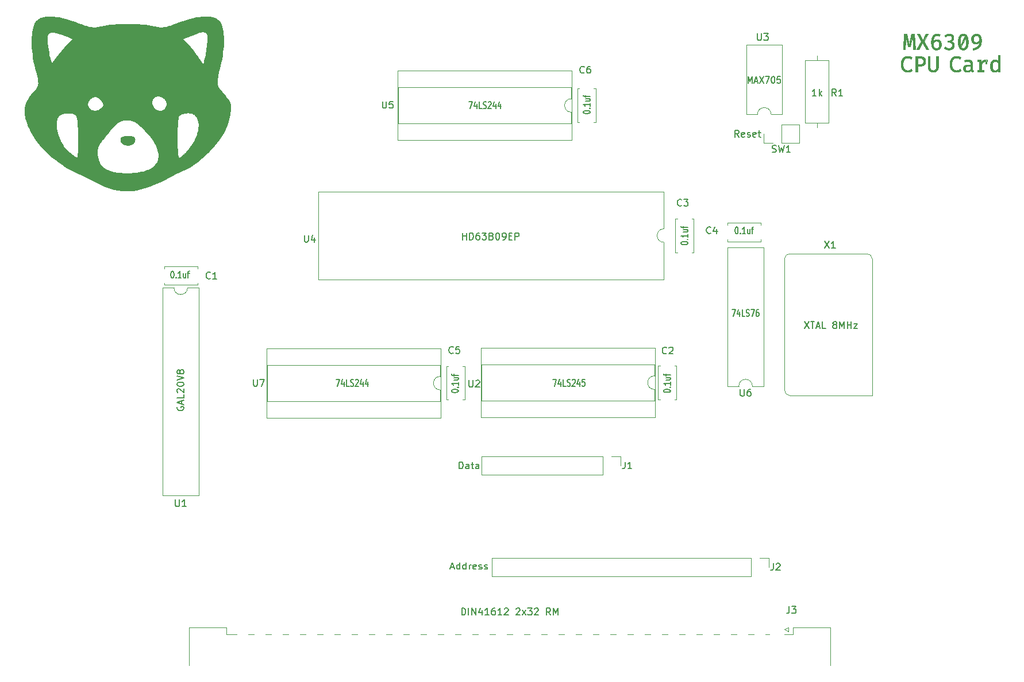
<source format=gbr>
%TF.GenerationSoftware,KiCad,Pcbnew,(6.0.7)*%
%TF.CreationDate,2023-04-20T17:26:34-06:00*%
%TF.ProjectId,boards,626f6172-6473-42e6-9b69-6361645f7063,rev?*%
%TF.SameCoordinates,Original*%
%TF.FileFunction,Legend,Top*%
%TF.FilePolarity,Positive*%
%FSLAX46Y46*%
G04 Gerber Fmt 4.6, Leading zero omitted, Abs format (unit mm)*
G04 Created by KiCad (PCBNEW (6.0.7)) date 2023-04-20 17:26:34*
%MOMM*%
%LPD*%
G01*
G04 APERTURE LIST*
%ADD10C,0.050000*%
%ADD11C,0.200000*%
%ADD12C,0.150000*%
%ADD13C,0.120000*%
G04 APERTURE END LIST*
D10*
G36*
X320088503Y-110312707D02*
G01*
X320105959Y-110313212D01*
X320122924Y-110314055D01*
X320139400Y-110315234D01*
X320155385Y-110316750D01*
X320170881Y-110318603D01*
X320185887Y-110320793D01*
X320200403Y-110323320D01*
X320214696Y-110326090D01*
X320229068Y-110329042D01*
X320243519Y-110332176D01*
X320258049Y-110335491D01*
X320272657Y-110338989D01*
X320287343Y-110342668D01*
X320302108Y-110346529D01*
X320316952Y-110350572D01*
X320277264Y-110939270D01*
X320049061Y-110939270D01*
X320049061Y-110568984D01*
X320049325Y-110568986D01*
X320064010Y-110569383D01*
X320078232Y-110570044D01*
X320091991Y-110570970D01*
X320097604Y-110571426D01*
X320103212Y-110571943D01*
X320108812Y-110572522D01*
X320114406Y-110573161D01*
X320119993Y-110573862D01*
X320125572Y-110574623D01*
X320131142Y-110575445D01*
X320136704Y-110576328D01*
X320148379Y-110578366D01*
X320160385Y-110580644D01*
X320172721Y-110583162D01*
X320185389Y-110585919D01*
X320198074Y-110588889D01*
X320210725Y-110591996D01*
X320223341Y-110595239D01*
X320235923Y-110598619D01*
X320316952Y-110350572D01*
X320077174Y-110350572D01*
X320049061Y-110560585D01*
X320049061Y-110568984D01*
X320034178Y-110568854D01*
X320010204Y-110569145D01*
X319986385Y-110570644D01*
X319962763Y-110573334D01*
X319939378Y-110577197D01*
X319916273Y-110582216D01*
X319893489Y-110588375D01*
X319871068Y-110595657D01*
X319849052Y-110604043D01*
X319827481Y-110613518D01*
X319806398Y-110624065D01*
X319785844Y-110635665D01*
X319765861Y-110648303D01*
X319746490Y-110661961D01*
X319727773Y-110676622D01*
X319709752Y-110692268D01*
X319692468Y-110708884D01*
X319691343Y-110709974D01*
X319690221Y-110711066D01*
X319674993Y-110726898D01*
X319660281Y-110743189D01*
X319646094Y-110759925D01*
X319632443Y-110777094D01*
X319619338Y-110794683D01*
X319606788Y-110812679D01*
X319594804Y-110831069D01*
X319583394Y-110849841D01*
X319565773Y-110880595D01*
X319548792Y-110912961D01*
X319532452Y-110946939D01*
X319516752Y-110982530D01*
X319501694Y-111019732D01*
X319487276Y-111058548D01*
X319473499Y-111098975D01*
X319460363Y-111141015D01*
X319460363Y-111878541D01*
X319814243Y-111878541D01*
X319814243Y-112091861D01*
X318911353Y-112091861D01*
X318911353Y-111878541D01*
X319182550Y-111878541D01*
X319182550Y-110563893D01*
X318911353Y-110563893D01*
X318911353Y-110350572D01*
X319394217Y-110350572D01*
X319445481Y-110762330D01*
X319455264Y-110741776D01*
X319465441Y-110721421D01*
X319476007Y-110701270D01*
X319486961Y-110681329D01*
X319498298Y-110661604D01*
X319510015Y-110642100D01*
X319522110Y-110622823D01*
X319534580Y-110603778D01*
X319552378Y-110578287D01*
X319561454Y-110565945D01*
X319570649Y-110553871D01*
X319579962Y-110542067D01*
X319589394Y-110530530D01*
X319598944Y-110519263D01*
X319608612Y-110508264D01*
X319618399Y-110497534D01*
X319628304Y-110487073D01*
X319638327Y-110476880D01*
X319648469Y-110466956D01*
X319658729Y-110457301D01*
X319669107Y-110447914D01*
X319679604Y-110438796D01*
X319690219Y-110429947D01*
X319701168Y-110421404D01*
X319712334Y-110413179D01*
X319723711Y-110405276D01*
X319735292Y-110397699D01*
X319747069Y-110390451D01*
X319759035Y-110383536D01*
X319771184Y-110376956D01*
X319783507Y-110370716D01*
X319795998Y-110364819D01*
X319808650Y-110359269D01*
X319821455Y-110354069D01*
X319834406Y-110349222D01*
X319847497Y-110344732D01*
X319860720Y-110340603D01*
X319874067Y-110336838D01*
X319887533Y-110333441D01*
X319905952Y-110329111D01*
X319924765Y-110325284D01*
X319943970Y-110321959D01*
X319963568Y-110319137D01*
X319983558Y-110316816D01*
X320003941Y-110314998D01*
X320024717Y-110313683D01*
X320045885Y-110312869D01*
X320052054Y-110312725D01*
X320058221Y-110312621D01*
X320064389Y-110312559D01*
X320070558Y-110312539D01*
X320088503Y-110312707D01*
G37*
X320088503Y-110312707D02*
X320105959Y-110313212D01*
X320122924Y-110314055D01*
X320139400Y-110315234D01*
X320155385Y-110316750D01*
X320170881Y-110318603D01*
X320185887Y-110320793D01*
X320200403Y-110323320D01*
X320214696Y-110326090D01*
X320229068Y-110329042D01*
X320243519Y-110332176D01*
X320258049Y-110335491D01*
X320272657Y-110338989D01*
X320287343Y-110342668D01*
X320302108Y-110346529D01*
X320316952Y-110350572D01*
X320277264Y-110939270D01*
X320049061Y-110939270D01*
X320049061Y-110568984D01*
X320049325Y-110568986D01*
X320064010Y-110569383D01*
X320078232Y-110570044D01*
X320091991Y-110570970D01*
X320097604Y-110571426D01*
X320103212Y-110571943D01*
X320108812Y-110572522D01*
X320114406Y-110573161D01*
X320119993Y-110573862D01*
X320125572Y-110574623D01*
X320131142Y-110575445D01*
X320136704Y-110576328D01*
X320148379Y-110578366D01*
X320160385Y-110580644D01*
X320172721Y-110583162D01*
X320185389Y-110585919D01*
X320198074Y-110588889D01*
X320210725Y-110591996D01*
X320223341Y-110595239D01*
X320235923Y-110598619D01*
X320316952Y-110350572D01*
X320077174Y-110350572D01*
X320049061Y-110560585D01*
X320049061Y-110568984D01*
X320034178Y-110568854D01*
X320010204Y-110569145D01*
X319986385Y-110570644D01*
X319962763Y-110573334D01*
X319939378Y-110577197D01*
X319916273Y-110582216D01*
X319893489Y-110588375D01*
X319871068Y-110595657D01*
X319849052Y-110604043D01*
X319827481Y-110613518D01*
X319806398Y-110624065D01*
X319785844Y-110635665D01*
X319765861Y-110648303D01*
X319746490Y-110661961D01*
X319727773Y-110676622D01*
X319709752Y-110692268D01*
X319692468Y-110708884D01*
X319691343Y-110709974D01*
X319690221Y-110711066D01*
X319674993Y-110726898D01*
X319660281Y-110743189D01*
X319646094Y-110759925D01*
X319632443Y-110777094D01*
X319619338Y-110794683D01*
X319606788Y-110812679D01*
X319594804Y-110831069D01*
X319583394Y-110849841D01*
X319565773Y-110880595D01*
X319548792Y-110912961D01*
X319532452Y-110946939D01*
X319516752Y-110982530D01*
X319501694Y-111019732D01*
X319487276Y-111058548D01*
X319473499Y-111098975D01*
X319460363Y-111141015D01*
X319460363Y-111878541D01*
X319814243Y-111878541D01*
X319814243Y-112091861D01*
X318911353Y-112091861D01*
X318911353Y-111878541D01*
X319182550Y-111878541D01*
X319182550Y-110563893D01*
X318911353Y-110563893D01*
X318911353Y-110350572D01*
X319394217Y-110350572D01*
X319445481Y-110762330D01*
X319455264Y-110741776D01*
X319465441Y-110721421D01*
X319476007Y-110701270D01*
X319486961Y-110681329D01*
X319498298Y-110661604D01*
X319510015Y-110642100D01*
X319522110Y-110622823D01*
X319534580Y-110603778D01*
X319552378Y-110578287D01*
X319561454Y-110565945D01*
X319570649Y-110553871D01*
X319579962Y-110542067D01*
X319589394Y-110530530D01*
X319598944Y-110519263D01*
X319608612Y-110508264D01*
X319618399Y-110497534D01*
X319628304Y-110487073D01*
X319638327Y-110476880D01*
X319648469Y-110466956D01*
X319658729Y-110457301D01*
X319669107Y-110447914D01*
X319679604Y-110438796D01*
X319690219Y-110429947D01*
X319701168Y-110421404D01*
X319712334Y-110413179D01*
X319723711Y-110405276D01*
X319735292Y-110397699D01*
X319747069Y-110390451D01*
X319759035Y-110383536D01*
X319771184Y-110376956D01*
X319783507Y-110370716D01*
X319795998Y-110364819D01*
X319808650Y-110359269D01*
X319821455Y-110354069D01*
X319834406Y-110349222D01*
X319847497Y-110344732D01*
X319860720Y-110340603D01*
X319874067Y-110336838D01*
X319887533Y-110333441D01*
X319905952Y-110329111D01*
X319924765Y-110325284D01*
X319943970Y-110321959D01*
X319963568Y-110319137D01*
X319983558Y-110316816D01*
X320003941Y-110314998D01*
X320024717Y-110313683D01*
X320045885Y-110312869D01*
X320052054Y-110312725D01*
X320058221Y-110312621D01*
X320064389Y-110312559D01*
X320070558Y-110312539D01*
X320088503Y-110312707D01*
G36*
X310354634Y-109814791D02*
G01*
X310386522Y-109814940D01*
X310418390Y-109815738D01*
X310450229Y-109817183D01*
X310482028Y-109819276D01*
X310513778Y-109822016D01*
X310545469Y-109825401D01*
X310577091Y-109829431D01*
X310608634Y-109834106D01*
X310642437Y-109840139D01*
X310675417Y-109846996D01*
X310707574Y-109854675D01*
X310738908Y-109863177D01*
X310769420Y-109872501D01*
X310799109Y-109882648D01*
X310827976Y-109893618D01*
X310856020Y-109905411D01*
X310874563Y-109913816D01*
X310892866Y-109922708D01*
X310910919Y-109932082D01*
X310928713Y-109941931D01*
X310946239Y-109952250D01*
X310963486Y-109963034D01*
X310980446Y-109974278D01*
X310997109Y-109985977D01*
X311017900Y-110001880D01*
X311037835Y-110018683D01*
X311056891Y-110036350D01*
X311075043Y-110054845D01*
X311092270Y-110074131D01*
X311108548Y-110094171D01*
X311123854Y-110114929D01*
X311138165Y-110136370D01*
X311151458Y-110158456D01*
X311163709Y-110181151D01*
X311174897Y-110204420D01*
X311184998Y-110228225D01*
X311193988Y-110252530D01*
X311201845Y-110277299D01*
X311208546Y-110302495D01*
X311214067Y-110328083D01*
X311218575Y-110351096D01*
X311222464Y-110374208D01*
X311225732Y-110397409D01*
X311228378Y-110420684D01*
X311230401Y-110444021D01*
X311231800Y-110467409D01*
X311232574Y-110490834D01*
X311232721Y-110514283D01*
X311232469Y-110539135D01*
X311231715Y-110563517D01*
X311230458Y-110587429D01*
X311228698Y-110610873D01*
X311226435Y-110633847D01*
X311223670Y-110656352D01*
X311220401Y-110678388D01*
X311216630Y-110699955D01*
X311212356Y-110721052D01*
X311207580Y-110741680D01*
X311202300Y-110761839D01*
X311196518Y-110781529D01*
X311190233Y-110800749D01*
X311183445Y-110819501D01*
X311176154Y-110837783D01*
X311168360Y-110855596D01*
X311163126Y-110866743D01*
X311157636Y-110877762D01*
X311151894Y-110888647D01*
X311145901Y-110899395D01*
X311139661Y-110910001D01*
X311133176Y-110920460D01*
X311126447Y-110930769D01*
X311119479Y-110940924D01*
X311106072Y-110959113D01*
X311092055Y-110976772D01*
X311077446Y-110993888D01*
X311062261Y-111010447D01*
X311046517Y-111026436D01*
X311030230Y-111041842D01*
X311013417Y-111056652D01*
X310996096Y-111070853D01*
X310978282Y-111084430D01*
X310959992Y-111097372D01*
X310941244Y-111109664D01*
X310922053Y-111121294D01*
X310902437Y-111132248D01*
X310882412Y-111142513D01*
X310861995Y-111152077D01*
X310841203Y-111160925D01*
X310832893Y-111164361D01*
X310824545Y-111167700D01*
X310816158Y-111170942D01*
X310807734Y-111174088D01*
X310779099Y-111183998D01*
X310750228Y-111193149D01*
X310721138Y-111201537D01*
X310691842Y-111209159D01*
X310662357Y-111216009D01*
X310632698Y-111222085D01*
X310602879Y-111227383D01*
X310572916Y-111231899D01*
X310545356Y-111235484D01*
X310517743Y-111238580D01*
X310490085Y-111241185D01*
X310462387Y-111243300D01*
X310434656Y-111244925D01*
X310406898Y-111246058D01*
X310379120Y-111246699D01*
X310351328Y-111246848D01*
X310060285Y-111246848D01*
X310060285Y-112091861D01*
X309772551Y-112091861D01*
X309772551Y-111015338D01*
X310060285Y-111015338D01*
X310377785Y-111015338D01*
X310395564Y-111015246D01*
X310413334Y-111014838D01*
X310431091Y-111014112D01*
X310448832Y-111013071D01*
X310466550Y-111011713D01*
X310484243Y-111010040D01*
X310501906Y-111008051D01*
X310519535Y-111005747D01*
X310537511Y-111003024D01*
X310555405Y-110999852D01*
X310573207Y-110996231D01*
X310590910Y-110992165D01*
X310608504Y-110987655D01*
X310625983Y-110982703D01*
X310643337Y-110977312D01*
X310660558Y-110971483D01*
X310675654Y-110965758D01*
X310690350Y-110959528D01*
X310704645Y-110952795D01*
X310718540Y-110945558D01*
X310732034Y-110937817D01*
X310745127Y-110929573D01*
X310757820Y-110920824D01*
X310770113Y-110911572D01*
X310782005Y-110901815D01*
X310793497Y-110891555D01*
X310804588Y-110880791D01*
X310815278Y-110869524D01*
X310825568Y-110857752D01*
X310835458Y-110845476D01*
X310844947Y-110832697D01*
X310854036Y-110819414D01*
X310860496Y-110809159D01*
X310866650Y-110798537D01*
X310872496Y-110787546D01*
X310878034Y-110776188D01*
X310883265Y-110764461D01*
X310888188Y-110752367D01*
X310892804Y-110739905D01*
X310897113Y-110727074D01*
X310901114Y-110713876D01*
X310904807Y-110700310D01*
X310908194Y-110686376D01*
X310911272Y-110672074D01*
X310914043Y-110657404D01*
X310916507Y-110642366D01*
X310918663Y-110626961D01*
X310920512Y-110611187D01*
X310921631Y-110599519D01*
X310922596Y-110587840D01*
X310923407Y-110576149D01*
X310924063Y-110564450D01*
X310924565Y-110552743D01*
X310924912Y-110541030D01*
X310925104Y-110529312D01*
X310925142Y-110517591D01*
X310925086Y-110503713D01*
X310924766Y-110489843D01*
X310924184Y-110475984D01*
X310923339Y-110462141D01*
X310922231Y-110448316D01*
X310920862Y-110434513D01*
X310919230Y-110420737D01*
X310917337Y-110406991D01*
X310915003Y-110392946D01*
X310912368Y-110379220D01*
X310909430Y-110365812D01*
X310906191Y-110352722D01*
X310902651Y-110339950D01*
X310898808Y-110327496D01*
X310894663Y-110315360D01*
X310890217Y-110303543D01*
X310886693Y-110294866D01*
X310882938Y-110286292D01*
X310878954Y-110277825D01*
X310874744Y-110269471D01*
X310870310Y-110261233D01*
X310865655Y-110253116D01*
X310860780Y-110245125D01*
X310855689Y-110237265D01*
X310846807Y-110224576D01*
X310837525Y-110212339D01*
X310827842Y-110200554D01*
X310817758Y-110189222D01*
X310807275Y-110178342D01*
X310796390Y-110167914D01*
X310785105Y-110157938D01*
X310773420Y-110148414D01*
X310761334Y-110139343D01*
X310748848Y-110130723D01*
X310735961Y-110122556D01*
X310722674Y-110114841D01*
X310708986Y-110107578D01*
X310694898Y-110100767D01*
X310680409Y-110094409D01*
X310665520Y-110088503D01*
X310650294Y-110082992D01*
X310634798Y-110077837D01*
X310619030Y-110073037D01*
X310602991Y-110068593D01*
X310586681Y-110064504D01*
X310570099Y-110060771D01*
X310553246Y-110057393D01*
X310536122Y-110054371D01*
X310518726Y-110051705D01*
X310501060Y-110049394D01*
X310483121Y-110047438D01*
X310464912Y-110045839D01*
X310446431Y-110044594D01*
X310427679Y-110043705D01*
X310408656Y-110043172D01*
X310389361Y-110042994D01*
X310060285Y-110042994D01*
X310060285Y-111015338D01*
X309772551Y-111015338D01*
X309772551Y-109814791D01*
X310354634Y-109814791D01*
G37*
X310354634Y-109814791D02*
X310386522Y-109814940D01*
X310418390Y-109815738D01*
X310450229Y-109817183D01*
X310482028Y-109819276D01*
X310513778Y-109822016D01*
X310545469Y-109825401D01*
X310577091Y-109829431D01*
X310608634Y-109834106D01*
X310642437Y-109840139D01*
X310675417Y-109846996D01*
X310707574Y-109854675D01*
X310738908Y-109863177D01*
X310769420Y-109872501D01*
X310799109Y-109882648D01*
X310827976Y-109893618D01*
X310856020Y-109905411D01*
X310874563Y-109913816D01*
X310892866Y-109922708D01*
X310910919Y-109932082D01*
X310928713Y-109941931D01*
X310946239Y-109952250D01*
X310963486Y-109963034D01*
X310980446Y-109974278D01*
X310997109Y-109985977D01*
X311017900Y-110001880D01*
X311037835Y-110018683D01*
X311056891Y-110036350D01*
X311075043Y-110054845D01*
X311092270Y-110074131D01*
X311108548Y-110094171D01*
X311123854Y-110114929D01*
X311138165Y-110136370D01*
X311151458Y-110158456D01*
X311163709Y-110181151D01*
X311174897Y-110204420D01*
X311184998Y-110228225D01*
X311193988Y-110252530D01*
X311201845Y-110277299D01*
X311208546Y-110302495D01*
X311214067Y-110328083D01*
X311218575Y-110351096D01*
X311222464Y-110374208D01*
X311225732Y-110397409D01*
X311228378Y-110420684D01*
X311230401Y-110444021D01*
X311231800Y-110467409D01*
X311232574Y-110490834D01*
X311232721Y-110514283D01*
X311232469Y-110539135D01*
X311231715Y-110563517D01*
X311230458Y-110587429D01*
X311228698Y-110610873D01*
X311226435Y-110633847D01*
X311223670Y-110656352D01*
X311220401Y-110678388D01*
X311216630Y-110699955D01*
X311212356Y-110721052D01*
X311207580Y-110741680D01*
X311202300Y-110761839D01*
X311196518Y-110781529D01*
X311190233Y-110800749D01*
X311183445Y-110819501D01*
X311176154Y-110837783D01*
X311168360Y-110855596D01*
X311163126Y-110866743D01*
X311157636Y-110877762D01*
X311151894Y-110888647D01*
X311145901Y-110899395D01*
X311139661Y-110910001D01*
X311133176Y-110920460D01*
X311126447Y-110930769D01*
X311119479Y-110940924D01*
X311106072Y-110959113D01*
X311092055Y-110976772D01*
X311077446Y-110993888D01*
X311062261Y-111010447D01*
X311046517Y-111026436D01*
X311030230Y-111041842D01*
X311013417Y-111056652D01*
X310996096Y-111070853D01*
X310978282Y-111084430D01*
X310959992Y-111097372D01*
X310941244Y-111109664D01*
X310922053Y-111121294D01*
X310902437Y-111132248D01*
X310882412Y-111142513D01*
X310861995Y-111152077D01*
X310841203Y-111160925D01*
X310832893Y-111164361D01*
X310824545Y-111167700D01*
X310816158Y-111170942D01*
X310807734Y-111174088D01*
X310779099Y-111183998D01*
X310750228Y-111193149D01*
X310721138Y-111201537D01*
X310691842Y-111209159D01*
X310662357Y-111216009D01*
X310632698Y-111222085D01*
X310602879Y-111227383D01*
X310572916Y-111231899D01*
X310545356Y-111235484D01*
X310517743Y-111238580D01*
X310490085Y-111241185D01*
X310462387Y-111243300D01*
X310434656Y-111244925D01*
X310406898Y-111246058D01*
X310379120Y-111246699D01*
X310351328Y-111246848D01*
X310060285Y-111246848D01*
X310060285Y-112091861D01*
X309772551Y-112091861D01*
X309772551Y-111015338D01*
X310060285Y-111015338D01*
X310377785Y-111015338D01*
X310395564Y-111015246D01*
X310413334Y-111014838D01*
X310431091Y-111014112D01*
X310448832Y-111013071D01*
X310466550Y-111011713D01*
X310484243Y-111010040D01*
X310501906Y-111008051D01*
X310519535Y-111005747D01*
X310537511Y-111003024D01*
X310555405Y-110999852D01*
X310573207Y-110996231D01*
X310590910Y-110992165D01*
X310608504Y-110987655D01*
X310625983Y-110982703D01*
X310643337Y-110977312D01*
X310660558Y-110971483D01*
X310675654Y-110965758D01*
X310690350Y-110959528D01*
X310704645Y-110952795D01*
X310718540Y-110945558D01*
X310732034Y-110937817D01*
X310745127Y-110929573D01*
X310757820Y-110920824D01*
X310770113Y-110911572D01*
X310782005Y-110901815D01*
X310793497Y-110891555D01*
X310804588Y-110880791D01*
X310815278Y-110869524D01*
X310825568Y-110857752D01*
X310835458Y-110845476D01*
X310844947Y-110832697D01*
X310854036Y-110819414D01*
X310860496Y-110809159D01*
X310866650Y-110798537D01*
X310872496Y-110787546D01*
X310878034Y-110776188D01*
X310883265Y-110764461D01*
X310888188Y-110752367D01*
X310892804Y-110739905D01*
X310897113Y-110727074D01*
X310901114Y-110713876D01*
X310904807Y-110700310D01*
X310908194Y-110686376D01*
X310911272Y-110672074D01*
X310914043Y-110657404D01*
X310916507Y-110642366D01*
X310918663Y-110626961D01*
X310920512Y-110611187D01*
X310921631Y-110599519D01*
X310922596Y-110587840D01*
X310923407Y-110576149D01*
X310924063Y-110564450D01*
X310924565Y-110552743D01*
X310924912Y-110541030D01*
X310925104Y-110529312D01*
X310925142Y-110517591D01*
X310925086Y-110503713D01*
X310924766Y-110489843D01*
X310924184Y-110475984D01*
X310923339Y-110462141D01*
X310922231Y-110448316D01*
X310920862Y-110434513D01*
X310919230Y-110420737D01*
X310917337Y-110406991D01*
X310915003Y-110392946D01*
X310912368Y-110379220D01*
X310909430Y-110365812D01*
X310906191Y-110352722D01*
X310902651Y-110339950D01*
X310898808Y-110327496D01*
X310894663Y-110315360D01*
X310890217Y-110303543D01*
X310886693Y-110294866D01*
X310882938Y-110286292D01*
X310878954Y-110277825D01*
X310874744Y-110269471D01*
X310870310Y-110261233D01*
X310865655Y-110253116D01*
X310860780Y-110245125D01*
X310855689Y-110237265D01*
X310846807Y-110224576D01*
X310837525Y-110212339D01*
X310827842Y-110200554D01*
X310817758Y-110189222D01*
X310807275Y-110178342D01*
X310796390Y-110167914D01*
X310785105Y-110157938D01*
X310773420Y-110148414D01*
X310761334Y-110139343D01*
X310748848Y-110130723D01*
X310735961Y-110122556D01*
X310722674Y-110114841D01*
X310708986Y-110107578D01*
X310694898Y-110100767D01*
X310680409Y-110094409D01*
X310665520Y-110088503D01*
X310650294Y-110082992D01*
X310634798Y-110077837D01*
X310619030Y-110073037D01*
X310602991Y-110068593D01*
X310586681Y-110064504D01*
X310570099Y-110060771D01*
X310553246Y-110057393D01*
X310536122Y-110054371D01*
X310518726Y-110051705D01*
X310501060Y-110049394D01*
X310483121Y-110047438D01*
X310464912Y-110045839D01*
X310446431Y-110044594D01*
X310427679Y-110043705D01*
X310408656Y-110043172D01*
X310389361Y-110042994D01*
X310060285Y-110042994D01*
X310060285Y-111015338D01*
X309772551Y-111015338D01*
X309772551Y-109814791D01*
X310354634Y-109814791D01*
G36*
X320772790Y-111161554D02*
G01*
X320774332Y-111130525D01*
X320776540Y-111099540D01*
X320779413Y-111068609D01*
X320782950Y-111037744D01*
X320787149Y-111006954D01*
X320792010Y-110976251D01*
X320797141Y-110948161D01*
X320802982Y-110920225D01*
X320809529Y-110892455D01*
X320816779Y-110864866D01*
X320824728Y-110837470D01*
X320833372Y-110810281D01*
X320842708Y-110783312D01*
X320852732Y-110756576D01*
X320863142Y-110731180D01*
X320874114Y-110706468D01*
X320885648Y-110682442D01*
X320897745Y-110659102D01*
X320910403Y-110636446D01*
X320923624Y-110614476D01*
X320937408Y-110593191D01*
X320951753Y-110572591D01*
X320966661Y-110552676D01*
X320982131Y-110533447D01*
X320998163Y-110514903D01*
X321014757Y-110497044D01*
X321031914Y-110479870D01*
X321049633Y-110463382D01*
X321067914Y-110447579D01*
X321086757Y-110432461D01*
X321103009Y-110420438D01*
X321119642Y-110409029D01*
X321136640Y-110398242D01*
X321153984Y-110388083D01*
X321171656Y-110378559D01*
X321189639Y-110369677D01*
X321207914Y-110361444D01*
X321226464Y-110353868D01*
X321245272Y-110346954D01*
X321264319Y-110340710D01*
X321283587Y-110335142D01*
X321303059Y-110330259D01*
X321322717Y-110326065D01*
X321342543Y-110322570D01*
X321362519Y-110319778D01*
X321382627Y-110317698D01*
X321391608Y-110316869D01*
X321400598Y-110316152D01*
X321409595Y-110315546D01*
X321418598Y-110315052D01*
X321427608Y-110314670D01*
X321436621Y-110314399D01*
X321445638Y-110314240D01*
X321454658Y-110314192D01*
X321471385Y-110314302D01*
X321488099Y-110314791D01*
X321504793Y-110315657D01*
X321521461Y-110316901D01*
X321538097Y-110318521D01*
X321554694Y-110320517D01*
X321571245Y-110322889D01*
X321587745Y-110325635D01*
X321604693Y-110328922D01*
X321621519Y-110332730D01*
X321638211Y-110337055D01*
X321654757Y-110341894D01*
X321671145Y-110347243D01*
X321687363Y-110353099D01*
X321703400Y-110359457D01*
X321719243Y-110366315D01*
X321732739Y-110372742D01*
X321746052Y-110379503D01*
X321759176Y-110386593D01*
X321772105Y-110394009D01*
X321784833Y-110401746D01*
X321797355Y-110409799D01*
X321809665Y-110418165D01*
X321821756Y-110426839D01*
X321833624Y-110435816D01*
X321845262Y-110445094D01*
X321856664Y-110454666D01*
X321867825Y-110464530D01*
X321878740Y-110474680D01*
X321889401Y-110485113D01*
X321899803Y-110495824D01*
X321909941Y-110506809D01*
X321912732Y-110509892D01*
X321915504Y-110512993D01*
X321918256Y-110516110D01*
X321920988Y-110519243D01*
X321920988Y-110519244D01*
X321920989Y-110519244D01*
X321920988Y-110519243D01*
X321920988Y-109614700D01*
X322198800Y-109649427D01*
X322198800Y-112091861D01*
X321955715Y-112091861D01*
X321929257Y-111862004D01*
X321918420Y-111877195D01*
X321907205Y-111892096D01*
X321895616Y-111906702D01*
X321883660Y-111921004D01*
X321871344Y-111934997D01*
X321858672Y-111948673D01*
X321845651Y-111962026D01*
X321832286Y-111975048D01*
X321825130Y-111981730D01*
X321817861Y-111988281D01*
X321810480Y-111994699D01*
X321802989Y-112000982D01*
X321795390Y-112007129D01*
X321787685Y-112013139D01*
X321779876Y-112019011D01*
X321771964Y-112024743D01*
X321763953Y-112030333D01*
X321755842Y-112035781D01*
X321747636Y-112041086D01*
X321739334Y-112046245D01*
X321730940Y-112051257D01*
X321722455Y-112056122D01*
X321713880Y-112060838D01*
X321705219Y-112065403D01*
X321689334Y-112073212D01*
X321673314Y-112080518D01*
X321657159Y-112087320D01*
X321640868Y-112093618D01*
X321624442Y-112099413D01*
X321607880Y-112104703D01*
X321591183Y-112109490D01*
X321574351Y-112113772D01*
X321557383Y-112117551D01*
X321540279Y-112120826D01*
X321523041Y-112123597D01*
X321505666Y-112125865D01*
X321488157Y-112127628D01*
X321470512Y-112128888D01*
X321452732Y-112129643D01*
X321434816Y-112129895D01*
X321413641Y-112129743D01*
X321392491Y-112128983D01*
X321371382Y-112127619D01*
X321350324Y-112125651D01*
X321329331Y-112123081D01*
X321308416Y-112119910D01*
X321287592Y-112116140D01*
X321266872Y-112111771D01*
X321252909Y-112108464D01*
X321239059Y-112104782D01*
X321225329Y-112100729D01*
X321211728Y-112096308D01*
X321198261Y-112091523D01*
X321184937Y-112086377D01*
X321171762Y-112080873D01*
X321158743Y-112075014D01*
X321145889Y-112068805D01*
X321133205Y-112062248D01*
X321120699Y-112055347D01*
X321108378Y-112048105D01*
X321096250Y-112040525D01*
X321084322Y-112032611D01*
X321072600Y-112024366D01*
X321061093Y-112015793D01*
X321048018Y-112005245D01*
X321035249Y-111994363D01*
X321022791Y-111983153D01*
X321010650Y-111971622D01*
X320998831Y-111959778D01*
X320987340Y-111947628D01*
X320976183Y-111935178D01*
X320965367Y-111922436D01*
X320954895Y-111909408D01*
X320944775Y-111896102D01*
X320935013Y-111882524D01*
X320925613Y-111868682D01*
X320916582Y-111854582D01*
X320907925Y-111840232D01*
X320899649Y-111825638D01*
X320891758Y-111810808D01*
X320884711Y-111797061D01*
X320877926Y-111783188D01*
X320871405Y-111769192D01*
X320865149Y-111755077D01*
X320859160Y-111740846D01*
X320853439Y-111726504D01*
X320847989Y-111712054D01*
X320842811Y-111697500D01*
X320833637Y-111669612D01*
X320825137Y-111641524D01*
X320817313Y-111613249D01*
X320810169Y-111584799D01*
X320803706Y-111556186D01*
X320797928Y-111527424D01*
X320792839Y-111498522D01*
X320788440Y-111469496D01*
X320784750Y-111442281D01*
X320781519Y-111414644D01*
X320778747Y-111386586D01*
X320776433Y-111358106D01*
X320774579Y-111329204D01*
X320773184Y-111299881D01*
X320772247Y-111270136D01*
X320771770Y-111239969D01*
X320771721Y-111231831D01*
X320771704Y-111223699D01*
X320771704Y-111223698D01*
X321074320Y-111223698D01*
X321074379Y-111243530D01*
X321074663Y-111263357D01*
X321075171Y-111283178D01*
X321075902Y-111302991D01*
X321076858Y-111322793D01*
X321078038Y-111342585D01*
X321079441Y-111362362D01*
X321081068Y-111382124D01*
X321082936Y-111401246D01*
X321085032Y-111420021D01*
X321087359Y-111438450D01*
X321089915Y-111456532D01*
X321092700Y-111474266D01*
X321095715Y-111491654D01*
X321098960Y-111508695D01*
X321102434Y-111525388D01*
X321104536Y-111534902D01*
X321106746Y-111544390D01*
X321109065Y-111553851D01*
X321111492Y-111563286D01*
X321114027Y-111572691D01*
X321116670Y-111582068D01*
X321119419Y-111591414D01*
X321122277Y-111600728D01*
X321127264Y-111615977D01*
X321132485Y-111630834D01*
X321137940Y-111645299D01*
X321143629Y-111659371D01*
X321149553Y-111673051D01*
X321155710Y-111686339D01*
X321162102Y-111699234D01*
X321168728Y-111711738D01*
X321175587Y-111723849D01*
X321182681Y-111735568D01*
X321190009Y-111746894D01*
X321197572Y-111757829D01*
X321205368Y-111768371D01*
X321213398Y-111778521D01*
X321221663Y-111788279D01*
X321230161Y-111797645D01*
X321234121Y-111801798D01*
X321238150Y-111805883D01*
X321242245Y-111809900D01*
X321246406Y-111813848D01*
X321250633Y-111817726D01*
X321254924Y-111821533D01*
X321259279Y-111825268D01*
X321263696Y-111828931D01*
X321275536Y-111838143D01*
X321287705Y-111846760D01*
X321300204Y-111854783D01*
X321313033Y-111862211D01*
X321326191Y-111869045D01*
X321339679Y-111875285D01*
X321353497Y-111880931D01*
X321367645Y-111885982D01*
X321382122Y-111890439D01*
X321396929Y-111894302D01*
X321412065Y-111897571D01*
X321427532Y-111900245D01*
X321443328Y-111902325D01*
X321459453Y-111903811D01*
X321475908Y-111904702D01*
X321492693Y-111904999D01*
X321509699Y-111904819D01*
X321526665Y-111903978D01*
X321543572Y-111902479D01*
X321560403Y-111900326D01*
X321577137Y-111897521D01*
X321593756Y-111894067D01*
X321610241Y-111889966D01*
X321626572Y-111885222D01*
X321634720Y-111882520D01*
X321642796Y-111879633D01*
X321650797Y-111876562D01*
X321658719Y-111873309D01*
X321666559Y-111869876D01*
X321674315Y-111866264D01*
X321681984Y-111862474D01*
X321689562Y-111858509D01*
X321697046Y-111854370D01*
X321704434Y-111850059D01*
X321711722Y-111845577D01*
X321718907Y-111840926D01*
X321725987Y-111836107D01*
X321732958Y-111831123D01*
X321739817Y-111825974D01*
X321746561Y-111820663D01*
X321757621Y-111811706D01*
X321768521Y-111802566D01*
X321779258Y-111793244D01*
X321789830Y-111783744D01*
X321800236Y-111774068D01*
X321810472Y-111764217D01*
X321820537Y-111754194D01*
X321830429Y-111744002D01*
X321840145Y-111733642D01*
X321849683Y-111723116D01*
X321859042Y-111712428D01*
X321868219Y-111701579D01*
X321877211Y-111690572D01*
X321886017Y-111679408D01*
X321894635Y-111668091D01*
X321903062Y-111656622D01*
X321907644Y-111650159D01*
X321912159Y-111643650D01*
X321916607Y-111637096D01*
X321920988Y-111630495D01*
X321920988Y-110760677D01*
X321915521Y-110752583D01*
X321909914Y-110744591D01*
X321904170Y-110736703D01*
X321898289Y-110728921D01*
X321892275Y-110721246D01*
X321886127Y-110713680D01*
X321879848Y-110706225D01*
X321873438Y-110698882D01*
X321866901Y-110691654D01*
X321860236Y-110684541D01*
X321853446Y-110677546D01*
X321846532Y-110670670D01*
X321839496Y-110663915D01*
X321832339Y-110657282D01*
X321825062Y-110650774D01*
X321817667Y-110644392D01*
X321809547Y-110637729D01*
X321801289Y-110631243D01*
X321792896Y-110624937D01*
X321784370Y-110618812D01*
X321775716Y-110612871D01*
X321766936Y-110607116D01*
X321758032Y-110601549D01*
X321749009Y-110596172D01*
X321736322Y-110589059D01*
X321723481Y-110582405D01*
X321710484Y-110576210D01*
X321697333Y-110570474D01*
X321684026Y-110565197D01*
X321670564Y-110560379D01*
X321656948Y-110556019D01*
X321643176Y-110552119D01*
X321629249Y-110548677D01*
X321615167Y-110545694D01*
X321600930Y-110543170D01*
X321586538Y-110541105D01*
X321571991Y-110539499D01*
X321557289Y-110538352D01*
X321542432Y-110537664D01*
X321527419Y-110537434D01*
X321517892Y-110537423D01*
X321508375Y-110537615D01*
X321498870Y-110538010D01*
X321489381Y-110538607D01*
X321470464Y-110540407D01*
X321451650Y-110543011D01*
X321432963Y-110546414D01*
X321414430Y-110550613D01*
X321405230Y-110553009D01*
X321396077Y-110555602D01*
X321386976Y-110558393D01*
X321377929Y-110561379D01*
X321363764Y-110566798D01*
X321349870Y-110572766D01*
X321336260Y-110579273D01*
X321322949Y-110586307D01*
X321309950Y-110593858D01*
X321297280Y-110601913D01*
X321284951Y-110610462D01*
X321272978Y-110619493D01*
X321261376Y-110628996D01*
X321250158Y-110638958D01*
X321239339Y-110649369D01*
X321228933Y-110660217D01*
X321218955Y-110671492D01*
X321209419Y-110683181D01*
X321200339Y-110695274D01*
X321191730Y-110707760D01*
X321180794Y-110724723D01*
X321170495Y-110742057D01*
X321160841Y-110759743D01*
X321151839Y-110777762D01*
X321143500Y-110796098D01*
X321135832Y-110814731D01*
X321128843Y-110833644D01*
X321122542Y-110852818D01*
X321117068Y-110870543D01*
X321111923Y-110888760D01*
X321107109Y-110907469D01*
X321102624Y-110926669D01*
X321098468Y-110946362D01*
X321094643Y-110966547D01*
X321087981Y-111008393D01*
X321082637Y-111052206D01*
X321078613Y-111097987D01*
X321075907Y-111145736D01*
X321074520Y-111195453D01*
X321074369Y-111209576D01*
X321074320Y-111223698D01*
X320771704Y-111223698D01*
X320771913Y-111192616D01*
X320772790Y-111161554D01*
G37*
X320772790Y-111161554D02*
X320774332Y-111130525D01*
X320776540Y-111099540D01*
X320779413Y-111068609D01*
X320782950Y-111037744D01*
X320787149Y-111006954D01*
X320792010Y-110976251D01*
X320797141Y-110948161D01*
X320802982Y-110920225D01*
X320809529Y-110892455D01*
X320816779Y-110864866D01*
X320824728Y-110837470D01*
X320833372Y-110810281D01*
X320842708Y-110783312D01*
X320852732Y-110756576D01*
X320863142Y-110731180D01*
X320874114Y-110706468D01*
X320885648Y-110682442D01*
X320897745Y-110659102D01*
X320910403Y-110636446D01*
X320923624Y-110614476D01*
X320937408Y-110593191D01*
X320951753Y-110572591D01*
X320966661Y-110552676D01*
X320982131Y-110533447D01*
X320998163Y-110514903D01*
X321014757Y-110497044D01*
X321031914Y-110479870D01*
X321049633Y-110463382D01*
X321067914Y-110447579D01*
X321086757Y-110432461D01*
X321103009Y-110420438D01*
X321119642Y-110409029D01*
X321136640Y-110398242D01*
X321153984Y-110388083D01*
X321171656Y-110378559D01*
X321189639Y-110369677D01*
X321207914Y-110361444D01*
X321226464Y-110353868D01*
X321245272Y-110346954D01*
X321264319Y-110340710D01*
X321283587Y-110335142D01*
X321303059Y-110330259D01*
X321322717Y-110326065D01*
X321342543Y-110322570D01*
X321362519Y-110319778D01*
X321382627Y-110317698D01*
X321391608Y-110316869D01*
X321400598Y-110316152D01*
X321409595Y-110315546D01*
X321418598Y-110315052D01*
X321427608Y-110314670D01*
X321436621Y-110314399D01*
X321445638Y-110314240D01*
X321454658Y-110314192D01*
X321471385Y-110314302D01*
X321488099Y-110314791D01*
X321504793Y-110315657D01*
X321521461Y-110316901D01*
X321538097Y-110318521D01*
X321554694Y-110320517D01*
X321571245Y-110322889D01*
X321587745Y-110325635D01*
X321604693Y-110328922D01*
X321621519Y-110332730D01*
X321638211Y-110337055D01*
X321654757Y-110341894D01*
X321671145Y-110347243D01*
X321687363Y-110353099D01*
X321703400Y-110359457D01*
X321719243Y-110366315D01*
X321732739Y-110372742D01*
X321746052Y-110379503D01*
X321759176Y-110386593D01*
X321772105Y-110394009D01*
X321784833Y-110401746D01*
X321797355Y-110409799D01*
X321809665Y-110418165D01*
X321821756Y-110426839D01*
X321833624Y-110435816D01*
X321845262Y-110445094D01*
X321856664Y-110454666D01*
X321867825Y-110464530D01*
X321878740Y-110474680D01*
X321889401Y-110485113D01*
X321899803Y-110495824D01*
X321909941Y-110506809D01*
X321912732Y-110509892D01*
X321915504Y-110512993D01*
X321918256Y-110516110D01*
X321920988Y-110519243D01*
X321920988Y-110519244D01*
X321920989Y-110519244D01*
X321920988Y-110519243D01*
X321920988Y-109614700D01*
X322198800Y-109649427D01*
X322198800Y-112091861D01*
X321955715Y-112091861D01*
X321929257Y-111862004D01*
X321918420Y-111877195D01*
X321907205Y-111892096D01*
X321895616Y-111906702D01*
X321883660Y-111921004D01*
X321871344Y-111934997D01*
X321858672Y-111948673D01*
X321845651Y-111962026D01*
X321832286Y-111975048D01*
X321825130Y-111981730D01*
X321817861Y-111988281D01*
X321810480Y-111994699D01*
X321802989Y-112000982D01*
X321795390Y-112007129D01*
X321787685Y-112013139D01*
X321779876Y-112019011D01*
X321771964Y-112024743D01*
X321763953Y-112030333D01*
X321755842Y-112035781D01*
X321747636Y-112041086D01*
X321739334Y-112046245D01*
X321730940Y-112051257D01*
X321722455Y-112056122D01*
X321713880Y-112060838D01*
X321705219Y-112065403D01*
X321689334Y-112073212D01*
X321673314Y-112080518D01*
X321657159Y-112087320D01*
X321640868Y-112093618D01*
X321624442Y-112099413D01*
X321607880Y-112104703D01*
X321591183Y-112109490D01*
X321574351Y-112113772D01*
X321557383Y-112117551D01*
X321540279Y-112120826D01*
X321523041Y-112123597D01*
X321505666Y-112125865D01*
X321488157Y-112127628D01*
X321470512Y-112128888D01*
X321452732Y-112129643D01*
X321434816Y-112129895D01*
X321413641Y-112129743D01*
X321392491Y-112128983D01*
X321371382Y-112127619D01*
X321350324Y-112125651D01*
X321329331Y-112123081D01*
X321308416Y-112119910D01*
X321287592Y-112116140D01*
X321266872Y-112111771D01*
X321252909Y-112108464D01*
X321239059Y-112104782D01*
X321225329Y-112100729D01*
X321211728Y-112096308D01*
X321198261Y-112091523D01*
X321184937Y-112086377D01*
X321171762Y-112080873D01*
X321158743Y-112075014D01*
X321145889Y-112068805D01*
X321133205Y-112062248D01*
X321120699Y-112055347D01*
X321108378Y-112048105D01*
X321096250Y-112040525D01*
X321084322Y-112032611D01*
X321072600Y-112024366D01*
X321061093Y-112015793D01*
X321048018Y-112005245D01*
X321035249Y-111994363D01*
X321022791Y-111983153D01*
X321010650Y-111971622D01*
X320998831Y-111959778D01*
X320987340Y-111947628D01*
X320976183Y-111935178D01*
X320965367Y-111922436D01*
X320954895Y-111909408D01*
X320944775Y-111896102D01*
X320935013Y-111882524D01*
X320925613Y-111868682D01*
X320916582Y-111854582D01*
X320907925Y-111840232D01*
X320899649Y-111825638D01*
X320891758Y-111810808D01*
X320884711Y-111797061D01*
X320877926Y-111783188D01*
X320871405Y-111769192D01*
X320865149Y-111755077D01*
X320859160Y-111740846D01*
X320853439Y-111726504D01*
X320847989Y-111712054D01*
X320842811Y-111697500D01*
X320833637Y-111669612D01*
X320825137Y-111641524D01*
X320817313Y-111613249D01*
X320810169Y-111584799D01*
X320803706Y-111556186D01*
X320797928Y-111527424D01*
X320792839Y-111498522D01*
X320788440Y-111469496D01*
X320784750Y-111442281D01*
X320781519Y-111414644D01*
X320778747Y-111386586D01*
X320776433Y-111358106D01*
X320774579Y-111329204D01*
X320773184Y-111299881D01*
X320772247Y-111270136D01*
X320771770Y-111239969D01*
X320771721Y-111231831D01*
X320771704Y-111223699D01*
X320771704Y-111223698D01*
X321074320Y-111223698D01*
X321074379Y-111243530D01*
X321074663Y-111263357D01*
X321075171Y-111283178D01*
X321075902Y-111302991D01*
X321076858Y-111322793D01*
X321078038Y-111342585D01*
X321079441Y-111362362D01*
X321081068Y-111382124D01*
X321082936Y-111401246D01*
X321085032Y-111420021D01*
X321087359Y-111438450D01*
X321089915Y-111456532D01*
X321092700Y-111474266D01*
X321095715Y-111491654D01*
X321098960Y-111508695D01*
X321102434Y-111525388D01*
X321104536Y-111534902D01*
X321106746Y-111544390D01*
X321109065Y-111553851D01*
X321111492Y-111563286D01*
X321114027Y-111572691D01*
X321116670Y-111582068D01*
X321119419Y-111591414D01*
X321122277Y-111600728D01*
X321127264Y-111615977D01*
X321132485Y-111630834D01*
X321137940Y-111645299D01*
X321143629Y-111659371D01*
X321149553Y-111673051D01*
X321155710Y-111686339D01*
X321162102Y-111699234D01*
X321168728Y-111711738D01*
X321175587Y-111723849D01*
X321182681Y-111735568D01*
X321190009Y-111746894D01*
X321197572Y-111757829D01*
X321205368Y-111768371D01*
X321213398Y-111778521D01*
X321221663Y-111788279D01*
X321230161Y-111797645D01*
X321234121Y-111801798D01*
X321238150Y-111805883D01*
X321242245Y-111809900D01*
X321246406Y-111813848D01*
X321250633Y-111817726D01*
X321254924Y-111821533D01*
X321259279Y-111825268D01*
X321263696Y-111828931D01*
X321275536Y-111838143D01*
X321287705Y-111846760D01*
X321300204Y-111854783D01*
X321313033Y-111862211D01*
X321326191Y-111869045D01*
X321339679Y-111875285D01*
X321353497Y-111880931D01*
X321367645Y-111885982D01*
X321382122Y-111890439D01*
X321396929Y-111894302D01*
X321412065Y-111897571D01*
X321427532Y-111900245D01*
X321443328Y-111902325D01*
X321459453Y-111903811D01*
X321475908Y-111904702D01*
X321492693Y-111904999D01*
X321509699Y-111904819D01*
X321526665Y-111903978D01*
X321543572Y-111902479D01*
X321560403Y-111900326D01*
X321577137Y-111897521D01*
X321593756Y-111894067D01*
X321610241Y-111889966D01*
X321626572Y-111885222D01*
X321634720Y-111882520D01*
X321642796Y-111879633D01*
X321650797Y-111876562D01*
X321658719Y-111873309D01*
X321666559Y-111869876D01*
X321674315Y-111866264D01*
X321681984Y-111862474D01*
X321689562Y-111858509D01*
X321697046Y-111854370D01*
X321704434Y-111850059D01*
X321711722Y-111845577D01*
X321718907Y-111840926D01*
X321725987Y-111836107D01*
X321732958Y-111831123D01*
X321739817Y-111825974D01*
X321746561Y-111820663D01*
X321757621Y-111811706D01*
X321768521Y-111802566D01*
X321779258Y-111793244D01*
X321789830Y-111783744D01*
X321800236Y-111774068D01*
X321810472Y-111764217D01*
X321820537Y-111754194D01*
X321830429Y-111744002D01*
X321840145Y-111733642D01*
X321849683Y-111723116D01*
X321859042Y-111712428D01*
X321868219Y-111701579D01*
X321877211Y-111690572D01*
X321886017Y-111679408D01*
X321894635Y-111668091D01*
X321903062Y-111656622D01*
X321907644Y-111650159D01*
X321912159Y-111643650D01*
X321916607Y-111637096D01*
X321920988Y-111630495D01*
X321920988Y-110760677D01*
X321915521Y-110752583D01*
X321909914Y-110744591D01*
X321904170Y-110736703D01*
X321898289Y-110728921D01*
X321892275Y-110721246D01*
X321886127Y-110713680D01*
X321879848Y-110706225D01*
X321873438Y-110698882D01*
X321866901Y-110691654D01*
X321860236Y-110684541D01*
X321853446Y-110677546D01*
X321846532Y-110670670D01*
X321839496Y-110663915D01*
X321832339Y-110657282D01*
X321825062Y-110650774D01*
X321817667Y-110644392D01*
X321809547Y-110637729D01*
X321801289Y-110631243D01*
X321792896Y-110624937D01*
X321784370Y-110618812D01*
X321775716Y-110612871D01*
X321766936Y-110607116D01*
X321758032Y-110601549D01*
X321749009Y-110596172D01*
X321736322Y-110589059D01*
X321723481Y-110582405D01*
X321710484Y-110576210D01*
X321697333Y-110570474D01*
X321684026Y-110565197D01*
X321670564Y-110560379D01*
X321656948Y-110556019D01*
X321643176Y-110552119D01*
X321629249Y-110548677D01*
X321615167Y-110545694D01*
X321600930Y-110543170D01*
X321586538Y-110541105D01*
X321571991Y-110539499D01*
X321557289Y-110538352D01*
X321542432Y-110537664D01*
X321527419Y-110537434D01*
X321517892Y-110537423D01*
X321508375Y-110537615D01*
X321498870Y-110538010D01*
X321489381Y-110538607D01*
X321470464Y-110540407D01*
X321451650Y-110543011D01*
X321432963Y-110546414D01*
X321414430Y-110550613D01*
X321405230Y-110553009D01*
X321396077Y-110555602D01*
X321386976Y-110558393D01*
X321377929Y-110561379D01*
X321363764Y-110566798D01*
X321349870Y-110572766D01*
X321336260Y-110579273D01*
X321322949Y-110586307D01*
X321309950Y-110593858D01*
X321297280Y-110601913D01*
X321284951Y-110610462D01*
X321272978Y-110619493D01*
X321261376Y-110628996D01*
X321250158Y-110638958D01*
X321239339Y-110649369D01*
X321228933Y-110660217D01*
X321218955Y-110671492D01*
X321209419Y-110683181D01*
X321200339Y-110695274D01*
X321191730Y-110707760D01*
X321180794Y-110724723D01*
X321170495Y-110742057D01*
X321160841Y-110759743D01*
X321151839Y-110777762D01*
X321143500Y-110796098D01*
X321135832Y-110814731D01*
X321128843Y-110833644D01*
X321122542Y-110852818D01*
X321117068Y-110870543D01*
X321111923Y-110888760D01*
X321107109Y-110907469D01*
X321102624Y-110926669D01*
X321098468Y-110946362D01*
X321094643Y-110966547D01*
X321087981Y-111008393D01*
X321082637Y-111052206D01*
X321078613Y-111097987D01*
X321075907Y-111145736D01*
X321074520Y-111195453D01*
X321074369Y-111209576D01*
X321074320Y-111223698D01*
X320771704Y-111223698D01*
X320771913Y-111192616D01*
X320772790Y-111161554D01*
G36*
X308609885Y-109778483D02*
G01*
X308629570Y-109778818D01*
X308649248Y-109779416D01*
X308668914Y-109780277D01*
X308688568Y-109781401D01*
X308708205Y-109782787D01*
X308727824Y-109784437D01*
X308747422Y-109786348D01*
X308766381Y-109788533D01*
X308784993Y-109790987D01*
X308803258Y-109793709D01*
X308821175Y-109796700D01*
X308838745Y-109799960D01*
X308855968Y-109803488D01*
X308872844Y-109807286D01*
X308889372Y-109811352D01*
X308898821Y-109813828D01*
X308908235Y-109816429D01*
X308917613Y-109819155D01*
X308926954Y-109822005D01*
X308936256Y-109824978D01*
X308945518Y-109828074D01*
X308954739Y-109831293D01*
X308963918Y-109834635D01*
X308996239Y-109847487D01*
X309028070Y-109861431D01*
X309059386Y-109876452D01*
X309090157Y-109892534D01*
X309120359Y-109909664D01*
X309149962Y-109927827D01*
X309178941Y-109947007D01*
X309207269Y-109967191D01*
X309218094Y-109975208D01*
X309228824Y-109983349D01*
X309239460Y-109991613D01*
X309249998Y-110000000D01*
X309089595Y-110186861D01*
X309073820Y-110173763D01*
X309057689Y-110161126D01*
X309041211Y-110148957D01*
X309024398Y-110137264D01*
X309007260Y-110126053D01*
X308989807Y-110115331D01*
X308972049Y-110105105D01*
X308953996Y-110095382D01*
X308942881Y-110089778D01*
X308931658Y-110084402D01*
X308920330Y-110079255D01*
X308908902Y-110074340D01*
X308897377Y-110069657D01*
X308885757Y-110065208D01*
X308874048Y-110060994D01*
X308862252Y-110057017D01*
X308832104Y-110047917D01*
X308801621Y-110040030D01*
X308770803Y-110033357D01*
X308739651Y-110027896D01*
X308708163Y-110023650D01*
X308676341Y-110020616D01*
X308644184Y-110018796D01*
X308611692Y-110018190D01*
X308588444Y-110018535D01*
X308565415Y-110019572D01*
X308542607Y-110021301D01*
X308520018Y-110023721D01*
X308497648Y-110026832D01*
X308475499Y-110030635D01*
X308453568Y-110035130D01*
X308431858Y-110040315D01*
X308410367Y-110046193D01*
X308389096Y-110052761D01*
X308368044Y-110060021D01*
X308347212Y-110067973D01*
X308326599Y-110076615D01*
X308306207Y-110085950D01*
X308286033Y-110095976D01*
X308266080Y-110106693D01*
X308246728Y-110118048D01*
X308227849Y-110130284D01*
X308209441Y-110143402D01*
X308191504Y-110157402D01*
X308174040Y-110172283D01*
X308157048Y-110188046D01*
X308140527Y-110204690D01*
X308124478Y-110222216D01*
X308108901Y-110240624D01*
X308093796Y-110259913D01*
X308079162Y-110280084D01*
X308065001Y-110301137D01*
X308051311Y-110323071D01*
X308038093Y-110345886D01*
X308025346Y-110369584D01*
X308013072Y-110394162D01*
X308011847Y-110396734D01*
X308010630Y-110399309D01*
X308001259Y-110420285D01*
X307992452Y-110441489D01*
X307984214Y-110462910D01*
X307976549Y-110484539D01*
X307969460Y-110506362D01*
X307962951Y-110528369D01*
X307957026Y-110550548D01*
X307951689Y-110572888D01*
X307942821Y-110614154D01*
X307935136Y-110657187D01*
X307928633Y-110701988D01*
X307923312Y-110748555D01*
X307919174Y-110796890D01*
X307916218Y-110846993D01*
X307914444Y-110898862D01*
X307913853Y-110952499D01*
X307913939Y-110979135D01*
X307914371Y-111005763D01*
X307915151Y-111032379D01*
X307916276Y-111058981D01*
X307917748Y-111085565D01*
X307919566Y-111112127D01*
X307921730Y-111138666D01*
X307924240Y-111165177D01*
X307927130Y-111190840D01*
X307930378Y-111215983D01*
X307933984Y-111240606D01*
X307937947Y-111264710D01*
X307942268Y-111288294D01*
X307946947Y-111311357D01*
X307951983Y-111333900D01*
X307957377Y-111355923D01*
X307962099Y-111373929D01*
X307967200Y-111391825D01*
X307972678Y-111409605D01*
X307978532Y-111427262D01*
X307984760Y-111444791D01*
X307991359Y-111462186D01*
X307998328Y-111479440D01*
X308005664Y-111496549D01*
X308017162Y-111521264D01*
X308029152Y-111545121D01*
X308041632Y-111568120D01*
X308054603Y-111590261D01*
X308068066Y-111611545D01*
X308082019Y-111631970D01*
X308096463Y-111651538D01*
X308111398Y-111670248D01*
X308126824Y-111688100D01*
X308142741Y-111705094D01*
X308159148Y-111721231D01*
X308176047Y-111736509D01*
X308193437Y-111750930D01*
X308211317Y-111764493D01*
X308229689Y-111777198D01*
X308248551Y-111789046D01*
X308251522Y-111790809D01*
X308254504Y-111792551D01*
X308273306Y-111802975D01*
X308292393Y-111812783D01*
X308311751Y-111821972D01*
X308331364Y-111830538D01*
X308351217Y-111838477D01*
X308371294Y-111845783D01*
X308391581Y-111852454D01*
X308412062Y-111858485D01*
X308432722Y-111863871D01*
X308453545Y-111868608D01*
X308474517Y-111872692D01*
X308495622Y-111876119D01*
X308516844Y-111878885D01*
X308538169Y-111880985D01*
X308559582Y-111882415D01*
X308581066Y-111883171D01*
X308587067Y-111883321D01*
X308593069Y-111883426D01*
X308599073Y-111883486D01*
X308605075Y-111883502D01*
X308640439Y-111882994D01*
X308674596Y-111881468D01*
X308707545Y-111878925D01*
X308739287Y-111875366D01*
X308769821Y-111870789D01*
X308799149Y-111865196D01*
X308827269Y-111858585D01*
X308854182Y-111850958D01*
X308862612Y-111848297D01*
X308870993Y-111845490D01*
X308879322Y-111842537D01*
X308887598Y-111839441D01*
X308895818Y-111836200D01*
X308903982Y-111832817D01*
X308912086Y-111829291D01*
X308920130Y-111825624D01*
X308936666Y-111817752D01*
X308953069Y-111809615D01*
X308969336Y-111801213D01*
X308985464Y-111792550D01*
X309001449Y-111783626D01*
X309017289Y-111774444D01*
X309032979Y-111765006D01*
X309048518Y-111755312D01*
X309059624Y-111748117D01*
X309070622Y-111740761D01*
X309081510Y-111733247D01*
X309092287Y-111725574D01*
X309102950Y-111717746D01*
X309113498Y-111709761D01*
X309123930Y-111701623D01*
X309134244Y-111693333D01*
X309283072Y-111881848D01*
X309269804Y-111894351D01*
X309256045Y-111906641D01*
X309241795Y-111918717D01*
X309227055Y-111930581D01*
X309211823Y-111942232D01*
X309196101Y-111953670D01*
X309179887Y-111964895D01*
X309163183Y-111975908D01*
X309145987Y-111986707D01*
X309128301Y-111997293D01*
X309110124Y-112007667D01*
X309091456Y-112017828D01*
X309072297Y-112027775D01*
X309052647Y-112037510D01*
X309032506Y-112047032D01*
X309011874Y-112056341D01*
X308993560Y-112064095D01*
X308974799Y-112071418D01*
X308955592Y-112078309D01*
X308935939Y-112084767D01*
X308915839Y-112090794D01*
X308895292Y-112096388D01*
X308874299Y-112101551D01*
X308852859Y-112106281D01*
X308830973Y-112110580D01*
X308808641Y-112114446D01*
X308785862Y-112117880D01*
X308762637Y-112120883D01*
X308738965Y-112123453D01*
X308714846Y-112125592D01*
X308690281Y-112127298D01*
X308665270Y-112128572D01*
X308649400Y-112129154D01*
X308633527Y-112129568D01*
X308617650Y-112129815D01*
X308601770Y-112129895D01*
X308567454Y-112129366D01*
X308533545Y-112127777D01*
X308500043Y-112125128D01*
X308466948Y-112121420D01*
X308434261Y-112116653D01*
X308401981Y-112110827D01*
X308370108Y-112103941D01*
X308338642Y-112095996D01*
X308307583Y-112086991D01*
X308276932Y-112076927D01*
X308246688Y-112065804D01*
X308216851Y-112053621D01*
X308187421Y-112040379D01*
X308158399Y-112026077D01*
X308129783Y-112010716D01*
X308101575Y-111994296D01*
X308073927Y-111976852D01*
X308047010Y-111958420D01*
X308020823Y-111939000D01*
X307995366Y-111918592D01*
X307970639Y-111897196D01*
X307946642Y-111874812D01*
X307923375Y-111851440D01*
X307900839Y-111827080D01*
X307879033Y-111801731D01*
X307857957Y-111775395D01*
X307837611Y-111748070D01*
X307817996Y-111719758D01*
X307799110Y-111690457D01*
X307780955Y-111660169D01*
X307763530Y-111628892D01*
X307746835Y-111596628D01*
X307730682Y-111562218D01*
X307715664Y-111527330D01*
X307701791Y-111491993D01*
X307689072Y-111456234D01*
X307677517Y-111420083D01*
X307667136Y-111383567D01*
X307657937Y-111346714D01*
X307649931Y-111309554D01*
X307643448Y-111276196D01*
X307637657Y-111242202D01*
X307632559Y-111207570D01*
X307628153Y-111172302D01*
X307624439Y-111136397D01*
X307621418Y-111099856D01*
X307619090Y-111062678D01*
X307617454Y-111024863D01*
X307616910Y-111006777D01*
X307616519Y-110988686D01*
X307616281Y-110970593D01*
X307616197Y-110952501D01*
X307617691Y-110872580D01*
X307622175Y-110795404D01*
X307625538Y-110757845D01*
X307629647Y-110720973D01*
X307634504Y-110684787D01*
X307640109Y-110649287D01*
X307646460Y-110614474D01*
X307653559Y-110580347D01*
X307661405Y-110546906D01*
X307669998Y-110514151D01*
X307679339Y-110482083D01*
X307689427Y-110450701D01*
X307700262Y-110420005D01*
X307711844Y-110389995D01*
X307716134Y-110379516D01*
X307720538Y-110369085D01*
X307725057Y-110358704D01*
X307729689Y-110348374D01*
X307734435Y-110338095D01*
X307739293Y-110327869D01*
X307744265Y-110317696D01*
X307749348Y-110307578D01*
X307765675Y-110276291D01*
X307783020Y-110245591D01*
X307801368Y-110215502D01*
X307820702Y-110186049D01*
X307841006Y-110157255D01*
X307862263Y-110129145D01*
X307884456Y-110101744D01*
X307907569Y-110075076D01*
X307918446Y-110063252D01*
X307929532Y-110051638D01*
X307940823Y-110040234D01*
X307952316Y-110029044D01*
X307964009Y-110018070D01*
X307975898Y-110007315D01*
X307987979Y-109996781D01*
X308000251Y-109986470D01*
X308012709Y-109976387D01*
X308025351Y-109966532D01*
X308038173Y-109956909D01*
X308051173Y-109947520D01*
X308064346Y-109938367D01*
X308077691Y-109929454D01*
X308091204Y-109920783D01*
X308104882Y-109912356D01*
X308132839Y-109896136D01*
X308161112Y-109880963D01*
X308189701Y-109866836D01*
X308218608Y-109853755D01*
X308247831Y-109841721D01*
X308277371Y-109830733D01*
X308307228Y-109820792D01*
X308337402Y-109811897D01*
X308367892Y-109804049D01*
X308398699Y-109797247D01*
X308429823Y-109791492D01*
X308461264Y-109786783D01*
X308493021Y-109783120D01*
X308525095Y-109780504D01*
X308557487Y-109778934D01*
X308590194Y-109778411D01*
X308609885Y-109778483D01*
G37*
X308609885Y-109778483D02*
X308629570Y-109778818D01*
X308649248Y-109779416D01*
X308668914Y-109780277D01*
X308688568Y-109781401D01*
X308708205Y-109782787D01*
X308727824Y-109784437D01*
X308747422Y-109786348D01*
X308766381Y-109788533D01*
X308784993Y-109790987D01*
X308803258Y-109793709D01*
X308821175Y-109796700D01*
X308838745Y-109799960D01*
X308855968Y-109803488D01*
X308872844Y-109807286D01*
X308889372Y-109811352D01*
X308898821Y-109813828D01*
X308908235Y-109816429D01*
X308917613Y-109819155D01*
X308926954Y-109822005D01*
X308936256Y-109824978D01*
X308945518Y-109828074D01*
X308954739Y-109831293D01*
X308963918Y-109834635D01*
X308996239Y-109847487D01*
X309028070Y-109861431D01*
X309059386Y-109876452D01*
X309090157Y-109892534D01*
X309120359Y-109909664D01*
X309149962Y-109927827D01*
X309178941Y-109947007D01*
X309207269Y-109967191D01*
X309218094Y-109975208D01*
X309228824Y-109983349D01*
X309239460Y-109991613D01*
X309249998Y-110000000D01*
X309089595Y-110186861D01*
X309073820Y-110173763D01*
X309057689Y-110161126D01*
X309041211Y-110148957D01*
X309024398Y-110137264D01*
X309007260Y-110126053D01*
X308989807Y-110115331D01*
X308972049Y-110105105D01*
X308953996Y-110095382D01*
X308942881Y-110089778D01*
X308931658Y-110084402D01*
X308920330Y-110079255D01*
X308908902Y-110074340D01*
X308897377Y-110069657D01*
X308885757Y-110065208D01*
X308874048Y-110060994D01*
X308862252Y-110057017D01*
X308832104Y-110047917D01*
X308801621Y-110040030D01*
X308770803Y-110033357D01*
X308739651Y-110027896D01*
X308708163Y-110023650D01*
X308676341Y-110020616D01*
X308644184Y-110018796D01*
X308611692Y-110018190D01*
X308588444Y-110018535D01*
X308565415Y-110019572D01*
X308542607Y-110021301D01*
X308520018Y-110023721D01*
X308497648Y-110026832D01*
X308475499Y-110030635D01*
X308453568Y-110035130D01*
X308431858Y-110040315D01*
X308410367Y-110046193D01*
X308389096Y-110052761D01*
X308368044Y-110060021D01*
X308347212Y-110067973D01*
X308326599Y-110076615D01*
X308306207Y-110085950D01*
X308286033Y-110095976D01*
X308266080Y-110106693D01*
X308246728Y-110118048D01*
X308227849Y-110130284D01*
X308209441Y-110143402D01*
X308191504Y-110157402D01*
X308174040Y-110172283D01*
X308157048Y-110188046D01*
X308140527Y-110204690D01*
X308124478Y-110222216D01*
X308108901Y-110240624D01*
X308093796Y-110259913D01*
X308079162Y-110280084D01*
X308065001Y-110301137D01*
X308051311Y-110323071D01*
X308038093Y-110345886D01*
X308025346Y-110369584D01*
X308013072Y-110394162D01*
X308011847Y-110396734D01*
X308010630Y-110399309D01*
X308001259Y-110420285D01*
X307992452Y-110441489D01*
X307984214Y-110462910D01*
X307976549Y-110484539D01*
X307969460Y-110506362D01*
X307962951Y-110528369D01*
X307957026Y-110550548D01*
X307951689Y-110572888D01*
X307942821Y-110614154D01*
X307935136Y-110657187D01*
X307928633Y-110701988D01*
X307923312Y-110748555D01*
X307919174Y-110796890D01*
X307916218Y-110846993D01*
X307914444Y-110898862D01*
X307913853Y-110952499D01*
X307913939Y-110979135D01*
X307914371Y-111005763D01*
X307915151Y-111032379D01*
X307916276Y-111058981D01*
X307917748Y-111085565D01*
X307919566Y-111112127D01*
X307921730Y-111138666D01*
X307924240Y-111165177D01*
X307927130Y-111190840D01*
X307930378Y-111215983D01*
X307933984Y-111240606D01*
X307937947Y-111264710D01*
X307942268Y-111288294D01*
X307946947Y-111311357D01*
X307951983Y-111333900D01*
X307957377Y-111355923D01*
X307962099Y-111373929D01*
X307967200Y-111391825D01*
X307972678Y-111409605D01*
X307978532Y-111427262D01*
X307984760Y-111444791D01*
X307991359Y-111462186D01*
X307998328Y-111479440D01*
X308005664Y-111496549D01*
X308017162Y-111521264D01*
X308029152Y-111545121D01*
X308041632Y-111568120D01*
X308054603Y-111590261D01*
X308068066Y-111611545D01*
X308082019Y-111631970D01*
X308096463Y-111651538D01*
X308111398Y-111670248D01*
X308126824Y-111688100D01*
X308142741Y-111705094D01*
X308159148Y-111721231D01*
X308176047Y-111736509D01*
X308193437Y-111750930D01*
X308211317Y-111764493D01*
X308229689Y-111777198D01*
X308248551Y-111789046D01*
X308251522Y-111790809D01*
X308254504Y-111792551D01*
X308273306Y-111802975D01*
X308292393Y-111812783D01*
X308311751Y-111821972D01*
X308331364Y-111830538D01*
X308351217Y-111838477D01*
X308371294Y-111845783D01*
X308391581Y-111852454D01*
X308412062Y-111858485D01*
X308432722Y-111863871D01*
X308453545Y-111868608D01*
X308474517Y-111872692D01*
X308495622Y-111876119D01*
X308516844Y-111878885D01*
X308538169Y-111880985D01*
X308559582Y-111882415D01*
X308581066Y-111883171D01*
X308587067Y-111883321D01*
X308593069Y-111883426D01*
X308599073Y-111883486D01*
X308605075Y-111883502D01*
X308640439Y-111882994D01*
X308674596Y-111881468D01*
X308707545Y-111878925D01*
X308739287Y-111875366D01*
X308769821Y-111870789D01*
X308799149Y-111865196D01*
X308827269Y-111858585D01*
X308854182Y-111850958D01*
X308862612Y-111848297D01*
X308870993Y-111845490D01*
X308879322Y-111842537D01*
X308887598Y-111839441D01*
X308895818Y-111836200D01*
X308903982Y-111832817D01*
X308912086Y-111829291D01*
X308920130Y-111825624D01*
X308936666Y-111817752D01*
X308953069Y-111809615D01*
X308969336Y-111801213D01*
X308985464Y-111792550D01*
X309001449Y-111783626D01*
X309017289Y-111774444D01*
X309032979Y-111765006D01*
X309048518Y-111755312D01*
X309059624Y-111748117D01*
X309070622Y-111740761D01*
X309081510Y-111733247D01*
X309092287Y-111725574D01*
X309102950Y-111717746D01*
X309113498Y-111709761D01*
X309123930Y-111701623D01*
X309134244Y-111693333D01*
X309283072Y-111881848D01*
X309269804Y-111894351D01*
X309256045Y-111906641D01*
X309241795Y-111918717D01*
X309227055Y-111930581D01*
X309211823Y-111942232D01*
X309196101Y-111953670D01*
X309179887Y-111964895D01*
X309163183Y-111975908D01*
X309145987Y-111986707D01*
X309128301Y-111997293D01*
X309110124Y-112007667D01*
X309091456Y-112017828D01*
X309072297Y-112027775D01*
X309052647Y-112037510D01*
X309032506Y-112047032D01*
X309011874Y-112056341D01*
X308993560Y-112064095D01*
X308974799Y-112071418D01*
X308955592Y-112078309D01*
X308935939Y-112084767D01*
X308915839Y-112090794D01*
X308895292Y-112096388D01*
X308874299Y-112101551D01*
X308852859Y-112106281D01*
X308830973Y-112110580D01*
X308808641Y-112114446D01*
X308785862Y-112117880D01*
X308762637Y-112120883D01*
X308738965Y-112123453D01*
X308714846Y-112125592D01*
X308690281Y-112127298D01*
X308665270Y-112128572D01*
X308649400Y-112129154D01*
X308633527Y-112129568D01*
X308617650Y-112129815D01*
X308601770Y-112129895D01*
X308567454Y-112129366D01*
X308533545Y-112127777D01*
X308500043Y-112125128D01*
X308466948Y-112121420D01*
X308434261Y-112116653D01*
X308401981Y-112110827D01*
X308370108Y-112103941D01*
X308338642Y-112095996D01*
X308307583Y-112086991D01*
X308276932Y-112076927D01*
X308246688Y-112065804D01*
X308216851Y-112053621D01*
X308187421Y-112040379D01*
X308158399Y-112026077D01*
X308129783Y-112010716D01*
X308101575Y-111994296D01*
X308073927Y-111976852D01*
X308047010Y-111958420D01*
X308020823Y-111939000D01*
X307995366Y-111918592D01*
X307970639Y-111897196D01*
X307946642Y-111874812D01*
X307923375Y-111851440D01*
X307900839Y-111827080D01*
X307879033Y-111801731D01*
X307857957Y-111775395D01*
X307837611Y-111748070D01*
X307817996Y-111719758D01*
X307799110Y-111690457D01*
X307780955Y-111660169D01*
X307763530Y-111628892D01*
X307746835Y-111596628D01*
X307730682Y-111562218D01*
X307715664Y-111527330D01*
X307701791Y-111491993D01*
X307689072Y-111456234D01*
X307677517Y-111420083D01*
X307667136Y-111383567D01*
X307657937Y-111346714D01*
X307649931Y-111309554D01*
X307643448Y-111276196D01*
X307637657Y-111242202D01*
X307632559Y-111207570D01*
X307628153Y-111172302D01*
X307624439Y-111136397D01*
X307621418Y-111099856D01*
X307619090Y-111062678D01*
X307617454Y-111024863D01*
X307616910Y-111006777D01*
X307616519Y-110988686D01*
X307616281Y-110970593D01*
X307616197Y-110952501D01*
X307617691Y-110872580D01*
X307622175Y-110795404D01*
X307625538Y-110757845D01*
X307629647Y-110720973D01*
X307634504Y-110684787D01*
X307640109Y-110649287D01*
X307646460Y-110614474D01*
X307653559Y-110580347D01*
X307661405Y-110546906D01*
X307669998Y-110514151D01*
X307679339Y-110482083D01*
X307689427Y-110450701D01*
X307700262Y-110420005D01*
X307711844Y-110389995D01*
X307716134Y-110379516D01*
X307720538Y-110369085D01*
X307725057Y-110358704D01*
X307729689Y-110348374D01*
X307734435Y-110338095D01*
X307739293Y-110327869D01*
X307744265Y-110317696D01*
X307749348Y-110307578D01*
X307765675Y-110276291D01*
X307783020Y-110245591D01*
X307801368Y-110215502D01*
X307820702Y-110186049D01*
X307841006Y-110157255D01*
X307862263Y-110129145D01*
X307884456Y-110101744D01*
X307907569Y-110075076D01*
X307918446Y-110063252D01*
X307929532Y-110051638D01*
X307940823Y-110040234D01*
X307952316Y-110029044D01*
X307964009Y-110018070D01*
X307975898Y-110007315D01*
X307987979Y-109996781D01*
X308000251Y-109986470D01*
X308012709Y-109976387D01*
X308025351Y-109966532D01*
X308038173Y-109956909D01*
X308051173Y-109947520D01*
X308064346Y-109938367D01*
X308077691Y-109929454D01*
X308091204Y-109920783D01*
X308104882Y-109912356D01*
X308132839Y-109896136D01*
X308161112Y-109880963D01*
X308189701Y-109866836D01*
X308218608Y-109853755D01*
X308247831Y-109841721D01*
X308277371Y-109830733D01*
X308307228Y-109820792D01*
X308337402Y-109811897D01*
X308367892Y-109804049D01*
X308398699Y-109797247D01*
X308429823Y-109791492D01*
X308461264Y-109786783D01*
X308493021Y-109783120D01*
X308525095Y-109780504D01*
X308557487Y-109778934D01*
X308590194Y-109778411D01*
X308609885Y-109778483D01*
G36*
X309249999Y-110000000D02*
G01*
X309249998Y-110000000D01*
X309249999Y-109999999D01*
X309249999Y-110000000D01*
G37*
X309249999Y-110000000D02*
X309249998Y-110000000D01*
X309249999Y-109999999D01*
X309249999Y-110000000D01*
G36*
X311899139Y-111364257D02*
G01*
X311899217Y-111382161D01*
X311899656Y-111400053D01*
X311900456Y-111417929D01*
X311901617Y-111435784D01*
X311903138Y-111453611D01*
X311905018Y-111471405D01*
X311907258Y-111489161D01*
X311909856Y-111506873D01*
X311913209Y-111525742D01*
X311917016Y-111544122D01*
X311921278Y-111562013D01*
X311925995Y-111579414D01*
X311931166Y-111596325D01*
X311936793Y-111612746D01*
X311942874Y-111628678D01*
X311949410Y-111644120D01*
X311952758Y-111651586D01*
X311956260Y-111658974D01*
X311959916Y-111666281D01*
X311963724Y-111673504D01*
X311967682Y-111680642D01*
X311971789Y-111687693D01*
X311976043Y-111694653D01*
X311980444Y-111701521D01*
X311984988Y-111708294D01*
X311989675Y-111714970D01*
X311994504Y-111721547D01*
X311999473Y-111728023D01*
X312004579Y-111734395D01*
X312009823Y-111740660D01*
X312015202Y-111746817D01*
X312020715Y-111752864D01*
X312036294Y-111768483D01*
X312052656Y-111783095D01*
X312069800Y-111796698D01*
X312087725Y-111809295D01*
X312106432Y-111820883D01*
X312125921Y-111831464D01*
X312146192Y-111841037D01*
X312167245Y-111849602D01*
X312189080Y-111857160D01*
X312211696Y-111863710D01*
X312235095Y-111869252D01*
X312259275Y-111873787D01*
X312284237Y-111877314D01*
X312309981Y-111879833D01*
X312336507Y-111881345D01*
X312363814Y-111881848D01*
X312387966Y-111881462D01*
X312411507Y-111880301D01*
X312434438Y-111878367D01*
X312456757Y-111875660D01*
X312478466Y-111872179D01*
X312499564Y-111867924D01*
X312520051Y-111862895D01*
X312539927Y-111857093D01*
X312559193Y-111850518D01*
X312577847Y-111843169D01*
X312595891Y-111835046D01*
X312613324Y-111826149D01*
X312630147Y-111816479D01*
X312646358Y-111806036D01*
X312661959Y-111794819D01*
X312676948Y-111782828D01*
X312681095Y-111779284D01*
X312685190Y-111775681D01*
X312689233Y-111772020D01*
X312693221Y-111768302D01*
X312697156Y-111764526D01*
X312701037Y-111760695D01*
X312704862Y-111756807D01*
X312708632Y-111752864D01*
X312715870Y-111744786D01*
X312722879Y-111736527D01*
X312729657Y-111728091D01*
X312736200Y-111719485D01*
X312742505Y-111710712D01*
X312748570Y-111701779D01*
X312754392Y-111692690D01*
X312759968Y-111683449D01*
X312765294Y-111674063D01*
X312770368Y-111664536D01*
X312775186Y-111654873D01*
X312779747Y-111645079D01*
X312784047Y-111635160D01*
X312788082Y-111625120D01*
X312791851Y-111614964D01*
X312795349Y-111604697D01*
X312800455Y-111589019D01*
X312805155Y-111572906D01*
X312809451Y-111556359D01*
X312813341Y-111539378D01*
X312816826Y-111521963D01*
X312819906Y-111504114D01*
X312822581Y-111485831D01*
X312824850Y-111467114D01*
X312826124Y-111454295D01*
X312827222Y-111441461D01*
X312828146Y-111428614D01*
X312828896Y-111415757D01*
X312829470Y-111402891D01*
X312829869Y-111390018D01*
X312830093Y-111377139D01*
X312830142Y-111364257D01*
X312830142Y-109814791D01*
X313119530Y-109814791D01*
X313119530Y-111354335D01*
X313119165Y-111382854D01*
X313118070Y-111410947D01*
X313116246Y-111438613D01*
X313113692Y-111465853D01*
X313110409Y-111492667D01*
X313106396Y-111519054D01*
X313101653Y-111545015D01*
X313096180Y-111570550D01*
X313089978Y-111595658D01*
X313083046Y-111620340D01*
X313075385Y-111644595D01*
X313066994Y-111668425D01*
X313057873Y-111691828D01*
X313048022Y-111714804D01*
X313037442Y-111737355D01*
X313026132Y-111759478D01*
X313014153Y-111781086D01*
X313001579Y-111802086D01*
X312988411Y-111822478D01*
X312974650Y-111842264D01*
X312960295Y-111861442D01*
X312945346Y-111880014D01*
X312929804Y-111897978D01*
X312913668Y-111915335D01*
X312896938Y-111932084D01*
X312879614Y-111948227D01*
X312861696Y-111963762D01*
X312843185Y-111978690D01*
X312824080Y-111993011D01*
X312804381Y-112006724D01*
X312784089Y-112019831D01*
X312763203Y-112032330D01*
X312741775Y-112044144D01*
X312719877Y-112055197D01*
X312697507Y-112065487D01*
X312674666Y-112075015D01*
X312651354Y-112083780D01*
X312627570Y-112091784D01*
X312603316Y-112099025D01*
X312578589Y-112105504D01*
X312553392Y-112111221D01*
X312527723Y-112116175D01*
X312501583Y-112120367D01*
X312474972Y-112123798D01*
X312447890Y-112126465D01*
X312420336Y-112128371D01*
X312392311Y-112129514D01*
X312363814Y-112129895D01*
X312334724Y-112129511D01*
X312306157Y-112128359D01*
X312278113Y-112126437D01*
X312250593Y-112123748D01*
X312223596Y-112120290D01*
X312197123Y-112116064D01*
X312171174Y-112111069D01*
X312145748Y-112105306D01*
X312120845Y-112098774D01*
X312096466Y-112091474D01*
X312072610Y-112083405D01*
X312049278Y-112074568D01*
X312026469Y-112064963D01*
X312004184Y-112054589D01*
X311982423Y-112043447D01*
X311961184Y-112031536D01*
X311940507Y-112018933D01*
X311920443Y-112005729D01*
X311900993Y-111991925D01*
X311882157Y-111977520D01*
X311863934Y-111962515D01*
X311846326Y-111946909D01*
X311829332Y-111930703D01*
X311812952Y-111913896D01*
X311797185Y-111896489D01*
X311782033Y-111878481D01*
X311767494Y-111859873D01*
X311753569Y-111840664D01*
X311740258Y-111820855D01*
X311727561Y-111800446D01*
X311715478Y-111779436D01*
X311704009Y-111757825D01*
X311696509Y-111742488D01*
X311689337Y-111727009D01*
X311682495Y-111711394D01*
X311675986Y-111695647D01*
X311669810Y-111679775D01*
X311663970Y-111663782D01*
X311658466Y-111647674D01*
X311653301Y-111631456D01*
X311648477Y-111615133D01*
X311643994Y-111598712D01*
X311639855Y-111582196D01*
X311636061Y-111565593D01*
X311632614Y-111548906D01*
X311629515Y-111532142D01*
X311626766Y-111515305D01*
X311624370Y-111498401D01*
X311622075Y-111480480D01*
X311620090Y-111462526D01*
X311618416Y-111444543D01*
X311617053Y-111426535D01*
X311616000Y-111408507D01*
X311615259Y-111390461D01*
X311614830Y-111372403D01*
X311614713Y-111354336D01*
X311614712Y-109814791D01*
X311899139Y-109814791D01*
X311899139Y-111364257D01*
G37*
X311899139Y-111364257D02*
X311899217Y-111382161D01*
X311899656Y-111400053D01*
X311900456Y-111417929D01*
X311901617Y-111435784D01*
X311903138Y-111453611D01*
X311905018Y-111471405D01*
X311907258Y-111489161D01*
X311909856Y-111506873D01*
X311913209Y-111525742D01*
X311917016Y-111544122D01*
X311921278Y-111562013D01*
X311925995Y-111579414D01*
X311931166Y-111596325D01*
X311936793Y-111612746D01*
X311942874Y-111628678D01*
X311949410Y-111644120D01*
X311952758Y-111651586D01*
X311956260Y-111658974D01*
X311959916Y-111666281D01*
X311963724Y-111673504D01*
X311967682Y-111680642D01*
X311971789Y-111687693D01*
X311976043Y-111694653D01*
X311980444Y-111701521D01*
X311984988Y-111708294D01*
X311989675Y-111714970D01*
X311994504Y-111721547D01*
X311999473Y-111728023D01*
X312004579Y-111734395D01*
X312009823Y-111740660D01*
X312015202Y-111746817D01*
X312020715Y-111752864D01*
X312036294Y-111768483D01*
X312052656Y-111783095D01*
X312069800Y-111796698D01*
X312087725Y-111809295D01*
X312106432Y-111820883D01*
X312125921Y-111831464D01*
X312146192Y-111841037D01*
X312167245Y-111849602D01*
X312189080Y-111857160D01*
X312211696Y-111863710D01*
X312235095Y-111869252D01*
X312259275Y-111873787D01*
X312284237Y-111877314D01*
X312309981Y-111879833D01*
X312336507Y-111881345D01*
X312363814Y-111881848D01*
X312387966Y-111881462D01*
X312411507Y-111880301D01*
X312434438Y-111878367D01*
X312456757Y-111875660D01*
X312478466Y-111872179D01*
X312499564Y-111867924D01*
X312520051Y-111862895D01*
X312539927Y-111857093D01*
X312559193Y-111850518D01*
X312577847Y-111843169D01*
X312595891Y-111835046D01*
X312613324Y-111826149D01*
X312630147Y-111816479D01*
X312646358Y-111806036D01*
X312661959Y-111794819D01*
X312676948Y-111782828D01*
X312681095Y-111779284D01*
X312685190Y-111775681D01*
X312689233Y-111772020D01*
X312693221Y-111768302D01*
X312697156Y-111764526D01*
X312701037Y-111760695D01*
X312704862Y-111756807D01*
X312708632Y-111752864D01*
X312715870Y-111744786D01*
X312722879Y-111736527D01*
X312729657Y-111728091D01*
X312736200Y-111719485D01*
X312742505Y-111710712D01*
X312748570Y-111701779D01*
X312754392Y-111692690D01*
X312759968Y-111683449D01*
X312765294Y-111674063D01*
X312770368Y-111664536D01*
X312775186Y-111654873D01*
X312779747Y-111645079D01*
X312784047Y-111635160D01*
X312788082Y-111625120D01*
X312791851Y-111614964D01*
X312795349Y-111604697D01*
X312800455Y-111589019D01*
X312805155Y-111572906D01*
X312809451Y-111556359D01*
X312813341Y-111539378D01*
X312816826Y-111521963D01*
X312819906Y-111504114D01*
X312822581Y-111485831D01*
X312824850Y-111467114D01*
X312826124Y-111454295D01*
X312827222Y-111441461D01*
X312828146Y-111428614D01*
X312828896Y-111415757D01*
X312829470Y-111402891D01*
X312829869Y-111390018D01*
X312830093Y-111377139D01*
X312830142Y-111364257D01*
X312830142Y-109814791D01*
X313119530Y-109814791D01*
X313119530Y-111354335D01*
X313119165Y-111382854D01*
X313118070Y-111410947D01*
X313116246Y-111438613D01*
X313113692Y-111465853D01*
X313110409Y-111492667D01*
X313106396Y-111519054D01*
X313101653Y-111545015D01*
X313096180Y-111570550D01*
X313089978Y-111595658D01*
X313083046Y-111620340D01*
X313075385Y-111644595D01*
X313066994Y-111668425D01*
X313057873Y-111691828D01*
X313048022Y-111714804D01*
X313037442Y-111737355D01*
X313026132Y-111759478D01*
X313014153Y-111781086D01*
X313001579Y-111802086D01*
X312988411Y-111822478D01*
X312974650Y-111842264D01*
X312960295Y-111861442D01*
X312945346Y-111880014D01*
X312929804Y-111897978D01*
X312913668Y-111915335D01*
X312896938Y-111932084D01*
X312879614Y-111948227D01*
X312861696Y-111963762D01*
X312843185Y-111978690D01*
X312824080Y-111993011D01*
X312804381Y-112006724D01*
X312784089Y-112019831D01*
X312763203Y-112032330D01*
X312741775Y-112044144D01*
X312719877Y-112055197D01*
X312697507Y-112065487D01*
X312674666Y-112075015D01*
X312651354Y-112083780D01*
X312627570Y-112091784D01*
X312603316Y-112099025D01*
X312578589Y-112105504D01*
X312553392Y-112111221D01*
X312527723Y-112116175D01*
X312501583Y-112120367D01*
X312474972Y-112123798D01*
X312447890Y-112126465D01*
X312420336Y-112128371D01*
X312392311Y-112129514D01*
X312363814Y-112129895D01*
X312334724Y-112129511D01*
X312306157Y-112128359D01*
X312278113Y-112126437D01*
X312250593Y-112123748D01*
X312223596Y-112120290D01*
X312197123Y-112116064D01*
X312171174Y-112111069D01*
X312145748Y-112105306D01*
X312120845Y-112098774D01*
X312096466Y-112091474D01*
X312072610Y-112083405D01*
X312049278Y-112074568D01*
X312026469Y-112064963D01*
X312004184Y-112054589D01*
X311982423Y-112043447D01*
X311961184Y-112031536D01*
X311940507Y-112018933D01*
X311920443Y-112005729D01*
X311900993Y-111991925D01*
X311882157Y-111977520D01*
X311863934Y-111962515D01*
X311846326Y-111946909D01*
X311829332Y-111930703D01*
X311812952Y-111913896D01*
X311797185Y-111896489D01*
X311782033Y-111878481D01*
X311767494Y-111859873D01*
X311753569Y-111840664D01*
X311740258Y-111820855D01*
X311727561Y-111800446D01*
X311715478Y-111779436D01*
X311704009Y-111757825D01*
X311696509Y-111742488D01*
X311689337Y-111727009D01*
X311682495Y-111711394D01*
X311675986Y-111695647D01*
X311669810Y-111679775D01*
X311663970Y-111663782D01*
X311658466Y-111647674D01*
X311653301Y-111631456D01*
X311648477Y-111615133D01*
X311643994Y-111598712D01*
X311639855Y-111582196D01*
X311636061Y-111565593D01*
X311632614Y-111548906D01*
X311629515Y-111532142D01*
X311626766Y-111515305D01*
X311624370Y-111498401D01*
X311622075Y-111480480D01*
X311620090Y-111462526D01*
X311618416Y-111444543D01*
X311617053Y-111426535D01*
X311616000Y-111408507D01*
X311615259Y-111390461D01*
X311614830Y-111372403D01*
X311614713Y-111354336D01*
X311614712Y-109814791D01*
X311899139Y-109814791D01*
X311899139Y-111364257D01*
G36*
X315797385Y-109778483D02*
G01*
X315817070Y-109778818D01*
X315836748Y-109779416D01*
X315856415Y-109780277D01*
X315876068Y-109781401D01*
X315895706Y-109782787D01*
X315915325Y-109784437D01*
X315934923Y-109786348D01*
X315953882Y-109788533D01*
X315972494Y-109790987D01*
X315990758Y-109793709D01*
X316008675Y-109796700D01*
X316026245Y-109799960D01*
X316043468Y-109803488D01*
X316060343Y-109807286D01*
X316076871Y-109811352D01*
X316086320Y-109813828D01*
X316095734Y-109816430D01*
X316105112Y-109819155D01*
X316114452Y-109822005D01*
X316123754Y-109824978D01*
X316133017Y-109828074D01*
X316142238Y-109831293D01*
X316151417Y-109834635D01*
X316183738Y-109847487D01*
X316215570Y-109861431D01*
X316246886Y-109876452D01*
X316277658Y-109892534D01*
X316307859Y-109909664D01*
X316337463Y-109927827D01*
X316366442Y-109947007D01*
X316394769Y-109967191D01*
X316405593Y-109975207D01*
X316416323Y-109983348D01*
X316426958Y-109991612D01*
X316437498Y-109999999D01*
X316277094Y-110186861D01*
X316261319Y-110173763D01*
X316245188Y-110161126D01*
X316228711Y-110148957D01*
X316211898Y-110137264D01*
X316194760Y-110126053D01*
X316177307Y-110115331D01*
X316159549Y-110105105D01*
X316141496Y-110095382D01*
X316130381Y-110089778D01*
X316119157Y-110084402D01*
X316107829Y-110079255D01*
X316096401Y-110074340D01*
X316084875Y-110069656D01*
X316073256Y-110065207D01*
X316061547Y-110060994D01*
X316049751Y-110057017D01*
X316019603Y-110047917D01*
X315989120Y-110040030D01*
X315958303Y-110033357D01*
X315927150Y-110027896D01*
X315895663Y-110023650D01*
X315863841Y-110020616D01*
X315831684Y-110018796D01*
X315799192Y-110018190D01*
X315775944Y-110018535D01*
X315752916Y-110019572D01*
X315730107Y-110021301D01*
X315707518Y-110023721D01*
X315685148Y-110026832D01*
X315662999Y-110030635D01*
X315641068Y-110035130D01*
X315619358Y-110040315D01*
X315597867Y-110046193D01*
X315576596Y-110052761D01*
X315555544Y-110060021D01*
X315534712Y-110067973D01*
X315514099Y-110076615D01*
X315493706Y-110085950D01*
X315473533Y-110095976D01*
X315453579Y-110106693D01*
X315434228Y-110118048D01*
X315415348Y-110130284D01*
X315396940Y-110143402D01*
X315379004Y-110157402D01*
X315361540Y-110172283D01*
X315344547Y-110188046D01*
X315328026Y-110204690D01*
X315311977Y-110222216D01*
X315296400Y-110240624D01*
X315281295Y-110259913D01*
X315266662Y-110280084D01*
X315252500Y-110301137D01*
X315238810Y-110323071D01*
X315225592Y-110345886D01*
X315212846Y-110369584D01*
X315200571Y-110394162D01*
X315199346Y-110396734D01*
X315198130Y-110399310D01*
X315188758Y-110420285D01*
X315179952Y-110441489D01*
X315171714Y-110462911D01*
X315164048Y-110484539D01*
X315156959Y-110506362D01*
X315150450Y-110528369D01*
X315144525Y-110550548D01*
X315139187Y-110572888D01*
X315130320Y-110614154D01*
X315122635Y-110657187D01*
X315116132Y-110701988D01*
X315110812Y-110748555D01*
X315106673Y-110796890D01*
X315103718Y-110846993D01*
X315101944Y-110898862D01*
X315101353Y-110952499D01*
X315101439Y-110979136D01*
X315101871Y-111005764D01*
X315102650Y-111032380D01*
X315103775Y-111058982D01*
X315105247Y-111085566D01*
X315107065Y-111112129D01*
X315109230Y-111138667D01*
X315111740Y-111165179D01*
X315114630Y-111190841D01*
X315117877Y-111215983D01*
X315121483Y-111240607D01*
X315125446Y-111264710D01*
X315129768Y-111288294D01*
X315134446Y-111311357D01*
X315139483Y-111333900D01*
X315144877Y-111355923D01*
X315149598Y-111373929D01*
X315154699Y-111391825D01*
X315160178Y-111409604D01*
X315166032Y-111427262D01*
X315172260Y-111444791D01*
X315178859Y-111462186D01*
X315185827Y-111479440D01*
X315193163Y-111496549D01*
X315204662Y-111521264D01*
X315216651Y-111545121D01*
X315229132Y-111568120D01*
X315242103Y-111590261D01*
X315255565Y-111611544D01*
X315269518Y-111631970D01*
X315283963Y-111651538D01*
X315298898Y-111670248D01*
X315314323Y-111688100D01*
X315330240Y-111705094D01*
X315346648Y-111721231D01*
X315363547Y-111736509D01*
X315380936Y-111750930D01*
X315398817Y-111764493D01*
X315417188Y-111777198D01*
X315436051Y-111789046D01*
X315439020Y-111790808D01*
X315442002Y-111792550D01*
X315460804Y-111802974D01*
X315479892Y-111812782D01*
X315499250Y-111821972D01*
X315518863Y-111830538D01*
X315538716Y-111838477D01*
X315558794Y-111845783D01*
X315579081Y-111852454D01*
X315599562Y-111858485D01*
X315620222Y-111863870D01*
X315641045Y-111868608D01*
X315662017Y-111872692D01*
X315683122Y-111876119D01*
X315704345Y-111878885D01*
X315725670Y-111880985D01*
X315747082Y-111882415D01*
X315768566Y-111883171D01*
X315774567Y-111883321D01*
X315780569Y-111883426D01*
X315786572Y-111883486D01*
X315792574Y-111883502D01*
X315827938Y-111882994D01*
X315862095Y-111881468D01*
X315895044Y-111878925D01*
X315926787Y-111875366D01*
X315957321Y-111870789D01*
X315986649Y-111865196D01*
X316014769Y-111858585D01*
X316041683Y-111850958D01*
X316050112Y-111848297D01*
X316058492Y-111845489D01*
X316066821Y-111842537D01*
X316075097Y-111839440D01*
X316083317Y-111836200D01*
X316091481Y-111832817D01*
X316099585Y-111829291D01*
X316107629Y-111825624D01*
X316124166Y-111817752D01*
X316140569Y-111809614D01*
X316156836Y-111801213D01*
X316172964Y-111792550D01*
X316188949Y-111783626D01*
X316204789Y-111774444D01*
X316220480Y-111765005D01*
X316236019Y-111755311D01*
X316247124Y-111748116D01*
X316258122Y-111740761D01*
X316269010Y-111733246D01*
X316279786Y-111725574D01*
X316290449Y-111717745D01*
X316300998Y-111709761D01*
X316311430Y-111701623D01*
X316321743Y-111693332D01*
X316470571Y-111881848D01*
X316457303Y-111894351D01*
X316443544Y-111906641D01*
X316429294Y-111918717D01*
X316414554Y-111930581D01*
X316399322Y-111942232D01*
X316383600Y-111953670D01*
X316367386Y-111964895D01*
X316350682Y-111975908D01*
X316333487Y-111986707D01*
X316315801Y-111997293D01*
X316297624Y-112007667D01*
X316278956Y-112017828D01*
X316259796Y-112027775D01*
X316240147Y-112037510D01*
X316220006Y-112047032D01*
X316199374Y-112056341D01*
X316181060Y-112064095D01*
X316162299Y-112071418D01*
X316143092Y-112078309D01*
X316123438Y-112084767D01*
X316103338Y-112090794D01*
X316082792Y-112096388D01*
X316061799Y-112101551D01*
X316040359Y-112106281D01*
X316018473Y-112110580D01*
X315996141Y-112114446D01*
X315973362Y-112117880D01*
X315950136Y-112120883D01*
X315926464Y-112123453D01*
X315902346Y-112125592D01*
X315877781Y-112127298D01*
X315852769Y-112128572D01*
X315836900Y-112129154D01*
X315821026Y-112129568D01*
X315805150Y-112129815D01*
X315789270Y-112129895D01*
X315754954Y-112129366D01*
X315721045Y-112127777D01*
X315687543Y-112125128D01*
X315654448Y-112121420D01*
X315621761Y-112116653D01*
X315589480Y-112110827D01*
X315557607Y-112103941D01*
X315526142Y-112095996D01*
X315495083Y-112086991D01*
X315464432Y-112076927D01*
X315434187Y-112065804D01*
X315404350Y-112053621D01*
X315374920Y-112040379D01*
X315345898Y-112026077D01*
X315317283Y-112010716D01*
X315289074Y-111994296D01*
X315261427Y-111976852D01*
X315234509Y-111958420D01*
X315208322Y-111939000D01*
X315182865Y-111918592D01*
X315158138Y-111897196D01*
X315134141Y-111874812D01*
X315110875Y-111851440D01*
X315088338Y-111827080D01*
X315066532Y-111801731D01*
X315045456Y-111775395D01*
X315025110Y-111748070D01*
X315005495Y-111719758D01*
X314986609Y-111690457D01*
X314968454Y-111660169D01*
X314951029Y-111628892D01*
X314934334Y-111596628D01*
X314918181Y-111562218D01*
X314903164Y-111527330D01*
X314889291Y-111491993D01*
X314876572Y-111456234D01*
X314865017Y-111420083D01*
X314854636Y-111383567D01*
X314845438Y-111346715D01*
X314837432Y-111309555D01*
X314830948Y-111276197D01*
X314825157Y-111242202D01*
X314820058Y-111207570D01*
X314815652Y-111172302D01*
X314811939Y-111136397D01*
X314808918Y-111099856D01*
X314806589Y-111062678D01*
X314804953Y-111024863D01*
X314804409Y-111006777D01*
X314804018Y-110988687D01*
X314803781Y-110970596D01*
X314803697Y-110952503D01*
X314805191Y-110872581D01*
X314809674Y-110795405D01*
X314813037Y-110757846D01*
X314817147Y-110720973D01*
X314822004Y-110684787D01*
X314827608Y-110649287D01*
X314833960Y-110614474D01*
X314841059Y-110580347D01*
X314848905Y-110546906D01*
X314857498Y-110514151D01*
X314866839Y-110482083D01*
X314876926Y-110450701D01*
X314887762Y-110420005D01*
X314899344Y-110389995D01*
X314903633Y-110379516D01*
X314908038Y-110369085D01*
X314912556Y-110358704D01*
X314917189Y-110348374D01*
X314921934Y-110338095D01*
X314926793Y-110327869D01*
X314931765Y-110317696D01*
X314936848Y-110307578D01*
X314953175Y-110276291D01*
X314970521Y-110245590D01*
X314988869Y-110215501D01*
X315008203Y-110186048D01*
X315028506Y-110157254D01*
X315049763Y-110129145D01*
X315071956Y-110101743D01*
X315095069Y-110075075D01*
X315105946Y-110063252D01*
X315117032Y-110051637D01*
X315128323Y-110040234D01*
X315139816Y-110029043D01*
X315151509Y-110018070D01*
X315163397Y-110007314D01*
X315175479Y-109996780D01*
X315187750Y-109986470D01*
X315200208Y-109976387D01*
X315212850Y-109966532D01*
X315225672Y-109956909D01*
X315238672Y-109947520D01*
X315251846Y-109938367D01*
X315265191Y-109929454D01*
X315278704Y-109920783D01*
X315292382Y-109912356D01*
X315320338Y-109896136D01*
X315348611Y-109880963D01*
X315377201Y-109866836D01*
X315406107Y-109853755D01*
X315435330Y-109841721D01*
X315464871Y-109830733D01*
X315494727Y-109820792D01*
X315524901Y-109811897D01*
X315555391Y-109804049D01*
X315586198Y-109797247D01*
X315617322Y-109791492D01*
X315648763Y-109786783D01*
X315680521Y-109783120D01*
X315712595Y-109780504D01*
X315744986Y-109778934D01*
X315777694Y-109778411D01*
X315797385Y-109778483D01*
G37*
X315797385Y-109778483D02*
X315817070Y-109778818D01*
X315836748Y-109779416D01*
X315856415Y-109780277D01*
X315876068Y-109781401D01*
X315895706Y-109782787D01*
X315915325Y-109784437D01*
X315934923Y-109786348D01*
X315953882Y-109788533D01*
X315972494Y-109790987D01*
X315990758Y-109793709D01*
X316008675Y-109796700D01*
X316026245Y-109799960D01*
X316043468Y-109803488D01*
X316060343Y-109807286D01*
X316076871Y-109811352D01*
X316086320Y-109813828D01*
X316095734Y-109816430D01*
X316105112Y-109819155D01*
X316114452Y-109822005D01*
X316123754Y-109824978D01*
X316133017Y-109828074D01*
X316142238Y-109831293D01*
X316151417Y-109834635D01*
X316183738Y-109847487D01*
X316215570Y-109861431D01*
X316246886Y-109876452D01*
X316277658Y-109892534D01*
X316307859Y-109909664D01*
X316337463Y-109927827D01*
X316366442Y-109947007D01*
X316394769Y-109967191D01*
X316405593Y-109975207D01*
X316416323Y-109983348D01*
X316426958Y-109991612D01*
X316437498Y-109999999D01*
X316277094Y-110186861D01*
X316261319Y-110173763D01*
X316245188Y-110161126D01*
X316228711Y-110148957D01*
X316211898Y-110137264D01*
X316194760Y-110126053D01*
X316177307Y-110115331D01*
X316159549Y-110105105D01*
X316141496Y-110095382D01*
X316130381Y-110089778D01*
X316119157Y-110084402D01*
X316107829Y-110079255D01*
X316096401Y-110074340D01*
X316084875Y-110069656D01*
X316073256Y-110065207D01*
X316061547Y-110060994D01*
X316049751Y-110057017D01*
X316019603Y-110047917D01*
X315989120Y-110040030D01*
X315958303Y-110033357D01*
X315927150Y-110027896D01*
X315895663Y-110023650D01*
X315863841Y-110020616D01*
X315831684Y-110018796D01*
X315799192Y-110018190D01*
X315775944Y-110018535D01*
X315752916Y-110019572D01*
X315730107Y-110021301D01*
X315707518Y-110023721D01*
X315685148Y-110026832D01*
X315662999Y-110030635D01*
X315641068Y-110035130D01*
X315619358Y-110040315D01*
X315597867Y-110046193D01*
X315576596Y-110052761D01*
X315555544Y-110060021D01*
X315534712Y-110067973D01*
X315514099Y-110076615D01*
X315493706Y-110085950D01*
X315473533Y-110095976D01*
X315453579Y-110106693D01*
X315434228Y-110118048D01*
X315415348Y-110130284D01*
X315396940Y-110143402D01*
X315379004Y-110157402D01*
X315361540Y-110172283D01*
X315344547Y-110188046D01*
X315328026Y-110204690D01*
X315311977Y-110222216D01*
X315296400Y-110240624D01*
X315281295Y-110259913D01*
X315266662Y-110280084D01*
X315252500Y-110301137D01*
X315238810Y-110323071D01*
X315225592Y-110345886D01*
X315212846Y-110369584D01*
X315200571Y-110394162D01*
X315199346Y-110396734D01*
X315198130Y-110399310D01*
X315188758Y-110420285D01*
X315179952Y-110441489D01*
X315171714Y-110462911D01*
X315164048Y-110484539D01*
X315156959Y-110506362D01*
X315150450Y-110528369D01*
X315144525Y-110550548D01*
X315139187Y-110572888D01*
X315130320Y-110614154D01*
X315122635Y-110657187D01*
X315116132Y-110701988D01*
X315110812Y-110748555D01*
X315106673Y-110796890D01*
X315103718Y-110846993D01*
X315101944Y-110898862D01*
X315101353Y-110952499D01*
X315101439Y-110979136D01*
X315101871Y-111005764D01*
X315102650Y-111032380D01*
X315103775Y-111058982D01*
X315105247Y-111085566D01*
X315107065Y-111112129D01*
X315109230Y-111138667D01*
X315111740Y-111165179D01*
X315114630Y-111190841D01*
X315117877Y-111215983D01*
X315121483Y-111240607D01*
X315125446Y-111264710D01*
X315129768Y-111288294D01*
X315134446Y-111311357D01*
X315139483Y-111333900D01*
X315144877Y-111355923D01*
X315149598Y-111373929D01*
X315154699Y-111391825D01*
X315160178Y-111409604D01*
X315166032Y-111427262D01*
X315172260Y-111444791D01*
X315178859Y-111462186D01*
X315185827Y-111479440D01*
X315193163Y-111496549D01*
X315204662Y-111521264D01*
X315216651Y-111545121D01*
X315229132Y-111568120D01*
X315242103Y-111590261D01*
X315255565Y-111611544D01*
X315269518Y-111631970D01*
X315283963Y-111651538D01*
X315298898Y-111670248D01*
X315314323Y-111688100D01*
X315330240Y-111705094D01*
X315346648Y-111721231D01*
X315363547Y-111736509D01*
X315380936Y-111750930D01*
X315398817Y-111764493D01*
X315417188Y-111777198D01*
X315436051Y-111789046D01*
X315439020Y-111790808D01*
X315442002Y-111792550D01*
X315460804Y-111802974D01*
X315479892Y-111812782D01*
X315499250Y-111821972D01*
X315518863Y-111830538D01*
X315538716Y-111838477D01*
X315558794Y-111845783D01*
X315579081Y-111852454D01*
X315599562Y-111858485D01*
X315620222Y-111863870D01*
X315641045Y-111868608D01*
X315662017Y-111872692D01*
X315683122Y-111876119D01*
X315704345Y-111878885D01*
X315725670Y-111880985D01*
X315747082Y-111882415D01*
X315768566Y-111883171D01*
X315774567Y-111883321D01*
X315780569Y-111883426D01*
X315786572Y-111883486D01*
X315792574Y-111883502D01*
X315827938Y-111882994D01*
X315862095Y-111881468D01*
X315895044Y-111878925D01*
X315926787Y-111875366D01*
X315957321Y-111870789D01*
X315986649Y-111865196D01*
X316014769Y-111858585D01*
X316041683Y-111850958D01*
X316050112Y-111848297D01*
X316058492Y-111845489D01*
X316066821Y-111842537D01*
X316075097Y-111839440D01*
X316083317Y-111836200D01*
X316091481Y-111832817D01*
X316099585Y-111829291D01*
X316107629Y-111825624D01*
X316124166Y-111817752D01*
X316140569Y-111809614D01*
X316156836Y-111801213D01*
X316172964Y-111792550D01*
X316188949Y-111783626D01*
X316204789Y-111774444D01*
X316220480Y-111765005D01*
X316236019Y-111755311D01*
X316247124Y-111748116D01*
X316258122Y-111740761D01*
X316269010Y-111733246D01*
X316279786Y-111725574D01*
X316290449Y-111717745D01*
X316300998Y-111709761D01*
X316311430Y-111701623D01*
X316321743Y-111693332D01*
X316470571Y-111881848D01*
X316457303Y-111894351D01*
X316443544Y-111906641D01*
X316429294Y-111918717D01*
X316414554Y-111930581D01*
X316399322Y-111942232D01*
X316383600Y-111953670D01*
X316367386Y-111964895D01*
X316350682Y-111975908D01*
X316333487Y-111986707D01*
X316315801Y-111997293D01*
X316297624Y-112007667D01*
X316278956Y-112017828D01*
X316259796Y-112027775D01*
X316240147Y-112037510D01*
X316220006Y-112047032D01*
X316199374Y-112056341D01*
X316181060Y-112064095D01*
X316162299Y-112071418D01*
X316143092Y-112078309D01*
X316123438Y-112084767D01*
X316103338Y-112090794D01*
X316082792Y-112096388D01*
X316061799Y-112101551D01*
X316040359Y-112106281D01*
X316018473Y-112110580D01*
X315996141Y-112114446D01*
X315973362Y-112117880D01*
X315950136Y-112120883D01*
X315926464Y-112123453D01*
X315902346Y-112125592D01*
X315877781Y-112127298D01*
X315852769Y-112128572D01*
X315836900Y-112129154D01*
X315821026Y-112129568D01*
X315805150Y-112129815D01*
X315789270Y-112129895D01*
X315754954Y-112129366D01*
X315721045Y-112127777D01*
X315687543Y-112125128D01*
X315654448Y-112121420D01*
X315621761Y-112116653D01*
X315589480Y-112110827D01*
X315557607Y-112103941D01*
X315526142Y-112095996D01*
X315495083Y-112086991D01*
X315464432Y-112076927D01*
X315434187Y-112065804D01*
X315404350Y-112053621D01*
X315374920Y-112040379D01*
X315345898Y-112026077D01*
X315317283Y-112010716D01*
X315289074Y-111994296D01*
X315261427Y-111976852D01*
X315234509Y-111958420D01*
X315208322Y-111939000D01*
X315182865Y-111918592D01*
X315158138Y-111897196D01*
X315134141Y-111874812D01*
X315110875Y-111851440D01*
X315088338Y-111827080D01*
X315066532Y-111801731D01*
X315045456Y-111775395D01*
X315025110Y-111748070D01*
X315005495Y-111719758D01*
X314986609Y-111690457D01*
X314968454Y-111660169D01*
X314951029Y-111628892D01*
X314934334Y-111596628D01*
X314918181Y-111562218D01*
X314903164Y-111527330D01*
X314889291Y-111491993D01*
X314876572Y-111456234D01*
X314865017Y-111420083D01*
X314854636Y-111383567D01*
X314845438Y-111346715D01*
X314837432Y-111309555D01*
X314830948Y-111276197D01*
X314825157Y-111242202D01*
X314820058Y-111207570D01*
X314815652Y-111172302D01*
X314811939Y-111136397D01*
X314808918Y-111099856D01*
X314806589Y-111062678D01*
X314804953Y-111024863D01*
X314804409Y-111006777D01*
X314804018Y-110988687D01*
X314803781Y-110970596D01*
X314803697Y-110952503D01*
X314805191Y-110872581D01*
X314809674Y-110795405D01*
X314813037Y-110757846D01*
X314817147Y-110720973D01*
X314822004Y-110684787D01*
X314827608Y-110649287D01*
X314833960Y-110614474D01*
X314841059Y-110580347D01*
X314848905Y-110546906D01*
X314857498Y-110514151D01*
X314866839Y-110482083D01*
X314876926Y-110450701D01*
X314887762Y-110420005D01*
X314899344Y-110389995D01*
X314903633Y-110379516D01*
X314908038Y-110369085D01*
X314912556Y-110358704D01*
X314917189Y-110348374D01*
X314921934Y-110338095D01*
X314926793Y-110327869D01*
X314931765Y-110317696D01*
X314936848Y-110307578D01*
X314953175Y-110276291D01*
X314970521Y-110245590D01*
X314988869Y-110215501D01*
X315008203Y-110186048D01*
X315028506Y-110157254D01*
X315049763Y-110129145D01*
X315071956Y-110101743D01*
X315095069Y-110075075D01*
X315105946Y-110063252D01*
X315117032Y-110051637D01*
X315128323Y-110040234D01*
X315139816Y-110029043D01*
X315151509Y-110018070D01*
X315163397Y-110007314D01*
X315175479Y-109996780D01*
X315187750Y-109986470D01*
X315200208Y-109976387D01*
X315212850Y-109966532D01*
X315225672Y-109956909D01*
X315238672Y-109947520D01*
X315251846Y-109938367D01*
X315265191Y-109929454D01*
X315278704Y-109920783D01*
X315292382Y-109912356D01*
X315320338Y-109896136D01*
X315348611Y-109880963D01*
X315377201Y-109866836D01*
X315406107Y-109853755D01*
X315435330Y-109841721D01*
X315464871Y-109830733D01*
X315494727Y-109820792D01*
X315524901Y-109811897D01*
X315555391Y-109804049D01*
X315586198Y-109797247D01*
X315617322Y-109791492D01*
X315648763Y-109786783D01*
X315680521Y-109783120D01*
X315712595Y-109780504D01*
X315744986Y-109778934D01*
X315777694Y-109778411D01*
X315797385Y-109778483D01*
G36*
X316804831Y-111568958D02*
G01*
X316805318Y-111557228D01*
X316806056Y-111545518D01*
X316808279Y-111522173D01*
X316811494Y-111498955D01*
X316815696Y-111475895D01*
X316820881Y-111453025D01*
X316823840Y-111441671D01*
X316827042Y-111430376D01*
X316830488Y-111419145D01*
X316834175Y-111407981D01*
X316840844Y-111390543D01*
X316848192Y-111373439D01*
X316856206Y-111356688D01*
X316864872Y-111340306D01*
X316874176Y-111324313D01*
X316884104Y-111308725D01*
X316894642Y-111293560D01*
X316905776Y-111278836D01*
X316917491Y-111264571D01*
X316929775Y-111250782D01*
X316942613Y-111237487D01*
X316955991Y-111224705D01*
X316969894Y-111212452D01*
X316984310Y-111200746D01*
X316999224Y-111189606D01*
X317014621Y-111179049D01*
X317025806Y-111171724D01*
X317037120Y-111164616D01*
X317048559Y-111157725D01*
X317060120Y-111151053D01*
X317071801Y-111144601D01*
X317083598Y-111138372D01*
X317095507Y-111132367D01*
X317107526Y-111126586D01*
X317119651Y-111121033D01*
X317131880Y-111115707D01*
X317144208Y-111110611D01*
X317156634Y-111105746D01*
X317169153Y-111101114D01*
X317181762Y-111096715D01*
X317194458Y-111092553D01*
X317207239Y-111088628D01*
X317230447Y-111081768D01*
X317254268Y-111075378D01*
X317278700Y-111069457D01*
X317303744Y-111064005D01*
X317329400Y-111059022D01*
X317355669Y-111054509D01*
X317382548Y-111050465D01*
X317410040Y-111046890D01*
X317436382Y-111044053D01*
X317462759Y-111041609D01*
X317489166Y-111039556D01*
X317515600Y-111037896D01*
X317542055Y-111036628D01*
X317568527Y-111035753D01*
X317595013Y-111035270D01*
X317621508Y-111035181D01*
X317877824Y-111035182D01*
X317877824Y-110889661D01*
X317877395Y-110866526D01*
X317876106Y-110844251D01*
X317873959Y-110822835D01*
X317870953Y-110802278D01*
X317867088Y-110782581D01*
X317862365Y-110763743D01*
X317856782Y-110745764D01*
X317850341Y-110728645D01*
X317843040Y-110712386D01*
X317834881Y-110696985D01*
X317825863Y-110682444D01*
X317815986Y-110668763D01*
X317805251Y-110655941D01*
X317793656Y-110643978D01*
X317781203Y-110632874D01*
X317767890Y-110622630D01*
X317761418Y-110618202D01*
X317754860Y-110613912D01*
X317748219Y-110609761D01*
X317741498Y-110605750D01*
X317734698Y-110601879D01*
X317727822Y-110598151D01*
X317720873Y-110594566D01*
X317713851Y-110591125D01*
X317706761Y-110587830D01*
X317699603Y-110584680D01*
X317692381Y-110581679D01*
X317685096Y-110578826D01*
X317677750Y-110576122D01*
X317670347Y-110573569D01*
X317662888Y-110571168D01*
X317655375Y-110568920D01*
X317642280Y-110565186D01*
X317628859Y-110561755D01*
X317615111Y-110558629D01*
X317601037Y-110555806D01*
X317586636Y-110553288D01*
X317571908Y-110551073D01*
X317556854Y-110549162D01*
X317541473Y-110547555D01*
X317531655Y-110546714D01*
X317521829Y-110545989D01*
X317511996Y-110545378D01*
X317502156Y-110544883D01*
X317492312Y-110544502D01*
X317482464Y-110544236D01*
X317472612Y-110544085D01*
X317462758Y-110544049D01*
X317444048Y-110544312D01*
X317425350Y-110544973D01*
X317406671Y-110546032D01*
X317388016Y-110547488D01*
X317373283Y-110548843D01*
X317358224Y-110550428D01*
X317342839Y-110552242D01*
X317327127Y-110554285D01*
X317311088Y-110556558D01*
X317294723Y-110559060D01*
X317278032Y-110561791D01*
X317261013Y-110564753D01*
X317231764Y-110570339D01*
X317201896Y-110576779D01*
X317171407Y-110584072D01*
X317140297Y-110592220D01*
X317108568Y-110601221D01*
X317076219Y-110611075D01*
X317043250Y-110621784D01*
X317009660Y-110633346D01*
X316936900Y-110423333D01*
X316956096Y-110416278D01*
X316975362Y-110409422D01*
X316994697Y-110402764D01*
X317014098Y-110396305D01*
X317033564Y-110390045D01*
X317053095Y-110383985D01*
X317072687Y-110378126D01*
X317092341Y-110372467D01*
X317110344Y-110367501D01*
X317128405Y-110362758D01*
X317146521Y-110358238D01*
X317164691Y-110353941D01*
X317182912Y-110349868D01*
X317201182Y-110346019D01*
X317219500Y-110342395D01*
X317237863Y-110338997D01*
X317260069Y-110335185D01*
X317282322Y-110331680D01*
X317304620Y-110328481D01*
X317326958Y-110325589D01*
X317349334Y-110323005D01*
X317371745Y-110320729D01*
X317394186Y-110318762D01*
X317416656Y-110317103D01*
X317438911Y-110315836D01*
X317461182Y-110314928D01*
X317483465Y-110314380D01*
X317505755Y-110314192D01*
X317528230Y-110314292D01*
X317550693Y-110314841D01*
X317573135Y-110315840D01*
X317595550Y-110317287D01*
X317617933Y-110319183D01*
X317640275Y-110321526D01*
X317662570Y-110324316D01*
X317684811Y-110327554D01*
X317708879Y-110331790D01*
X317732319Y-110336611D01*
X317755130Y-110342018D01*
X317777311Y-110348009D01*
X317798864Y-110354586D01*
X317819788Y-110361747D01*
X317840083Y-110369493D01*
X317859750Y-110377824D01*
X317878787Y-110386741D01*
X317897195Y-110396242D01*
X317914975Y-110406328D01*
X317932126Y-110416999D01*
X317948647Y-110428255D01*
X317964540Y-110440097D01*
X317979804Y-110452523D01*
X317994439Y-110465534D01*
X318009752Y-110480447D01*
X318024367Y-110495950D01*
X318038272Y-110512016D01*
X318051453Y-110528622D01*
X318063897Y-110545741D01*
X318075590Y-110563348D01*
X318086521Y-110581417D01*
X318096675Y-110599924D01*
X318106039Y-110618843D01*
X318114600Y-110638148D01*
X318122344Y-110657814D01*
X318129260Y-110677817D01*
X318135332Y-110698129D01*
X318140548Y-110718727D01*
X318144896Y-110739585D01*
X318148361Y-110760677D01*
X318150499Y-110775052D01*
X318152346Y-110789462D01*
X318153902Y-110803904D01*
X318155165Y-110818374D01*
X318156136Y-110832865D01*
X318156814Y-110847375D01*
X318157198Y-110861899D01*
X318157290Y-110876431D01*
X318157290Y-111711523D01*
X318157314Y-111718217D01*
X318157427Y-111724910D01*
X318157631Y-111731599D01*
X318157925Y-111738285D01*
X318158310Y-111744966D01*
X318158784Y-111751641D01*
X318159348Y-111758310D01*
X318160002Y-111764971D01*
X318161701Y-111778406D01*
X318163822Y-111791163D01*
X318165040Y-111797288D01*
X318166364Y-111803243D01*
X318167794Y-111809028D01*
X318169329Y-111814644D01*
X318170969Y-111820091D01*
X318172715Y-111825368D01*
X318174566Y-111830476D01*
X318176522Y-111835414D01*
X318178584Y-111840183D01*
X318180751Y-111844782D01*
X318183024Y-111849212D01*
X318185402Y-111853472D01*
X318186174Y-111854780D01*
X318186961Y-111856079D01*
X318187765Y-111857368D01*
X318188584Y-111858647D01*
X318189419Y-111859915D01*
X318190269Y-111861174D01*
X318191135Y-111862421D01*
X318192017Y-111863658D01*
X318194557Y-111867020D01*
X318197176Y-111870316D01*
X318199872Y-111873543D01*
X318202645Y-111876700D01*
X318205493Y-111879787D01*
X318208415Y-111882802D01*
X318211408Y-111885743D01*
X318214472Y-111888610D01*
X318217605Y-111891400D01*
X318220807Y-111894114D01*
X318224074Y-111896749D01*
X318227407Y-111899305D01*
X318230804Y-111901779D01*
X318234262Y-111904171D01*
X318237782Y-111906480D01*
X318241361Y-111908703D01*
X318246756Y-111911937D01*
X318252325Y-111915058D01*
X318258067Y-111918064D01*
X318263983Y-111920957D01*
X318270073Y-111923736D01*
X318276336Y-111926402D01*
X318282773Y-111928953D01*
X318289384Y-111931391D01*
X318291902Y-111932267D01*
X318294428Y-111933121D01*
X318296962Y-111933953D01*
X318299503Y-111934765D01*
X318231704Y-112129895D01*
X318217758Y-112127870D01*
X318204031Y-112125516D01*
X318190524Y-112122833D01*
X318177237Y-112119820D01*
X318164169Y-112116479D01*
X318151321Y-112112808D01*
X318138693Y-112108808D01*
X318126284Y-112104479D01*
X318114095Y-112099820D01*
X318102125Y-112094833D01*
X318090376Y-112089516D01*
X318078845Y-112083870D01*
X318067535Y-112077895D01*
X318056444Y-112071591D01*
X318045573Y-112064957D01*
X318034921Y-112057995D01*
X318027783Y-112052940D01*
X318020810Y-112047683D01*
X318014006Y-112042227D01*
X318007376Y-112036577D01*
X318000922Y-112030737D01*
X317994649Y-112024711D01*
X317988561Y-112018505D01*
X317982661Y-112012121D01*
X317976953Y-112005565D01*
X317971442Y-111998841D01*
X317966131Y-111991953D01*
X317961024Y-111984905D01*
X317956124Y-111977702D01*
X317951437Y-111970348D01*
X317946965Y-111962847D01*
X317942712Y-111955204D01*
X317938227Y-111946771D01*
X317933943Y-111938238D01*
X317929862Y-111929610D01*
X317925984Y-111920889D01*
X317922313Y-111912080D01*
X317918849Y-111903185D01*
X317915594Y-111894209D01*
X317912550Y-111885156D01*
X317900587Y-111900016D01*
X317888262Y-111914418D01*
X317875576Y-111928362D01*
X317862528Y-111941847D01*
X317849118Y-111954874D01*
X317835346Y-111967442D01*
X317821212Y-111979552D01*
X317806717Y-111991204D01*
X317791860Y-112002397D01*
X317776642Y-112013132D01*
X317761061Y-112023409D01*
X317745119Y-112033227D01*
X317728815Y-112042587D01*
X317712149Y-112051489D01*
X317695122Y-112059932D01*
X317677733Y-112067917D01*
X317660046Y-112075422D01*
X317642128Y-112082443D01*
X317623976Y-112088980D01*
X317605592Y-112095032D01*
X317586976Y-112100601D01*
X317568127Y-112105685D01*
X317549045Y-112110285D01*
X317529731Y-112114401D01*
X317510185Y-112118032D01*
X317490406Y-112121180D01*
X317470394Y-112123843D01*
X317450150Y-112126022D01*
X317429673Y-112127716D01*
X317408964Y-112128927D01*
X317388022Y-112129653D01*
X317366847Y-112129895D01*
X317334621Y-112129320D01*
X317303260Y-112127596D01*
X317272764Y-112124721D01*
X317243134Y-112120697D01*
X317214370Y-112115523D01*
X317186471Y-112109199D01*
X317159438Y-112101725D01*
X317133270Y-112093102D01*
X317107968Y-112083328D01*
X317083531Y-112072405D01*
X317059960Y-112060332D01*
X317037255Y-112047110D01*
X317015415Y-112032737D01*
X316994441Y-112017215D01*
X316974332Y-112000543D01*
X316955089Y-111982721D01*
X316940696Y-111967974D01*
X316926974Y-111952687D01*
X316913935Y-111936882D01*
X316901590Y-111920583D01*
X316889953Y-111903814D01*
X316879034Y-111886599D01*
X316868845Y-111868962D01*
X316859398Y-111850925D01*
X316850704Y-111832513D01*
X316842777Y-111813750D01*
X316835627Y-111794659D01*
X316829266Y-111775265D01*
X316823706Y-111755589D01*
X316818959Y-111735657D01*
X316815036Y-111715493D01*
X316811950Y-111695119D01*
X316810198Y-111682358D01*
X316808684Y-111669570D01*
X316807408Y-111656758D01*
X316806371Y-111643926D01*
X316805572Y-111631077D01*
X316805011Y-111618214D01*
X316804690Y-111605341D01*
X316804608Y-111592461D01*
X316804604Y-111589153D01*
X317102264Y-111589153D01*
X317102329Y-111600922D01*
X317102669Y-111612681D01*
X317103284Y-111624425D01*
X317104174Y-111636149D01*
X317105337Y-111647849D01*
X317106774Y-111659520D01*
X317108484Y-111671157D01*
X317110466Y-111682756D01*
X317113176Y-111695866D01*
X317116279Y-111708611D01*
X317119774Y-111720991D01*
X317123662Y-111733004D01*
X317127943Y-111744653D01*
X317132617Y-111755936D01*
X317137683Y-111766853D01*
X317143142Y-111777404D01*
X317145314Y-111781329D01*
X317147555Y-111785212D01*
X317152240Y-111792849D01*
X317157194Y-111800307D01*
X317162412Y-111807581D01*
X317167887Y-111814663D01*
X317173614Y-111821546D01*
X317179589Y-111828222D01*
X317182668Y-111831481D01*
X317185807Y-111834686D01*
X317196574Y-111844803D01*
X317208007Y-111854266D01*
X317220105Y-111863078D01*
X317232869Y-111871236D01*
X317246299Y-111878742D01*
X317260394Y-111885595D01*
X317275155Y-111891795D01*
X317290581Y-111897343D01*
X317306673Y-111902238D01*
X317323431Y-111906480D01*
X317340854Y-111910070D01*
X317358943Y-111913007D01*
X317377698Y-111915292D01*
X317397118Y-111916923D01*
X317417203Y-111917902D01*
X317437954Y-111918229D01*
X317454032Y-111917974D01*
X317470020Y-111917208D01*
X317485917Y-111915933D01*
X317501723Y-111914148D01*
X317517439Y-111911853D01*
X317533065Y-111909048D01*
X317548600Y-111905732D01*
X317564045Y-111901907D01*
X317579399Y-111897572D01*
X317594663Y-111892726D01*
X317609837Y-111887371D01*
X317624920Y-111881505D01*
X317639912Y-111875130D01*
X317654814Y-111868244D01*
X317669626Y-111860848D01*
X317684348Y-111852943D01*
X317698862Y-111844577D01*
X317713054Y-111835817D01*
X317726922Y-111826664D01*
X317740468Y-111817116D01*
X317753691Y-111807175D01*
X317766590Y-111796841D01*
X317779167Y-111786112D01*
X317791421Y-111774990D01*
X317803352Y-111763474D01*
X317814959Y-111751564D01*
X317826244Y-111739260D01*
X317837206Y-111726563D01*
X317847845Y-111713472D01*
X317858161Y-111699987D01*
X317868154Y-111686108D01*
X317877824Y-111671835D01*
X317877824Y-111223697D01*
X317626470Y-111223697D01*
X317609782Y-111223742D01*
X317593098Y-111223997D01*
X317576420Y-111224461D01*
X317559750Y-111225133D01*
X317543090Y-111226015D01*
X317526442Y-111227106D01*
X317509807Y-111228406D01*
X317493187Y-111229915D01*
X317459104Y-111233942D01*
X317426739Y-111238977D01*
X317396091Y-111245021D01*
X317381412Y-111248421D01*
X317367162Y-111252074D01*
X317353341Y-111255979D01*
X317339950Y-111260135D01*
X317326988Y-111264544D01*
X317314455Y-111269206D01*
X317302353Y-111274119D01*
X317290679Y-111279285D01*
X317279435Y-111284702D01*
X317268621Y-111290372D01*
X317262267Y-111293913D01*
X317256006Y-111297608D01*
X317249839Y-111301455D01*
X317243771Y-111305453D01*
X317237803Y-111309600D01*
X317231939Y-111313895D01*
X317226182Y-111318334D01*
X317220533Y-111322916D01*
X317207614Y-111334175D01*
X317195369Y-111346040D01*
X317183813Y-111358482D01*
X317172962Y-111371468D01*
X317162830Y-111384968D01*
X317153433Y-111398951D01*
X317144788Y-111413385D01*
X317136908Y-111428239D01*
X317129811Y-111443482D01*
X317123511Y-111459083D01*
X317118024Y-111475011D01*
X317113365Y-111491234D01*
X317109550Y-111507722D01*
X317106595Y-111524443D01*
X317104514Y-111541367D01*
X317103323Y-111558461D01*
X317102861Y-111566127D01*
X317102530Y-111573798D01*
X317102331Y-111581474D01*
X317102264Y-111589153D01*
X316804604Y-111589153D01*
X316804594Y-111580703D01*
X316804831Y-111568958D01*
G37*
X316804831Y-111568958D02*
X316805318Y-111557228D01*
X316806056Y-111545518D01*
X316808279Y-111522173D01*
X316811494Y-111498955D01*
X316815696Y-111475895D01*
X316820881Y-111453025D01*
X316823840Y-111441671D01*
X316827042Y-111430376D01*
X316830488Y-111419145D01*
X316834175Y-111407981D01*
X316840844Y-111390543D01*
X316848192Y-111373439D01*
X316856206Y-111356688D01*
X316864872Y-111340306D01*
X316874176Y-111324313D01*
X316884104Y-111308725D01*
X316894642Y-111293560D01*
X316905776Y-111278836D01*
X316917491Y-111264571D01*
X316929775Y-111250782D01*
X316942613Y-111237487D01*
X316955991Y-111224705D01*
X316969894Y-111212452D01*
X316984310Y-111200746D01*
X316999224Y-111189606D01*
X317014621Y-111179049D01*
X317025806Y-111171724D01*
X317037120Y-111164616D01*
X317048559Y-111157725D01*
X317060120Y-111151053D01*
X317071801Y-111144601D01*
X317083598Y-111138372D01*
X317095507Y-111132367D01*
X317107526Y-111126586D01*
X317119651Y-111121033D01*
X317131880Y-111115707D01*
X317144208Y-111110611D01*
X317156634Y-111105746D01*
X317169153Y-111101114D01*
X317181762Y-111096715D01*
X317194458Y-111092553D01*
X317207239Y-111088628D01*
X317230447Y-111081768D01*
X317254268Y-111075378D01*
X317278700Y-111069457D01*
X317303744Y-111064005D01*
X317329400Y-111059022D01*
X317355669Y-111054509D01*
X317382548Y-111050465D01*
X317410040Y-111046890D01*
X317436382Y-111044053D01*
X317462759Y-111041609D01*
X317489166Y-111039556D01*
X317515600Y-111037896D01*
X317542055Y-111036628D01*
X317568527Y-111035753D01*
X317595013Y-111035270D01*
X317621508Y-111035181D01*
X317877824Y-111035182D01*
X317877824Y-110889661D01*
X317877395Y-110866526D01*
X317876106Y-110844251D01*
X317873959Y-110822835D01*
X317870953Y-110802278D01*
X317867088Y-110782581D01*
X317862365Y-110763743D01*
X317856782Y-110745764D01*
X317850341Y-110728645D01*
X317843040Y-110712386D01*
X317834881Y-110696985D01*
X317825863Y-110682444D01*
X317815986Y-110668763D01*
X317805251Y-110655941D01*
X317793656Y-110643978D01*
X317781203Y-110632874D01*
X317767890Y-110622630D01*
X317761418Y-110618202D01*
X317754860Y-110613912D01*
X317748219Y-110609761D01*
X317741498Y-110605750D01*
X317734698Y-110601879D01*
X317727822Y-110598151D01*
X317720873Y-110594566D01*
X317713851Y-110591125D01*
X317706761Y-110587830D01*
X317699603Y-110584680D01*
X317692381Y-110581679D01*
X317685096Y-110578826D01*
X317677750Y-110576122D01*
X317670347Y-110573569D01*
X317662888Y-110571168D01*
X317655375Y-110568920D01*
X317642280Y-110565186D01*
X317628859Y-110561755D01*
X317615111Y-110558629D01*
X317601037Y-110555806D01*
X317586636Y-110553288D01*
X317571908Y-110551073D01*
X317556854Y-110549162D01*
X317541473Y-110547555D01*
X317531655Y-110546714D01*
X317521829Y-110545989D01*
X317511996Y-110545378D01*
X317502156Y-110544883D01*
X317492312Y-110544502D01*
X317482464Y-110544236D01*
X317472612Y-110544085D01*
X317462758Y-110544049D01*
X317444048Y-110544312D01*
X317425350Y-110544973D01*
X317406671Y-110546032D01*
X317388016Y-110547488D01*
X317373283Y-110548843D01*
X317358224Y-110550428D01*
X317342839Y-110552242D01*
X317327127Y-110554285D01*
X317311088Y-110556558D01*
X317294723Y-110559060D01*
X317278032Y-110561791D01*
X317261013Y-110564753D01*
X317231764Y-110570339D01*
X317201896Y-110576779D01*
X317171407Y-110584072D01*
X317140297Y-110592220D01*
X317108568Y-110601221D01*
X317076219Y-110611075D01*
X317043250Y-110621784D01*
X317009660Y-110633346D01*
X316936900Y-110423333D01*
X316956096Y-110416278D01*
X316975362Y-110409422D01*
X316994697Y-110402764D01*
X317014098Y-110396305D01*
X317033564Y-110390045D01*
X317053095Y-110383985D01*
X317072687Y-110378126D01*
X317092341Y-110372467D01*
X317110344Y-110367501D01*
X317128405Y-110362758D01*
X317146521Y-110358238D01*
X317164691Y-110353941D01*
X317182912Y-110349868D01*
X317201182Y-110346019D01*
X317219500Y-110342395D01*
X317237863Y-110338997D01*
X317260069Y-110335185D01*
X317282322Y-110331680D01*
X317304620Y-110328481D01*
X317326958Y-110325589D01*
X317349334Y-110323005D01*
X317371745Y-110320729D01*
X317394186Y-110318762D01*
X317416656Y-110317103D01*
X317438911Y-110315836D01*
X317461182Y-110314928D01*
X317483465Y-110314380D01*
X317505755Y-110314192D01*
X317528230Y-110314292D01*
X317550693Y-110314841D01*
X317573135Y-110315840D01*
X317595550Y-110317287D01*
X317617933Y-110319183D01*
X317640275Y-110321526D01*
X317662570Y-110324316D01*
X317684811Y-110327554D01*
X317708879Y-110331790D01*
X317732319Y-110336611D01*
X317755130Y-110342018D01*
X317777311Y-110348009D01*
X317798864Y-110354586D01*
X317819788Y-110361747D01*
X317840083Y-110369493D01*
X317859750Y-110377824D01*
X317878787Y-110386741D01*
X317897195Y-110396242D01*
X317914975Y-110406328D01*
X317932126Y-110416999D01*
X317948647Y-110428255D01*
X317964540Y-110440097D01*
X317979804Y-110452523D01*
X317994439Y-110465534D01*
X318009752Y-110480447D01*
X318024367Y-110495950D01*
X318038272Y-110512016D01*
X318051453Y-110528622D01*
X318063897Y-110545741D01*
X318075590Y-110563348D01*
X318086521Y-110581417D01*
X318096675Y-110599924D01*
X318106039Y-110618843D01*
X318114600Y-110638148D01*
X318122344Y-110657814D01*
X318129260Y-110677817D01*
X318135332Y-110698129D01*
X318140548Y-110718727D01*
X318144896Y-110739585D01*
X318148361Y-110760677D01*
X318150499Y-110775052D01*
X318152346Y-110789462D01*
X318153902Y-110803904D01*
X318155165Y-110818374D01*
X318156136Y-110832865D01*
X318156814Y-110847375D01*
X318157198Y-110861899D01*
X318157290Y-110876431D01*
X318157290Y-111711523D01*
X318157314Y-111718217D01*
X318157427Y-111724910D01*
X318157631Y-111731599D01*
X318157925Y-111738285D01*
X318158310Y-111744966D01*
X318158784Y-111751641D01*
X318159348Y-111758310D01*
X318160002Y-111764971D01*
X318161701Y-111778406D01*
X318163822Y-111791163D01*
X318165040Y-111797288D01*
X318166364Y-111803243D01*
X318167794Y-111809028D01*
X318169329Y-111814644D01*
X318170969Y-111820091D01*
X318172715Y-111825368D01*
X318174566Y-111830476D01*
X318176522Y-111835414D01*
X318178584Y-111840183D01*
X318180751Y-111844782D01*
X318183024Y-111849212D01*
X318185402Y-111853472D01*
X318186174Y-111854780D01*
X318186961Y-111856079D01*
X318187765Y-111857368D01*
X318188584Y-111858647D01*
X318189419Y-111859915D01*
X318190269Y-111861174D01*
X318191135Y-111862421D01*
X318192017Y-111863658D01*
X318194557Y-111867020D01*
X318197176Y-111870316D01*
X318199872Y-111873543D01*
X318202645Y-111876700D01*
X318205493Y-111879787D01*
X318208415Y-111882802D01*
X318211408Y-111885743D01*
X318214472Y-111888610D01*
X318217605Y-111891400D01*
X318220807Y-111894114D01*
X318224074Y-111896749D01*
X318227407Y-111899305D01*
X318230804Y-111901779D01*
X318234262Y-111904171D01*
X318237782Y-111906480D01*
X318241361Y-111908703D01*
X318246756Y-111911937D01*
X318252325Y-111915058D01*
X318258067Y-111918064D01*
X318263983Y-111920957D01*
X318270073Y-111923736D01*
X318276336Y-111926402D01*
X318282773Y-111928953D01*
X318289384Y-111931391D01*
X318291902Y-111932267D01*
X318294428Y-111933121D01*
X318296962Y-111933953D01*
X318299503Y-111934765D01*
X318231704Y-112129895D01*
X318217758Y-112127870D01*
X318204031Y-112125516D01*
X318190524Y-112122833D01*
X318177237Y-112119820D01*
X318164169Y-112116479D01*
X318151321Y-112112808D01*
X318138693Y-112108808D01*
X318126284Y-112104479D01*
X318114095Y-112099820D01*
X318102125Y-112094833D01*
X318090376Y-112089516D01*
X318078845Y-112083870D01*
X318067535Y-112077895D01*
X318056444Y-112071591D01*
X318045573Y-112064957D01*
X318034921Y-112057995D01*
X318027783Y-112052940D01*
X318020810Y-112047683D01*
X318014006Y-112042227D01*
X318007376Y-112036577D01*
X318000922Y-112030737D01*
X317994649Y-112024711D01*
X317988561Y-112018505D01*
X317982661Y-112012121D01*
X317976953Y-112005565D01*
X317971442Y-111998841D01*
X317966131Y-111991953D01*
X317961024Y-111984905D01*
X317956124Y-111977702D01*
X317951437Y-111970348D01*
X317946965Y-111962847D01*
X317942712Y-111955204D01*
X317938227Y-111946771D01*
X317933943Y-111938238D01*
X317929862Y-111929610D01*
X317925984Y-111920889D01*
X317922313Y-111912080D01*
X317918849Y-111903185D01*
X317915594Y-111894209D01*
X317912550Y-111885156D01*
X317900587Y-111900016D01*
X317888262Y-111914418D01*
X317875576Y-111928362D01*
X317862528Y-111941847D01*
X317849118Y-111954874D01*
X317835346Y-111967442D01*
X317821212Y-111979552D01*
X317806717Y-111991204D01*
X317791860Y-112002397D01*
X317776642Y-112013132D01*
X317761061Y-112023409D01*
X317745119Y-112033227D01*
X317728815Y-112042587D01*
X317712149Y-112051489D01*
X317695122Y-112059932D01*
X317677733Y-112067917D01*
X317660046Y-112075422D01*
X317642128Y-112082443D01*
X317623976Y-112088980D01*
X317605592Y-112095032D01*
X317586976Y-112100601D01*
X317568127Y-112105685D01*
X317549045Y-112110285D01*
X317529731Y-112114401D01*
X317510185Y-112118032D01*
X317490406Y-112121180D01*
X317470394Y-112123843D01*
X317450150Y-112126022D01*
X317429673Y-112127716D01*
X317408964Y-112128927D01*
X317388022Y-112129653D01*
X317366847Y-112129895D01*
X317334621Y-112129320D01*
X317303260Y-112127596D01*
X317272764Y-112124721D01*
X317243134Y-112120697D01*
X317214370Y-112115523D01*
X317186471Y-112109199D01*
X317159438Y-112101725D01*
X317133270Y-112093102D01*
X317107968Y-112083328D01*
X317083531Y-112072405D01*
X317059960Y-112060332D01*
X317037255Y-112047110D01*
X317015415Y-112032737D01*
X316994441Y-112017215D01*
X316974332Y-112000543D01*
X316955089Y-111982721D01*
X316940696Y-111967974D01*
X316926974Y-111952687D01*
X316913935Y-111936882D01*
X316901590Y-111920583D01*
X316889953Y-111903814D01*
X316879034Y-111886599D01*
X316868845Y-111868962D01*
X316859398Y-111850925D01*
X316850704Y-111832513D01*
X316842777Y-111813750D01*
X316835627Y-111794659D01*
X316829266Y-111775265D01*
X316823706Y-111755589D01*
X316818959Y-111735657D01*
X316815036Y-111715493D01*
X316811950Y-111695119D01*
X316810198Y-111682358D01*
X316808684Y-111669570D01*
X316807408Y-111656758D01*
X316806371Y-111643926D01*
X316805572Y-111631077D01*
X316805011Y-111618214D01*
X316804690Y-111605341D01*
X316804608Y-111592461D01*
X316804604Y-111589153D01*
X317102264Y-111589153D01*
X317102329Y-111600922D01*
X317102669Y-111612681D01*
X317103284Y-111624425D01*
X317104174Y-111636149D01*
X317105337Y-111647849D01*
X317106774Y-111659520D01*
X317108484Y-111671157D01*
X317110466Y-111682756D01*
X317113176Y-111695866D01*
X317116279Y-111708611D01*
X317119774Y-111720991D01*
X317123662Y-111733004D01*
X317127943Y-111744653D01*
X317132617Y-111755936D01*
X317137683Y-111766853D01*
X317143142Y-111777404D01*
X317145314Y-111781329D01*
X317147555Y-111785212D01*
X317152240Y-111792849D01*
X317157194Y-111800307D01*
X317162412Y-111807581D01*
X317167887Y-111814663D01*
X317173614Y-111821546D01*
X317179589Y-111828222D01*
X317182668Y-111831481D01*
X317185807Y-111834686D01*
X317196574Y-111844803D01*
X317208007Y-111854266D01*
X317220105Y-111863078D01*
X317232869Y-111871236D01*
X317246299Y-111878742D01*
X317260394Y-111885595D01*
X317275155Y-111891795D01*
X317290581Y-111897343D01*
X317306673Y-111902238D01*
X317323431Y-111906480D01*
X317340854Y-111910070D01*
X317358943Y-111913007D01*
X317377698Y-111915292D01*
X317397118Y-111916923D01*
X317417203Y-111917902D01*
X317437954Y-111918229D01*
X317454032Y-111917974D01*
X317470020Y-111917208D01*
X317485917Y-111915933D01*
X317501723Y-111914148D01*
X317517439Y-111911853D01*
X317533065Y-111909048D01*
X317548600Y-111905732D01*
X317564045Y-111901907D01*
X317579399Y-111897572D01*
X317594663Y-111892726D01*
X317609837Y-111887371D01*
X317624920Y-111881505D01*
X317639912Y-111875130D01*
X317654814Y-111868244D01*
X317669626Y-111860848D01*
X317684348Y-111852943D01*
X317698862Y-111844577D01*
X317713054Y-111835817D01*
X317726922Y-111826664D01*
X317740468Y-111817116D01*
X317753691Y-111807175D01*
X317766590Y-111796841D01*
X317779167Y-111786112D01*
X317791421Y-111774990D01*
X317803352Y-111763474D01*
X317814959Y-111751564D01*
X317826244Y-111739260D01*
X317837206Y-111726563D01*
X317847845Y-111713472D01*
X317858161Y-111699987D01*
X317868154Y-111686108D01*
X317877824Y-111671835D01*
X317877824Y-111223697D01*
X317626470Y-111223697D01*
X317609782Y-111223742D01*
X317593098Y-111223997D01*
X317576420Y-111224461D01*
X317559750Y-111225133D01*
X317543090Y-111226015D01*
X317526442Y-111227106D01*
X317509807Y-111228406D01*
X317493187Y-111229915D01*
X317459104Y-111233942D01*
X317426739Y-111238977D01*
X317396091Y-111245021D01*
X317381412Y-111248421D01*
X317367162Y-111252074D01*
X317353341Y-111255979D01*
X317339950Y-111260135D01*
X317326988Y-111264544D01*
X317314455Y-111269206D01*
X317302353Y-111274119D01*
X317290679Y-111279285D01*
X317279435Y-111284702D01*
X317268621Y-111290372D01*
X317262267Y-111293913D01*
X317256006Y-111297608D01*
X317249839Y-111301455D01*
X317243771Y-111305453D01*
X317237803Y-111309600D01*
X317231939Y-111313895D01*
X317226182Y-111318334D01*
X317220533Y-111322916D01*
X317207614Y-111334175D01*
X317195369Y-111346040D01*
X317183813Y-111358482D01*
X317172962Y-111371468D01*
X317162830Y-111384968D01*
X317153433Y-111398951D01*
X317144788Y-111413385D01*
X317136908Y-111428239D01*
X317129811Y-111443482D01*
X317123511Y-111459083D01*
X317118024Y-111475011D01*
X317113365Y-111491234D01*
X317109550Y-111507722D01*
X317106595Y-111524443D01*
X317104514Y-111541367D01*
X317103323Y-111558461D01*
X317102861Y-111566127D01*
X317102530Y-111573798D01*
X317102331Y-111581474D01*
X317102264Y-111589153D01*
X316804604Y-111589153D01*
X316804594Y-111580703D01*
X316804831Y-111568958D01*
G36*
X308845912Y-108092301D02*
G01*
X309198138Y-106532913D01*
X309601628Y-106532913D01*
X309730612Y-108809984D01*
X309454453Y-108809984D01*
X309383347Y-107621012D01*
X309373425Y-107376273D01*
X309371151Y-107314881D01*
X309369291Y-107254730D01*
X309367844Y-107195819D01*
X309366810Y-107138148D01*
X309365570Y-107030247D01*
X309365156Y-106934749D01*
X309365156Y-106795843D01*
X308981511Y-108401533D01*
X308693776Y-108401533D01*
X308282018Y-106795843D01*
X308282845Y-106822661D01*
X308283672Y-106855159D01*
X308285326Y-106937197D01*
X308286781Y-107036647D01*
X308287839Y-107148070D01*
X308288034Y-107207134D01*
X308287823Y-107266917D01*
X308287207Y-107327420D01*
X308286186Y-107388642D01*
X308284815Y-107448069D01*
X308283077Y-107507482D01*
X308281093Y-107562599D01*
X308278713Y-107617680D01*
X308217526Y-108809984D01*
X307947982Y-108809984D01*
X308076966Y-106532913D01*
X308477149Y-106532913D01*
X308845912Y-108092301D01*
G37*
X308845912Y-108092301D02*
X309198138Y-106532913D01*
X309601628Y-106532913D01*
X309730612Y-108809984D01*
X309454453Y-108809984D01*
X309383347Y-107621012D01*
X309373425Y-107376273D01*
X309371151Y-107314881D01*
X309369291Y-107254730D01*
X309367844Y-107195819D01*
X309366810Y-107138148D01*
X309365570Y-107030247D01*
X309365156Y-106934749D01*
X309365156Y-106795843D01*
X308981511Y-108401533D01*
X308693776Y-108401533D01*
X308282018Y-106795843D01*
X308282845Y-106822661D01*
X308283672Y-106855159D01*
X308285326Y-106937197D01*
X308286781Y-107036647D01*
X308287839Y-107148070D01*
X308288034Y-107207134D01*
X308287823Y-107266917D01*
X308287207Y-107327420D01*
X308286186Y-107388642D01*
X308284815Y-107448069D01*
X308283077Y-107507482D01*
X308281093Y-107562599D01*
X308278713Y-107617680D01*
X308217526Y-108809984D01*
X307947982Y-108809984D01*
X308076966Y-106532913D01*
X308477149Y-106532913D01*
X308845912Y-108092301D01*
G36*
X310823672Y-107407692D02*
G01*
X311324727Y-106532913D01*
X311635612Y-106532913D01*
X310989036Y-107581325D01*
X311713333Y-108809984D01*
X311384258Y-108809984D01*
X310817057Y-107781416D01*
X310243242Y-108809984D01*
X309934011Y-108809984D01*
X310648385Y-107596208D01*
X309995196Y-106532913D01*
X310324271Y-106532913D01*
X310823672Y-107407692D01*
G37*
X310823672Y-107407692D02*
X311324727Y-106532913D01*
X311635612Y-106532913D01*
X310989036Y-107581325D01*
X311713333Y-108809984D01*
X311384258Y-108809984D01*
X310817057Y-107781416D01*
X310243242Y-108809984D01*
X309934011Y-108809984D01*
X310648385Y-107596208D01*
X309995196Y-106532913D01*
X310324271Y-106532913D01*
X310823672Y-107407692D01*
G36*
X312081219Y-107616686D02*
G01*
X312083294Y-107577816D01*
X312086001Y-107538988D01*
X312089339Y-107500206D01*
X312093308Y-107461479D01*
X312097908Y-107422815D01*
X312103563Y-107382836D01*
X312109949Y-107343578D01*
X312117064Y-107305042D01*
X312124909Y-107267228D01*
X312133484Y-107230137D01*
X312142789Y-107193768D01*
X312152824Y-107158122D01*
X312163588Y-107123199D01*
X312167267Y-107112004D01*
X312171040Y-107100842D01*
X312174907Y-107089713D01*
X312178868Y-107078614D01*
X312191719Y-107044379D01*
X312205267Y-107011126D01*
X312219512Y-106978854D01*
X312234455Y-106947564D01*
X312250096Y-106917256D01*
X312266435Y-106887930D01*
X312283471Y-106859586D01*
X312301205Y-106832223D01*
X312319636Y-106805842D01*
X312338765Y-106780443D01*
X312358592Y-106756026D01*
X312379116Y-106732591D01*
X312400338Y-106710138D01*
X312422257Y-106688666D01*
X312444875Y-106668176D01*
X312468189Y-106648669D01*
X312488921Y-106632731D01*
X312510187Y-106617630D01*
X312531964Y-106603376D01*
X312554224Y-106589978D01*
X312576942Y-106577447D01*
X312600092Y-106565793D01*
X312623648Y-106555026D01*
X312647584Y-106545156D01*
X312671874Y-106536194D01*
X312696493Y-106528148D01*
X312721415Y-106521031D01*
X312746613Y-106514851D01*
X312772061Y-106509618D01*
X312797735Y-106505343D01*
X312823607Y-106502037D01*
X312849652Y-106499708D01*
X312859110Y-106498957D01*
X312868575Y-106498307D01*
X312878045Y-106497758D01*
X312887520Y-106497310D01*
X312897000Y-106496964D01*
X312906483Y-106496719D01*
X312915969Y-106496575D01*
X312925456Y-106496533D01*
X312944171Y-106496656D01*
X312962873Y-106497167D01*
X312981556Y-106498067D01*
X313000215Y-106499354D01*
X313018843Y-106501029D01*
X313037434Y-106503091D01*
X313055982Y-106505539D01*
X313074482Y-106508373D01*
X313086389Y-106510451D01*
X313098258Y-106512724D01*
X313110087Y-106515189D01*
X313121872Y-106517848D01*
X313133613Y-106520699D01*
X313145307Y-106523741D01*
X313156950Y-106526975D01*
X313168542Y-106530400D01*
X313196008Y-106539360D01*
X313223008Y-106549276D01*
X313249544Y-106560147D01*
X313275615Y-106571972D01*
X313301221Y-106584753D01*
X313326362Y-106598489D01*
X313351037Y-106613179D01*
X313375248Y-106628825D01*
X313266107Y-106817340D01*
X313246535Y-106805726D01*
X313226680Y-106794859D01*
X313206541Y-106784741D01*
X313186120Y-106775371D01*
X313165415Y-106766749D01*
X313144427Y-106758876D01*
X313123156Y-106751751D01*
X313101602Y-106745374D01*
X313079774Y-106739762D01*
X313057714Y-106734898D01*
X313035423Y-106730782D01*
X313012901Y-106727415D01*
X312990146Y-106724796D01*
X312967161Y-106722926D01*
X312943944Y-106721803D01*
X312920495Y-106721429D01*
X312897971Y-106721904D01*
X312875872Y-106723328D01*
X312854201Y-106725701D01*
X312832955Y-106729023D01*
X312812136Y-106733295D01*
X312791743Y-106738516D01*
X312771776Y-106744687D01*
X312752236Y-106751806D01*
X312733122Y-106759875D01*
X312714435Y-106768894D01*
X312696174Y-106778861D01*
X312678339Y-106789778D01*
X312660930Y-106801644D01*
X312643948Y-106814460D01*
X312627392Y-106828225D01*
X312611263Y-106842939D01*
X312597165Y-106856903D01*
X312583463Y-106871492D01*
X312570157Y-106886707D01*
X312557247Y-106902549D01*
X312544732Y-106919016D01*
X312532614Y-106936108D01*
X312520891Y-106953827D01*
X312509564Y-106972171D01*
X312498633Y-106991141D01*
X312488097Y-107010737D01*
X312477958Y-107030959D01*
X312468214Y-107051807D01*
X312458867Y-107073280D01*
X312449915Y-107095379D01*
X312441358Y-107118104D01*
X312433198Y-107141455D01*
X312429593Y-107152350D01*
X312426099Y-107163279D01*
X312422715Y-107174243D01*
X312419440Y-107185241D01*
X312412007Y-107212080D01*
X312405083Y-107239046D01*
X312398670Y-107266133D01*
X312392771Y-107293333D01*
X312387385Y-107320640D01*
X312382515Y-107348047D01*
X312378163Y-107375545D01*
X312374329Y-107403128D01*
X312369972Y-107438224D01*
X312366226Y-107474028D01*
X312363092Y-107510538D01*
X312360571Y-107547756D01*
X312358661Y-107585680D01*
X312357362Y-107624311D01*
X312357205Y-107633315D01*
X312366801Y-107619003D01*
X312381716Y-107597965D01*
X312396877Y-107577765D01*
X312412283Y-107558406D01*
X312427934Y-107539887D01*
X312443831Y-107522207D01*
X312459974Y-107505367D01*
X312476362Y-107489367D01*
X312492995Y-107474206D01*
X312509874Y-107459885D01*
X312526998Y-107446404D01*
X312544368Y-107433763D01*
X312561983Y-107421961D01*
X312579844Y-107410999D01*
X312595716Y-107402088D01*
X312611820Y-107393661D01*
X312628143Y-107385720D01*
X312644674Y-107378270D01*
X312661402Y-107371313D01*
X312678316Y-107364853D01*
X312695404Y-107358893D01*
X312712656Y-107353436D01*
X312730060Y-107348487D01*
X312747605Y-107344048D01*
X312765280Y-107340122D01*
X312783073Y-107336714D01*
X312800974Y-107333825D01*
X312818971Y-107331461D01*
X312837053Y-107329624D01*
X312855209Y-107328317D01*
X312867798Y-107327587D01*
X312880396Y-107327067D01*
X312893001Y-107326760D01*
X312905611Y-107326663D01*
X312934710Y-107327058D01*
X312963729Y-107328662D01*
X312992631Y-107331472D01*
X313021379Y-107335479D01*
X313049935Y-107340679D01*
X313078262Y-107347066D01*
X313106323Y-107354633D01*
X313134080Y-107363374D01*
X313146174Y-107367675D01*
X313158177Y-107372215D01*
X313170085Y-107376992D01*
X313181894Y-107382005D01*
X313193601Y-107387252D01*
X313205202Y-107392732D01*
X313216693Y-107398443D01*
X313228072Y-107404385D01*
X313242921Y-107412681D01*
X313257486Y-107421410D01*
X313271761Y-107430565D01*
X313285736Y-107440137D01*
X313299402Y-107450118D01*
X313312752Y-107460501D01*
X313325775Y-107471277D01*
X313338465Y-107482440D01*
X313350811Y-107493981D01*
X313362806Y-107505892D01*
X313374440Y-107518166D01*
X313385706Y-107530794D01*
X313396594Y-107543770D01*
X313407096Y-107557084D01*
X313417204Y-107570729D01*
X313426908Y-107584698D01*
X313431604Y-107591629D01*
X313436216Y-107598616D01*
X313440744Y-107605657D01*
X313445187Y-107612751D01*
X313449544Y-107619898D01*
X313453815Y-107627097D01*
X313457999Y-107634348D01*
X313462097Y-107641649D01*
X313472806Y-107661927D01*
X313482824Y-107682856D01*
X313492152Y-107704438D01*
X313500788Y-107726672D01*
X313508733Y-107749558D01*
X313515988Y-107773096D01*
X313522552Y-107797286D01*
X313528424Y-107822129D01*
X313533606Y-107847623D01*
X313538097Y-107873770D01*
X313541897Y-107900569D01*
X313545006Y-107928020D01*
X313547424Y-107956123D01*
X313549152Y-107984878D01*
X313550188Y-108014286D01*
X313550533Y-108044346D01*
X313550368Y-108070052D01*
X313549603Y-108095736D01*
X313548239Y-108121389D01*
X313546278Y-108146999D01*
X313543720Y-108172556D01*
X313540566Y-108198050D01*
X313536818Y-108223470D01*
X313532475Y-108248806D01*
X313526568Y-108278284D01*
X313519546Y-108307484D01*
X313511421Y-108336374D01*
X313502204Y-108364922D01*
X313491905Y-108393099D01*
X313480534Y-108420873D01*
X313468103Y-108448212D01*
X313454622Y-108475087D01*
X313447070Y-108489113D01*
X313439216Y-108502956D01*
X313431062Y-108516612D01*
X313422614Y-108530076D01*
X313413874Y-108543344D01*
X313404846Y-108556410D01*
X313395533Y-108569269D01*
X313385940Y-108581919D01*
X313376069Y-108594353D01*
X313365924Y-108606568D01*
X313355510Y-108618558D01*
X313344829Y-108630319D01*
X313333884Y-108641846D01*
X313322681Y-108653135D01*
X313311222Y-108664181D01*
X313299510Y-108674980D01*
X313287280Y-108685612D01*
X313274799Y-108695939D01*
X313262075Y-108705956D01*
X313249113Y-108715659D01*
X313235919Y-108725044D01*
X313222498Y-108734106D01*
X313208856Y-108742842D01*
X313195000Y-108751246D01*
X313174407Y-108762964D01*
X313153555Y-108773927D01*
X313132445Y-108784133D01*
X313111077Y-108793584D01*
X313089451Y-108802278D01*
X313067566Y-108810216D01*
X313045422Y-108817398D01*
X313023021Y-108823825D01*
X313000360Y-108829495D01*
X312977442Y-108834409D01*
X312954265Y-108838567D01*
X312930830Y-108841969D01*
X312907136Y-108844615D01*
X312883184Y-108846505D01*
X312858974Y-108847639D01*
X312834505Y-108848017D01*
X312814579Y-108847903D01*
X312794668Y-108847356D01*
X312774778Y-108846379D01*
X312754915Y-108844972D01*
X312735088Y-108843136D01*
X312715303Y-108840870D01*
X312695568Y-108838175D01*
X312675888Y-108835053D01*
X312649191Y-108829889D01*
X312623207Y-108823858D01*
X312597936Y-108816958D01*
X312573378Y-108809190D01*
X312549534Y-108800554D01*
X312526402Y-108791049D01*
X312503984Y-108780677D01*
X312493042Y-108775165D01*
X312482279Y-108769436D01*
X312464509Y-108759357D01*
X312447165Y-108748747D01*
X312430247Y-108737607D01*
X312413756Y-108725937D01*
X312397691Y-108713737D01*
X312382052Y-108701006D01*
X312366840Y-108687745D01*
X312352054Y-108673955D01*
X312337694Y-108659633D01*
X312323761Y-108644782D01*
X312310254Y-108629401D01*
X312297174Y-108613489D01*
X312284519Y-108597047D01*
X312272292Y-108580075D01*
X312260490Y-108562573D01*
X312249115Y-108544540D01*
X312236691Y-108523309D01*
X312224839Y-108501768D01*
X312213564Y-108479929D01*
X312202872Y-108457804D01*
X312192767Y-108435405D01*
X312183256Y-108412742D01*
X312174344Y-108389828D01*
X312166036Y-108366674D01*
X312158838Y-108345262D01*
X312152023Y-108323729D01*
X312145593Y-108302082D01*
X312139550Y-108280326D01*
X312133895Y-108258466D01*
X312128629Y-108236507D01*
X312123753Y-108214455D01*
X312119270Y-108192314D01*
X312113905Y-108163518D01*
X312108945Y-108134653D01*
X312104390Y-108105725D01*
X312100242Y-108076737D01*
X312096500Y-108047693D01*
X312093165Y-108018599D01*
X312090237Y-107989458D01*
X312087719Y-107960275D01*
X312083744Y-107903648D01*
X312080930Y-107846958D01*
X312079278Y-107790223D01*
X312078789Y-107733460D01*
X312078966Y-107694515D01*
X312079119Y-107687158D01*
X312323529Y-107687158D01*
X312330143Y-107931898D01*
X312335427Y-107921692D01*
X312340838Y-107911553D01*
X312346376Y-107901483D01*
X312352038Y-107891483D01*
X312360860Y-107876302D01*
X312361191Y-107898976D01*
X312365039Y-107981581D01*
X312371452Y-108058999D01*
X312380431Y-108131228D01*
X312391974Y-108198269D01*
X312398708Y-108229844D01*
X312406083Y-108260121D01*
X312414099Y-108289102D01*
X312422757Y-108316786D01*
X312432056Y-108343172D01*
X312441996Y-108368262D01*
X312445206Y-108375800D01*
X312448525Y-108383289D01*
X312451953Y-108390729D01*
X312455489Y-108398116D01*
X312459133Y-108405452D01*
X312462883Y-108412733D01*
X312466740Y-108419960D01*
X312470703Y-108427131D01*
X312481258Y-108445474D01*
X312492787Y-108463071D01*
X312505247Y-108479892D01*
X312518597Y-108495907D01*
X312532796Y-108511086D01*
X312547800Y-108525399D01*
X312563570Y-108538818D01*
X312580063Y-108551311D01*
X312597238Y-108562850D01*
X312615052Y-108573404D01*
X312633464Y-108582945D01*
X312652433Y-108591441D01*
X312671916Y-108598863D01*
X312691873Y-108605182D01*
X312712260Y-108610368D01*
X312733038Y-108614390D01*
X312745409Y-108616487D01*
X312757821Y-108618298D01*
X312770267Y-108619821D01*
X312782744Y-108621058D01*
X312795245Y-108622006D01*
X312807767Y-108622667D01*
X312820305Y-108623039D01*
X312832852Y-108623122D01*
X312859507Y-108622521D01*
X312885316Y-108620719D01*
X312910278Y-108617715D01*
X312934394Y-108613510D01*
X312957663Y-108608103D01*
X312980086Y-108601495D01*
X313001663Y-108593685D01*
X313022392Y-108584674D01*
X313042276Y-108574462D01*
X313061313Y-108563048D01*
X313079504Y-108550432D01*
X313096848Y-108536615D01*
X313113346Y-108521597D01*
X313128997Y-108505377D01*
X313143802Y-108487955D01*
X313157760Y-108469333D01*
X313170880Y-108449676D01*
X313183154Y-108429154D01*
X313194581Y-108407767D01*
X313205162Y-108385513D01*
X313214896Y-108362395D01*
X313223784Y-108338410D01*
X313231825Y-108313560D01*
X313239020Y-108287845D01*
X313245368Y-108261264D01*
X313250870Y-108233817D01*
X313255526Y-108205505D01*
X313259335Y-108176327D01*
X313262298Y-108146284D01*
X313264414Y-108115375D01*
X313265684Y-108083600D01*
X313266107Y-108050960D01*
X313266071Y-108037292D01*
X313265871Y-108023628D01*
X313265506Y-108009969D01*
X313264976Y-107996317D01*
X313264281Y-107982674D01*
X313263422Y-107969040D01*
X313262398Y-107955416D01*
X313261210Y-107941805D01*
X313259781Y-107928225D01*
X313258173Y-107914925D01*
X313256384Y-107901905D01*
X313254415Y-107889166D01*
X313252267Y-107876706D01*
X313249938Y-107864528D01*
X313247430Y-107852630D01*
X313244742Y-107841013D01*
X313242035Y-107830057D01*
X313239058Y-107819176D01*
X313235814Y-107808376D01*
X313232304Y-107797660D01*
X313228530Y-107787035D01*
X313224493Y-107776506D01*
X313220195Y-107766076D01*
X313215637Y-107755751D01*
X313210546Y-107745052D01*
X313205123Y-107734527D01*
X313199374Y-107724184D01*
X313193304Y-107714029D01*
X313186916Y-107704071D01*
X313180216Y-107694317D01*
X313173207Y-107684774D01*
X313165896Y-107675450D01*
X313161131Y-107669728D01*
X313156224Y-107664139D01*
X313151178Y-107658685D01*
X313145996Y-107653368D01*
X313140681Y-107648192D01*
X313135237Y-107643157D01*
X313129665Y-107638268D01*
X313123969Y-107633526D01*
X313118152Y-107628933D01*
X313112217Y-107624492D01*
X313106166Y-107620205D01*
X313100003Y-107616075D01*
X313093730Y-107612104D01*
X313087351Y-107608295D01*
X313080868Y-107604649D01*
X313074284Y-107601169D01*
X313059368Y-107594046D01*
X313044201Y-107587524D01*
X313028800Y-107581609D01*
X313013184Y-107576308D01*
X312997371Y-107571625D01*
X312981381Y-107567568D01*
X312965230Y-107564140D01*
X312948938Y-107561349D01*
X312938215Y-107559797D01*
X312927466Y-107558457D01*
X312916695Y-107557328D01*
X312905905Y-107556411D01*
X312895099Y-107555706D01*
X312884280Y-107555214D01*
X312873452Y-107554934D01*
X312862617Y-107554866D01*
X312840661Y-107555280D01*
X312819028Y-107556520D01*
X312797718Y-107558587D01*
X312776731Y-107561481D01*
X312756067Y-107565202D01*
X312735726Y-107569749D01*
X312715708Y-107575124D01*
X312696012Y-107581325D01*
X312676640Y-107588353D01*
X312657591Y-107596208D01*
X312638865Y-107604889D01*
X312620461Y-107614398D01*
X312602381Y-107624733D01*
X312584624Y-107635895D01*
X312567189Y-107647884D01*
X312550078Y-107660700D01*
X312535153Y-107672741D01*
X312520542Y-107685130D01*
X312506250Y-107697861D01*
X312492283Y-107710926D01*
X312478646Y-107724320D01*
X312465345Y-107738036D01*
X312452386Y-107752068D01*
X312439774Y-107766408D01*
X312427515Y-107781051D01*
X312415613Y-107795990D01*
X312404076Y-107811219D01*
X312392907Y-107826731D01*
X312382114Y-107842520D01*
X312371701Y-107858579D01*
X312361674Y-107874902D01*
X312360860Y-107876302D01*
X312359909Y-107811181D01*
X312356602Y-107703694D01*
X312356676Y-107663649D01*
X312357205Y-107633315D01*
X312352132Y-107640882D01*
X312337708Y-107663600D01*
X312323529Y-107687158D01*
X312079119Y-107687158D01*
X312079776Y-107655587D01*
X312081219Y-107616686D01*
G37*
X312081219Y-107616686D02*
X312083294Y-107577816D01*
X312086001Y-107538988D01*
X312089339Y-107500206D01*
X312093308Y-107461479D01*
X312097908Y-107422815D01*
X312103563Y-107382836D01*
X312109949Y-107343578D01*
X312117064Y-107305042D01*
X312124909Y-107267228D01*
X312133484Y-107230137D01*
X312142789Y-107193768D01*
X312152824Y-107158122D01*
X312163588Y-107123199D01*
X312167267Y-107112004D01*
X312171040Y-107100842D01*
X312174907Y-107089713D01*
X312178868Y-107078614D01*
X312191719Y-107044379D01*
X312205267Y-107011126D01*
X312219512Y-106978854D01*
X312234455Y-106947564D01*
X312250096Y-106917256D01*
X312266435Y-106887930D01*
X312283471Y-106859586D01*
X312301205Y-106832223D01*
X312319636Y-106805842D01*
X312338765Y-106780443D01*
X312358592Y-106756026D01*
X312379116Y-106732591D01*
X312400338Y-106710138D01*
X312422257Y-106688666D01*
X312444875Y-106668176D01*
X312468189Y-106648669D01*
X312488921Y-106632731D01*
X312510187Y-106617630D01*
X312531964Y-106603376D01*
X312554224Y-106589978D01*
X312576942Y-106577447D01*
X312600092Y-106565793D01*
X312623648Y-106555026D01*
X312647584Y-106545156D01*
X312671874Y-106536194D01*
X312696493Y-106528148D01*
X312721415Y-106521031D01*
X312746613Y-106514851D01*
X312772061Y-106509618D01*
X312797735Y-106505343D01*
X312823607Y-106502037D01*
X312849652Y-106499708D01*
X312859110Y-106498957D01*
X312868575Y-106498307D01*
X312878045Y-106497758D01*
X312887520Y-106497310D01*
X312897000Y-106496964D01*
X312906483Y-106496719D01*
X312915969Y-106496575D01*
X312925456Y-106496533D01*
X312944171Y-106496656D01*
X312962873Y-106497167D01*
X312981556Y-106498067D01*
X313000215Y-106499354D01*
X313018843Y-106501029D01*
X313037434Y-106503091D01*
X313055982Y-106505539D01*
X313074482Y-106508373D01*
X313086389Y-106510451D01*
X313098258Y-106512724D01*
X313110087Y-106515189D01*
X313121872Y-106517848D01*
X313133613Y-106520699D01*
X313145307Y-106523741D01*
X313156950Y-106526975D01*
X313168542Y-106530400D01*
X313196008Y-106539360D01*
X313223008Y-106549276D01*
X313249544Y-106560147D01*
X313275615Y-106571972D01*
X313301221Y-106584753D01*
X313326362Y-106598489D01*
X313351037Y-106613179D01*
X313375248Y-106628825D01*
X313266107Y-106817340D01*
X313246535Y-106805726D01*
X313226680Y-106794859D01*
X313206541Y-106784741D01*
X313186120Y-106775371D01*
X313165415Y-106766749D01*
X313144427Y-106758876D01*
X313123156Y-106751751D01*
X313101602Y-106745374D01*
X313079774Y-106739762D01*
X313057714Y-106734898D01*
X313035423Y-106730782D01*
X313012901Y-106727415D01*
X312990146Y-106724796D01*
X312967161Y-106722926D01*
X312943944Y-106721803D01*
X312920495Y-106721429D01*
X312897971Y-106721904D01*
X312875872Y-106723328D01*
X312854201Y-106725701D01*
X312832955Y-106729023D01*
X312812136Y-106733295D01*
X312791743Y-106738516D01*
X312771776Y-106744687D01*
X312752236Y-106751806D01*
X312733122Y-106759875D01*
X312714435Y-106768894D01*
X312696174Y-106778861D01*
X312678339Y-106789778D01*
X312660930Y-106801644D01*
X312643948Y-106814460D01*
X312627392Y-106828225D01*
X312611263Y-106842939D01*
X312597165Y-106856903D01*
X312583463Y-106871492D01*
X312570157Y-106886707D01*
X312557247Y-106902549D01*
X312544732Y-106919016D01*
X312532614Y-106936108D01*
X312520891Y-106953827D01*
X312509564Y-106972171D01*
X312498633Y-106991141D01*
X312488097Y-107010737D01*
X312477958Y-107030959D01*
X312468214Y-107051807D01*
X312458867Y-107073280D01*
X312449915Y-107095379D01*
X312441358Y-107118104D01*
X312433198Y-107141455D01*
X312429593Y-107152350D01*
X312426099Y-107163279D01*
X312422715Y-107174243D01*
X312419440Y-107185241D01*
X312412007Y-107212080D01*
X312405083Y-107239046D01*
X312398670Y-107266133D01*
X312392771Y-107293333D01*
X312387385Y-107320640D01*
X312382515Y-107348047D01*
X312378163Y-107375545D01*
X312374329Y-107403128D01*
X312369972Y-107438224D01*
X312366226Y-107474028D01*
X312363092Y-107510538D01*
X312360571Y-107547756D01*
X312358661Y-107585680D01*
X312357362Y-107624311D01*
X312357205Y-107633315D01*
X312366801Y-107619003D01*
X312381716Y-107597965D01*
X312396877Y-107577765D01*
X312412283Y-107558406D01*
X312427934Y-107539887D01*
X312443831Y-107522207D01*
X312459974Y-107505367D01*
X312476362Y-107489367D01*
X312492995Y-107474206D01*
X312509874Y-107459885D01*
X312526998Y-107446404D01*
X312544368Y-107433763D01*
X312561983Y-107421961D01*
X312579844Y-107410999D01*
X312595716Y-107402088D01*
X312611820Y-107393661D01*
X312628143Y-107385720D01*
X312644674Y-107378270D01*
X312661402Y-107371313D01*
X312678316Y-107364853D01*
X312695404Y-107358893D01*
X312712656Y-107353436D01*
X312730060Y-107348487D01*
X312747605Y-107344048D01*
X312765280Y-107340122D01*
X312783073Y-107336714D01*
X312800974Y-107333825D01*
X312818971Y-107331461D01*
X312837053Y-107329624D01*
X312855209Y-107328317D01*
X312867798Y-107327587D01*
X312880396Y-107327067D01*
X312893001Y-107326760D01*
X312905611Y-107326663D01*
X312934710Y-107327058D01*
X312963729Y-107328662D01*
X312992631Y-107331472D01*
X313021379Y-107335479D01*
X313049935Y-107340679D01*
X313078262Y-107347066D01*
X313106323Y-107354633D01*
X313134080Y-107363374D01*
X313146174Y-107367675D01*
X313158177Y-107372215D01*
X313170085Y-107376992D01*
X313181894Y-107382005D01*
X313193601Y-107387252D01*
X313205202Y-107392732D01*
X313216693Y-107398443D01*
X313228072Y-107404385D01*
X313242921Y-107412681D01*
X313257486Y-107421410D01*
X313271761Y-107430565D01*
X313285736Y-107440137D01*
X313299402Y-107450118D01*
X313312752Y-107460501D01*
X313325775Y-107471277D01*
X313338465Y-107482440D01*
X313350811Y-107493981D01*
X313362806Y-107505892D01*
X313374440Y-107518166D01*
X313385706Y-107530794D01*
X313396594Y-107543770D01*
X313407096Y-107557084D01*
X313417204Y-107570729D01*
X313426908Y-107584698D01*
X313431604Y-107591629D01*
X313436216Y-107598616D01*
X313440744Y-107605657D01*
X313445187Y-107612751D01*
X313449544Y-107619898D01*
X313453815Y-107627097D01*
X313457999Y-107634348D01*
X313462097Y-107641649D01*
X313472806Y-107661927D01*
X313482824Y-107682856D01*
X313492152Y-107704438D01*
X313500788Y-107726672D01*
X313508733Y-107749558D01*
X313515988Y-107773096D01*
X313522552Y-107797286D01*
X313528424Y-107822129D01*
X313533606Y-107847623D01*
X313538097Y-107873770D01*
X313541897Y-107900569D01*
X313545006Y-107928020D01*
X313547424Y-107956123D01*
X313549152Y-107984878D01*
X313550188Y-108014286D01*
X313550533Y-108044346D01*
X313550368Y-108070052D01*
X313549603Y-108095736D01*
X313548239Y-108121389D01*
X313546278Y-108146999D01*
X313543720Y-108172556D01*
X313540566Y-108198050D01*
X313536818Y-108223470D01*
X313532475Y-108248806D01*
X313526568Y-108278284D01*
X313519546Y-108307484D01*
X313511421Y-108336374D01*
X313502204Y-108364922D01*
X313491905Y-108393099D01*
X313480534Y-108420873D01*
X313468103Y-108448212D01*
X313454622Y-108475087D01*
X313447070Y-108489113D01*
X313439216Y-108502956D01*
X313431062Y-108516612D01*
X313422614Y-108530076D01*
X313413874Y-108543344D01*
X313404846Y-108556410D01*
X313395533Y-108569269D01*
X313385940Y-108581919D01*
X313376069Y-108594353D01*
X313365924Y-108606568D01*
X313355510Y-108618558D01*
X313344829Y-108630319D01*
X313333884Y-108641846D01*
X313322681Y-108653135D01*
X313311222Y-108664181D01*
X313299510Y-108674980D01*
X313287280Y-108685612D01*
X313274799Y-108695939D01*
X313262075Y-108705956D01*
X313249113Y-108715659D01*
X313235919Y-108725044D01*
X313222498Y-108734106D01*
X313208856Y-108742842D01*
X313195000Y-108751246D01*
X313174407Y-108762964D01*
X313153555Y-108773927D01*
X313132445Y-108784133D01*
X313111077Y-108793584D01*
X313089451Y-108802278D01*
X313067566Y-108810216D01*
X313045422Y-108817398D01*
X313023021Y-108823825D01*
X313000360Y-108829495D01*
X312977442Y-108834409D01*
X312954265Y-108838567D01*
X312930830Y-108841969D01*
X312907136Y-108844615D01*
X312883184Y-108846505D01*
X312858974Y-108847639D01*
X312834505Y-108848017D01*
X312814579Y-108847903D01*
X312794668Y-108847356D01*
X312774778Y-108846379D01*
X312754915Y-108844972D01*
X312735088Y-108843136D01*
X312715303Y-108840870D01*
X312695568Y-108838175D01*
X312675888Y-108835053D01*
X312649191Y-108829889D01*
X312623207Y-108823858D01*
X312597936Y-108816958D01*
X312573378Y-108809190D01*
X312549534Y-108800554D01*
X312526402Y-108791049D01*
X312503984Y-108780677D01*
X312493042Y-108775165D01*
X312482279Y-108769436D01*
X312464509Y-108759357D01*
X312447165Y-108748747D01*
X312430247Y-108737607D01*
X312413756Y-108725937D01*
X312397691Y-108713737D01*
X312382052Y-108701006D01*
X312366840Y-108687745D01*
X312352054Y-108673955D01*
X312337694Y-108659633D01*
X312323761Y-108644782D01*
X312310254Y-108629401D01*
X312297174Y-108613489D01*
X312284519Y-108597047D01*
X312272292Y-108580075D01*
X312260490Y-108562573D01*
X312249115Y-108544540D01*
X312236691Y-108523309D01*
X312224839Y-108501768D01*
X312213564Y-108479929D01*
X312202872Y-108457804D01*
X312192767Y-108435405D01*
X312183256Y-108412742D01*
X312174344Y-108389828D01*
X312166036Y-108366674D01*
X312158838Y-108345262D01*
X312152023Y-108323729D01*
X312145593Y-108302082D01*
X312139550Y-108280326D01*
X312133895Y-108258466D01*
X312128629Y-108236507D01*
X312123753Y-108214455D01*
X312119270Y-108192314D01*
X312113905Y-108163518D01*
X312108945Y-108134653D01*
X312104390Y-108105725D01*
X312100242Y-108076737D01*
X312096500Y-108047693D01*
X312093165Y-108018599D01*
X312090237Y-107989458D01*
X312087719Y-107960275D01*
X312083744Y-107903648D01*
X312080930Y-107846958D01*
X312079278Y-107790223D01*
X312078789Y-107733460D01*
X312078966Y-107694515D01*
X312079119Y-107687158D01*
X312323529Y-107687158D01*
X312330143Y-107931898D01*
X312335427Y-107921692D01*
X312340838Y-107911553D01*
X312346376Y-107901483D01*
X312352038Y-107891483D01*
X312360860Y-107876302D01*
X312361191Y-107898976D01*
X312365039Y-107981581D01*
X312371452Y-108058999D01*
X312380431Y-108131228D01*
X312391974Y-108198269D01*
X312398708Y-108229844D01*
X312406083Y-108260121D01*
X312414099Y-108289102D01*
X312422757Y-108316786D01*
X312432056Y-108343172D01*
X312441996Y-108368262D01*
X312445206Y-108375800D01*
X312448525Y-108383289D01*
X312451953Y-108390729D01*
X312455489Y-108398116D01*
X312459133Y-108405452D01*
X312462883Y-108412733D01*
X312466740Y-108419960D01*
X312470703Y-108427131D01*
X312481258Y-108445474D01*
X312492787Y-108463071D01*
X312505247Y-108479892D01*
X312518597Y-108495907D01*
X312532796Y-108511086D01*
X312547800Y-108525399D01*
X312563570Y-108538818D01*
X312580063Y-108551311D01*
X312597238Y-108562850D01*
X312615052Y-108573404D01*
X312633464Y-108582945D01*
X312652433Y-108591441D01*
X312671916Y-108598863D01*
X312691873Y-108605182D01*
X312712260Y-108610368D01*
X312733038Y-108614390D01*
X312745409Y-108616487D01*
X312757821Y-108618298D01*
X312770267Y-108619821D01*
X312782744Y-108621058D01*
X312795245Y-108622006D01*
X312807767Y-108622667D01*
X312820305Y-108623039D01*
X312832852Y-108623122D01*
X312859507Y-108622521D01*
X312885316Y-108620719D01*
X312910278Y-108617715D01*
X312934394Y-108613510D01*
X312957663Y-108608103D01*
X312980086Y-108601495D01*
X313001663Y-108593685D01*
X313022392Y-108584674D01*
X313042276Y-108574462D01*
X313061313Y-108563048D01*
X313079504Y-108550432D01*
X313096848Y-108536615D01*
X313113346Y-108521597D01*
X313128997Y-108505377D01*
X313143802Y-108487955D01*
X313157760Y-108469333D01*
X313170880Y-108449676D01*
X313183154Y-108429154D01*
X313194581Y-108407767D01*
X313205162Y-108385513D01*
X313214896Y-108362395D01*
X313223784Y-108338410D01*
X313231825Y-108313560D01*
X313239020Y-108287845D01*
X313245368Y-108261264D01*
X313250870Y-108233817D01*
X313255526Y-108205505D01*
X313259335Y-108176327D01*
X313262298Y-108146284D01*
X313264414Y-108115375D01*
X313265684Y-108083600D01*
X313266107Y-108050960D01*
X313266071Y-108037292D01*
X313265871Y-108023628D01*
X313265506Y-108009969D01*
X313264976Y-107996317D01*
X313264281Y-107982674D01*
X313263422Y-107969040D01*
X313262398Y-107955416D01*
X313261210Y-107941805D01*
X313259781Y-107928225D01*
X313258173Y-107914925D01*
X313256384Y-107901905D01*
X313254415Y-107889166D01*
X313252267Y-107876706D01*
X313249938Y-107864528D01*
X313247430Y-107852630D01*
X313244742Y-107841013D01*
X313242035Y-107830057D01*
X313239058Y-107819176D01*
X313235814Y-107808376D01*
X313232304Y-107797660D01*
X313228530Y-107787035D01*
X313224493Y-107776506D01*
X313220195Y-107766076D01*
X313215637Y-107755751D01*
X313210546Y-107745052D01*
X313205123Y-107734527D01*
X313199374Y-107724184D01*
X313193304Y-107714029D01*
X313186916Y-107704071D01*
X313180216Y-107694317D01*
X313173207Y-107684774D01*
X313165896Y-107675450D01*
X313161131Y-107669728D01*
X313156224Y-107664139D01*
X313151178Y-107658685D01*
X313145996Y-107653368D01*
X313140681Y-107648192D01*
X313135237Y-107643157D01*
X313129665Y-107638268D01*
X313123969Y-107633526D01*
X313118152Y-107628933D01*
X313112217Y-107624492D01*
X313106166Y-107620205D01*
X313100003Y-107616075D01*
X313093730Y-107612104D01*
X313087351Y-107608295D01*
X313080868Y-107604649D01*
X313074284Y-107601169D01*
X313059368Y-107594046D01*
X313044201Y-107587524D01*
X313028800Y-107581609D01*
X313013184Y-107576308D01*
X312997371Y-107571625D01*
X312981381Y-107567568D01*
X312965230Y-107564140D01*
X312948938Y-107561349D01*
X312938215Y-107559797D01*
X312927466Y-107558457D01*
X312916695Y-107557328D01*
X312905905Y-107556411D01*
X312895099Y-107555706D01*
X312884280Y-107555214D01*
X312873452Y-107554934D01*
X312862617Y-107554866D01*
X312840661Y-107555280D01*
X312819028Y-107556520D01*
X312797718Y-107558587D01*
X312776731Y-107561481D01*
X312756067Y-107565202D01*
X312735726Y-107569749D01*
X312715708Y-107575124D01*
X312696012Y-107581325D01*
X312676640Y-107588353D01*
X312657591Y-107596208D01*
X312638865Y-107604889D01*
X312620461Y-107614398D01*
X312602381Y-107624733D01*
X312584624Y-107635895D01*
X312567189Y-107647884D01*
X312550078Y-107660700D01*
X312535153Y-107672741D01*
X312520542Y-107685130D01*
X312506250Y-107697861D01*
X312492283Y-107710926D01*
X312478646Y-107724320D01*
X312465345Y-107738036D01*
X312452386Y-107752068D01*
X312439774Y-107766408D01*
X312427515Y-107781051D01*
X312415613Y-107795990D01*
X312404076Y-107811219D01*
X312392907Y-107826731D01*
X312382114Y-107842520D01*
X312371701Y-107858579D01*
X312361674Y-107874902D01*
X312360860Y-107876302D01*
X312359909Y-107811181D01*
X312356602Y-107703694D01*
X312356676Y-107663649D01*
X312357205Y-107633315D01*
X312352132Y-107640882D01*
X312337708Y-107663600D01*
X312323529Y-107687158D01*
X312079119Y-107687158D01*
X312079776Y-107655587D01*
X312081219Y-107616686D01*
G36*
X314714771Y-106496831D02*
G01*
X314740845Y-106497724D01*
X314766464Y-106499212D01*
X314791628Y-106501296D01*
X314816338Y-106503975D01*
X314840593Y-106507249D01*
X314864393Y-106511118D01*
X314887738Y-106515583D01*
X314910629Y-106520643D01*
X314933064Y-106526299D01*
X314955046Y-106532550D01*
X314976572Y-106539396D01*
X314997643Y-106546837D01*
X315018260Y-106554874D01*
X315038422Y-106563506D01*
X315058129Y-106572733D01*
X315059440Y-106573389D01*
X315079084Y-106583298D01*
X315098369Y-106593848D01*
X315117280Y-106605028D01*
X315135803Y-106616829D01*
X315153921Y-106629239D01*
X315171620Y-106642251D01*
X315188885Y-106655852D01*
X315205701Y-106670034D01*
X315212533Y-106676146D01*
X315219261Y-106682366D01*
X315225882Y-106688695D01*
X315232396Y-106695129D01*
X315238802Y-106701668D01*
X315245097Y-106708310D01*
X315251282Y-106715054D01*
X315257354Y-106721898D01*
X315263313Y-106728842D01*
X315269157Y-106735883D01*
X315274885Y-106743020D01*
X315280496Y-106750252D01*
X315285989Y-106757578D01*
X315291362Y-106764995D01*
X315296614Y-106772503D01*
X315301745Y-106780100D01*
X315312157Y-106796431D01*
X315321898Y-106812961D01*
X315330968Y-106829692D01*
X315339365Y-106846622D01*
X315347091Y-106863753D01*
X315354144Y-106881083D01*
X315360526Y-106898614D01*
X315366237Y-106916344D01*
X315371275Y-106934275D01*
X315375642Y-106952405D01*
X315379337Y-106970735D01*
X315382360Y-106989266D01*
X315384711Y-107007996D01*
X315386391Y-107026927D01*
X315387398Y-107046057D01*
X315387734Y-107065387D01*
X315387424Y-107087944D01*
X315386161Y-107110438D01*
X315383949Y-107132838D01*
X315380793Y-107155115D01*
X315376699Y-107177239D01*
X315371670Y-107199180D01*
X315365712Y-107220907D01*
X315358829Y-107242392D01*
X315355443Y-107251755D01*
X315351868Y-107261045D01*
X315348107Y-107270259D01*
X315344161Y-107279394D01*
X315340031Y-107288447D01*
X315335719Y-107297416D01*
X315331224Y-107306297D01*
X315326550Y-107315088D01*
X315318747Y-107328989D01*
X315310633Y-107342580D01*
X315302210Y-107355861D01*
X315293477Y-107368831D01*
X315284433Y-107381492D01*
X315275080Y-107393843D01*
X315265416Y-107405883D01*
X315255443Y-107417614D01*
X315245159Y-107429034D01*
X315234565Y-107440145D01*
X315223662Y-107450945D01*
X315212448Y-107461435D01*
X315200924Y-107471616D01*
X315189090Y-107481486D01*
X315176946Y-107491046D01*
X315164492Y-107500296D01*
X315151805Y-107509197D01*
X315138964Y-107517711D01*
X315125967Y-107525837D01*
X315112815Y-107533576D01*
X315099509Y-107540927D01*
X315086047Y-107547890D01*
X315072430Y-107554466D01*
X315058659Y-107560654D01*
X315044732Y-107566455D01*
X315030650Y-107571868D01*
X315016413Y-107576893D01*
X315002021Y-107581531D01*
X314987474Y-107585782D01*
X314972773Y-107589645D01*
X314957916Y-107593120D01*
X314942904Y-107596208D01*
X314959582Y-107597664D01*
X314976132Y-107599553D01*
X314992552Y-107601875D01*
X315008843Y-107604629D01*
X315025005Y-107607815D01*
X315041037Y-107611435D01*
X315056941Y-107615486D01*
X315072715Y-107619970D01*
X315088360Y-107624887D01*
X315103876Y-107630237D01*
X315119262Y-107636018D01*
X315134520Y-107642233D01*
X315149648Y-107648880D01*
X315164647Y-107655959D01*
X315179517Y-107663471D01*
X315194258Y-107671415D01*
X315208766Y-107679797D01*
X315222938Y-107688605D01*
X315236774Y-107697839D01*
X315250275Y-107707498D01*
X315263439Y-107717583D01*
X315276268Y-107728094D01*
X315288761Y-107739031D01*
X315300917Y-107750393D01*
X315312738Y-107762182D01*
X315324224Y-107774396D01*
X315335373Y-107787036D01*
X315346186Y-107800102D01*
X315356663Y-107813594D01*
X315366805Y-107827511D01*
X315376611Y-107841855D01*
X315386080Y-107856624D01*
X315394851Y-107871411D01*
X315403072Y-107886621D01*
X315410742Y-107902252D01*
X315417863Y-107918305D01*
X315424435Y-107934779D01*
X315430456Y-107951675D01*
X315435927Y-107968993D01*
X315440849Y-107986733D01*
X315445221Y-108004894D01*
X315449043Y-108023477D01*
X315452315Y-108042481D01*
X315455038Y-108061907D01*
X315457210Y-108081755D01*
X315458833Y-108102025D01*
X315459905Y-108122716D01*
X315460428Y-108143829D01*
X315460475Y-108148658D01*
X315460494Y-108153485D01*
X315460433Y-108170380D01*
X315459945Y-108187249D01*
X315459033Y-108204084D01*
X315457697Y-108220877D01*
X315455940Y-108237621D01*
X315453763Y-108254307D01*
X315451168Y-108270929D01*
X315448156Y-108287477D01*
X315444728Y-108303944D01*
X315440887Y-108320322D01*
X315436633Y-108336603D01*
X315431968Y-108352780D01*
X315426894Y-108368844D01*
X315421413Y-108384788D01*
X315415525Y-108400603D01*
X315409232Y-108416283D01*
X315404056Y-108428179D01*
X315398642Y-108439965D01*
X315392993Y-108451636D01*
X315387110Y-108463190D01*
X315380995Y-108474623D01*
X315374649Y-108485931D01*
X315368076Y-108497111D01*
X315361276Y-108508160D01*
X315348567Y-108527643D01*
X315335243Y-108546602D01*
X315321306Y-108565038D01*
X315306755Y-108582950D01*
X315291590Y-108600339D01*
X315275811Y-108617204D01*
X315259418Y-108633546D01*
X315242412Y-108649365D01*
X315224791Y-108664660D01*
X315206557Y-108679431D01*
X315187708Y-108693679D01*
X315168246Y-108707404D01*
X315148170Y-108720605D01*
X315127479Y-108733282D01*
X315106175Y-108745436D01*
X315084257Y-108757067D01*
X315061811Y-108768080D01*
X315038906Y-108778383D01*
X315015542Y-108787976D01*
X314991719Y-108796858D01*
X314967437Y-108805029D01*
X314942697Y-108812490D01*
X314917497Y-108819240D01*
X314891839Y-108825280D01*
X314865722Y-108830609D01*
X314839145Y-108835227D01*
X314812110Y-108839135D01*
X314784616Y-108842333D01*
X314756664Y-108844820D01*
X314728252Y-108846596D01*
X314699381Y-108847662D01*
X314670052Y-108848017D01*
X314647494Y-108847689D01*
X314624967Y-108846875D01*
X314602478Y-108845574D01*
X314580036Y-108843790D01*
X314557648Y-108841522D01*
X314535322Y-108838774D01*
X314513065Y-108835545D01*
X314490886Y-108831838D01*
X314468791Y-108827653D01*
X314446790Y-108822992D01*
X314424889Y-108817857D01*
X314403096Y-108812249D01*
X314381420Y-108806169D01*
X314359867Y-108799619D01*
X314338446Y-108792599D01*
X314317164Y-108785113D01*
X314310477Y-108782708D01*
X314303807Y-108780265D01*
X314297152Y-108777781D01*
X314290509Y-108775257D01*
X314267074Y-108765826D01*
X314244098Y-108755724D01*
X314221580Y-108744949D01*
X314199520Y-108733503D01*
X314177919Y-108721385D01*
X314156776Y-108708595D01*
X314136092Y-108695133D01*
X314115866Y-108680999D01*
X314096099Y-108666194D01*
X314076789Y-108650717D01*
X314057939Y-108634568D01*
X314039546Y-108617747D01*
X314021612Y-108600255D01*
X314004136Y-108582091D01*
X313987119Y-108563254D01*
X313970560Y-108543747D01*
X314157422Y-108391611D01*
X314169763Y-108405648D01*
X314182394Y-108419232D01*
X314195315Y-108432364D01*
X314208527Y-108445045D01*
X314222030Y-108457272D01*
X314235823Y-108469048D01*
X314249906Y-108480372D01*
X314264280Y-108491243D01*
X314278944Y-108501663D01*
X314293899Y-108511630D01*
X314309144Y-108521145D01*
X314324680Y-108530207D01*
X314340506Y-108538818D01*
X314356622Y-108546976D01*
X314373029Y-108554683D01*
X314389726Y-108561937D01*
X314406592Y-108568745D01*
X314423491Y-108575114D01*
X314440422Y-108581044D01*
X314457385Y-108586535D01*
X314474380Y-108591586D01*
X314491406Y-108596198D01*
X314508465Y-108600371D01*
X314525556Y-108604105D01*
X314542679Y-108607399D01*
X314559834Y-108610254D01*
X314577022Y-108612670D01*
X314594241Y-108614647D01*
X314611492Y-108616184D01*
X314628775Y-108617282D01*
X314646090Y-108617941D01*
X314663438Y-108618161D01*
X314682397Y-108618047D01*
X314701338Y-108617442D01*
X314720250Y-108616346D01*
X314739124Y-108614761D01*
X314757951Y-108612687D01*
X314776721Y-108610126D01*
X314795424Y-108607077D01*
X314814052Y-108603542D01*
X314825648Y-108600983D01*
X314837070Y-108598215D01*
X314848319Y-108595238D01*
X314859394Y-108592054D01*
X314870296Y-108588661D01*
X314881024Y-108585060D01*
X314891578Y-108581250D01*
X314901959Y-108577233D01*
X314912166Y-108573007D01*
X314922200Y-108568573D01*
X314932060Y-108563931D01*
X314941746Y-108559080D01*
X314951259Y-108554021D01*
X314960598Y-108548754D01*
X314969763Y-108543279D01*
X314978755Y-108537595D01*
X314986264Y-108532605D01*
X314993659Y-108527454D01*
X315000938Y-108522144D01*
X315008099Y-108516676D01*
X315015139Y-108511054D01*
X315022056Y-108505279D01*
X315028846Y-108499353D01*
X315035507Y-108493277D01*
X315047851Y-108481219D01*
X315059644Y-108468694D01*
X315070875Y-108455723D01*
X315081534Y-108442323D01*
X315091610Y-108428517D01*
X315101094Y-108414322D01*
X315109975Y-108399759D01*
X315118242Y-108384847D01*
X315125885Y-108369606D01*
X315132894Y-108354055D01*
X315139259Y-108338215D01*
X315144969Y-108322104D01*
X315150014Y-108305743D01*
X315154383Y-108289150D01*
X315158066Y-108272346D01*
X315161052Y-108255351D01*
X315163062Y-108242712D01*
X315164798Y-108230038D01*
X315166260Y-108217332D01*
X315167448Y-108204599D01*
X315168362Y-108191844D01*
X315169001Y-108179070D01*
X315169365Y-108166283D01*
X315169453Y-108153486D01*
X315169401Y-108141057D01*
X315169124Y-108128634D01*
X315168623Y-108116220D01*
X315167899Y-108103819D01*
X315166952Y-108091433D01*
X315165781Y-108079065D01*
X315164387Y-108066718D01*
X315162771Y-108054396D01*
X315160951Y-108042775D01*
X315158912Y-108031394D01*
X315156656Y-108020252D01*
X315154181Y-108009349D01*
X315151488Y-107998685D01*
X315148577Y-107988260D01*
X315145448Y-107978075D01*
X315142101Y-107968128D01*
X315138536Y-107958422D01*
X315134753Y-107948954D01*
X315130752Y-107939725D01*
X315126533Y-107930736D01*
X315122095Y-107921986D01*
X315117440Y-107913475D01*
X315112566Y-107905203D01*
X315107474Y-107897171D01*
X315099548Y-107885599D01*
X315091279Y-107874446D01*
X315082668Y-107863713D01*
X315073715Y-107853399D01*
X315064420Y-107843505D01*
X315054783Y-107834031D01*
X315044804Y-107824976D01*
X315034483Y-107816341D01*
X315023819Y-107808125D01*
X315012814Y-107800329D01*
X315001466Y-107792953D01*
X314989776Y-107785997D01*
X314977744Y-107779459D01*
X314965370Y-107773342D01*
X314952654Y-107767644D01*
X314939596Y-107762366D01*
X314926250Y-107757464D01*
X314912673Y-107752878D01*
X314898862Y-107748609D01*
X314884819Y-107744655D01*
X314870543Y-107741018D01*
X314856035Y-107737698D01*
X314841295Y-107734693D01*
X314826321Y-107732005D01*
X314811116Y-107729633D01*
X314795677Y-107727577D01*
X314780006Y-107725838D01*
X314764103Y-107724415D01*
X314747967Y-107723308D01*
X314731599Y-107722517D01*
X314714998Y-107722043D01*
X314698164Y-107721885D01*
X314506341Y-107721885D01*
X314541068Y-107501950D01*
X314675013Y-107501950D01*
X314688814Y-107501785D01*
X314702518Y-107501290D01*
X314716126Y-107500466D01*
X314729637Y-107499312D01*
X314743051Y-107497829D01*
X314756369Y-107496015D01*
X314769590Y-107493872D01*
X314782715Y-107491400D01*
X314795743Y-107488597D01*
X314808674Y-107485465D01*
X314821509Y-107482003D01*
X314834247Y-107478212D01*
X314846888Y-107474090D01*
X314859433Y-107469640D01*
X314871881Y-107464859D01*
X314884232Y-107459749D01*
X314896388Y-107454298D01*
X314908267Y-107448478D01*
X314919868Y-107442290D01*
X314931191Y-107435734D01*
X314942238Y-107428809D01*
X314953006Y-107421515D01*
X314963497Y-107413854D01*
X314973711Y-107405823D01*
X314983647Y-107397425D01*
X314993305Y-107388657D01*
X315002687Y-107379522D01*
X315011790Y-107370018D01*
X315020616Y-107360145D01*
X315029165Y-107349904D01*
X315037436Y-107339295D01*
X315045430Y-107328317D01*
X315050238Y-107321187D01*
X315054856Y-107313945D01*
X315059283Y-107306593D01*
X315063517Y-107299138D01*
X315067557Y-107291581D01*
X315071400Y-107283927D01*
X315075045Y-107276180D01*
X315078491Y-107268344D01*
X315081736Y-107260422D01*
X315084777Y-107252419D01*
X315087615Y-107244338D01*
X315090246Y-107236184D01*
X315092670Y-107227959D01*
X315094884Y-107219668D01*
X315096887Y-107211316D01*
X315098677Y-107202904D01*
X315100986Y-107190806D01*
X315102979Y-107178659D01*
X315104656Y-107166467D01*
X315106015Y-107154239D01*
X315107057Y-107141979D01*
X315107780Y-107129694D01*
X315108184Y-107117391D01*
X315108268Y-107105075D01*
X315108157Y-107090018D01*
X315107543Y-107074985D01*
X315106428Y-107059990D01*
X315104812Y-107045045D01*
X315102699Y-107030162D01*
X315100089Y-107015354D01*
X315096984Y-107000633D01*
X315093385Y-106986012D01*
X315089863Y-106973570D01*
X315085846Y-106961319D01*
X315081343Y-106949272D01*
X315076363Y-106937443D01*
X315070915Y-106925845D01*
X315065008Y-106914491D01*
X315058650Y-106903396D01*
X315051850Y-106892571D01*
X315044616Y-106882031D01*
X315036959Y-106871789D01*
X315028885Y-106861859D01*
X315020405Y-106852252D01*
X315011527Y-106842984D01*
X315002259Y-106834067D01*
X314992611Y-106825515D01*
X314982591Y-106817340D01*
X314969293Y-106807296D01*
X314955672Y-106797761D01*
X314941743Y-106788742D01*
X314927521Y-106780245D01*
X314913020Y-106772277D01*
X314898256Y-106764842D01*
X314883243Y-106757947D01*
X314867998Y-106751597D01*
X314852534Y-106745800D01*
X314836867Y-106740560D01*
X314821012Y-106735884D01*
X314804984Y-106731777D01*
X314788797Y-106728246D01*
X314772468Y-106725296D01*
X314756010Y-106722934D01*
X314739439Y-106721164D01*
X314731820Y-106720441D01*
X314724193Y-106719816D01*
X314716559Y-106719288D01*
X314708919Y-106718859D01*
X314701275Y-106718527D01*
X314693626Y-106718294D01*
X314685974Y-106718159D01*
X314678321Y-106718122D01*
X314662093Y-106718223D01*
X314645879Y-106718691D01*
X314629683Y-106719525D01*
X314613513Y-106720724D01*
X314597373Y-106722289D01*
X314581271Y-106724218D01*
X314565213Y-106726511D01*
X314549204Y-106729168D01*
X314532353Y-106732427D01*
X314515630Y-106736227D01*
X314499048Y-106740565D01*
X314482619Y-106745437D01*
X314466357Y-106750838D01*
X314450274Y-106756765D01*
X314434383Y-106763213D01*
X314418698Y-106770178D01*
X314404842Y-106776904D01*
X314390973Y-106784048D01*
X314377092Y-106791613D01*
X314363197Y-106799597D01*
X314349290Y-106808000D01*
X314335370Y-106816824D01*
X314321436Y-106826067D01*
X314307490Y-106835729D01*
X314293531Y-106845811D01*
X314279559Y-106856313D01*
X314265574Y-106867234D01*
X314251576Y-106878575D01*
X314237565Y-106890335D01*
X314223542Y-106902516D01*
X314209505Y-106915115D01*
X314195455Y-106928135D01*
X314041667Y-106757809D01*
X314059928Y-106740946D01*
X314078331Y-106724671D01*
X314096877Y-106708983D01*
X314115564Y-106693883D01*
X314134394Y-106679371D01*
X314153365Y-106665446D01*
X314172479Y-106652108D01*
X314191735Y-106639359D01*
X314211133Y-106627196D01*
X314230673Y-106615621D01*
X314250356Y-106604634D01*
X314270180Y-106594235D01*
X314290146Y-106584423D01*
X314310255Y-106575198D01*
X314330506Y-106566561D01*
X314350898Y-106558512D01*
X314371401Y-106551007D01*
X314391981Y-106543986D01*
X314412639Y-106537449D01*
X314433374Y-106531396D01*
X314454187Y-106525828D01*
X314475077Y-106520744D01*
X314496045Y-106516144D01*
X314517090Y-106512028D01*
X314538213Y-106508396D01*
X314559413Y-106505249D01*
X314580691Y-106502586D01*
X314602046Y-106500407D01*
X314623479Y-106498712D01*
X314644989Y-106497502D01*
X314666577Y-106496775D01*
X314688242Y-106496533D01*
X314714771Y-106496831D01*
G37*
X314714771Y-106496831D02*
X314740845Y-106497724D01*
X314766464Y-106499212D01*
X314791628Y-106501296D01*
X314816338Y-106503975D01*
X314840593Y-106507249D01*
X314864393Y-106511118D01*
X314887738Y-106515583D01*
X314910629Y-106520643D01*
X314933064Y-106526299D01*
X314955046Y-106532550D01*
X314976572Y-106539396D01*
X314997643Y-106546837D01*
X315018260Y-106554874D01*
X315038422Y-106563506D01*
X315058129Y-106572733D01*
X315059440Y-106573389D01*
X315079084Y-106583298D01*
X315098369Y-106593848D01*
X315117280Y-106605028D01*
X315135803Y-106616829D01*
X315153921Y-106629239D01*
X315171620Y-106642251D01*
X315188885Y-106655852D01*
X315205701Y-106670034D01*
X315212533Y-106676146D01*
X315219261Y-106682366D01*
X315225882Y-106688695D01*
X315232396Y-106695129D01*
X315238802Y-106701668D01*
X315245097Y-106708310D01*
X315251282Y-106715054D01*
X315257354Y-106721898D01*
X315263313Y-106728842D01*
X315269157Y-106735883D01*
X315274885Y-106743020D01*
X315280496Y-106750252D01*
X315285989Y-106757578D01*
X315291362Y-106764995D01*
X315296614Y-106772503D01*
X315301745Y-106780100D01*
X315312157Y-106796431D01*
X315321898Y-106812961D01*
X315330968Y-106829692D01*
X315339365Y-106846622D01*
X315347091Y-106863753D01*
X315354144Y-106881083D01*
X315360526Y-106898614D01*
X315366237Y-106916344D01*
X315371275Y-106934275D01*
X315375642Y-106952405D01*
X315379337Y-106970735D01*
X315382360Y-106989266D01*
X315384711Y-107007996D01*
X315386391Y-107026927D01*
X315387398Y-107046057D01*
X315387734Y-107065387D01*
X315387424Y-107087944D01*
X315386161Y-107110438D01*
X315383949Y-107132838D01*
X315380793Y-107155115D01*
X315376699Y-107177239D01*
X315371670Y-107199180D01*
X315365712Y-107220907D01*
X315358829Y-107242392D01*
X315355443Y-107251755D01*
X315351868Y-107261045D01*
X315348107Y-107270259D01*
X315344161Y-107279394D01*
X315340031Y-107288447D01*
X315335719Y-107297416D01*
X315331224Y-107306297D01*
X315326550Y-107315088D01*
X315318747Y-107328989D01*
X315310633Y-107342580D01*
X315302210Y-107355861D01*
X315293477Y-107368831D01*
X315284433Y-107381492D01*
X315275080Y-107393843D01*
X315265416Y-107405883D01*
X315255443Y-107417614D01*
X315245159Y-107429034D01*
X315234565Y-107440145D01*
X315223662Y-107450945D01*
X315212448Y-107461435D01*
X315200924Y-107471616D01*
X315189090Y-107481486D01*
X315176946Y-107491046D01*
X315164492Y-107500296D01*
X315151805Y-107509197D01*
X315138964Y-107517711D01*
X315125967Y-107525837D01*
X315112815Y-107533576D01*
X315099509Y-107540927D01*
X315086047Y-107547890D01*
X315072430Y-107554466D01*
X315058659Y-107560654D01*
X315044732Y-107566455D01*
X315030650Y-107571868D01*
X315016413Y-107576893D01*
X315002021Y-107581531D01*
X314987474Y-107585782D01*
X314972773Y-107589645D01*
X314957916Y-107593120D01*
X314942904Y-107596208D01*
X314959582Y-107597664D01*
X314976132Y-107599553D01*
X314992552Y-107601875D01*
X315008843Y-107604629D01*
X315025005Y-107607815D01*
X315041037Y-107611435D01*
X315056941Y-107615486D01*
X315072715Y-107619970D01*
X315088360Y-107624887D01*
X315103876Y-107630237D01*
X315119262Y-107636018D01*
X315134520Y-107642233D01*
X315149648Y-107648880D01*
X315164647Y-107655959D01*
X315179517Y-107663471D01*
X315194258Y-107671415D01*
X315208766Y-107679797D01*
X315222938Y-107688605D01*
X315236774Y-107697839D01*
X315250275Y-107707498D01*
X315263439Y-107717583D01*
X315276268Y-107728094D01*
X315288761Y-107739031D01*
X315300917Y-107750393D01*
X315312738Y-107762182D01*
X315324224Y-107774396D01*
X315335373Y-107787036D01*
X315346186Y-107800102D01*
X315356663Y-107813594D01*
X315366805Y-107827511D01*
X315376611Y-107841855D01*
X315386080Y-107856624D01*
X315394851Y-107871411D01*
X315403072Y-107886621D01*
X315410742Y-107902252D01*
X315417863Y-107918305D01*
X315424435Y-107934779D01*
X315430456Y-107951675D01*
X315435927Y-107968993D01*
X315440849Y-107986733D01*
X315445221Y-108004894D01*
X315449043Y-108023477D01*
X315452315Y-108042481D01*
X315455038Y-108061907D01*
X315457210Y-108081755D01*
X315458833Y-108102025D01*
X315459905Y-108122716D01*
X315460428Y-108143829D01*
X315460475Y-108148658D01*
X315460494Y-108153485D01*
X315460433Y-108170380D01*
X315459945Y-108187249D01*
X315459033Y-108204084D01*
X315457697Y-108220877D01*
X315455940Y-108237621D01*
X315453763Y-108254307D01*
X315451168Y-108270929D01*
X315448156Y-108287477D01*
X315444728Y-108303944D01*
X315440887Y-108320322D01*
X315436633Y-108336603D01*
X315431968Y-108352780D01*
X315426894Y-108368844D01*
X315421413Y-108384788D01*
X315415525Y-108400603D01*
X315409232Y-108416283D01*
X315404056Y-108428179D01*
X315398642Y-108439965D01*
X315392993Y-108451636D01*
X315387110Y-108463190D01*
X315380995Y-108474623D01*
X315374649Y-108485931D01*
X315368076Y-108497111D01*
X315361276Y-108508160D01*
X315348567Y-108527643D01*
X315335243Y-108546602D01*
X315321306Y-108565038D01*
X315306755Y-108582950D01*
X315291590Y-108600339D01*
X315275811Y-108617204D01*
X315259418Y-108633546D01*
X315242412Y-108649365D01*
X315224791Y-108664660D01*
X315206557Y-108679431D01*
X315187708Y-108693679D01*
X315168246Y-108707404D01*
X315148170Y-108720605D01*
X315127479Y-108733282D01*
X315106175Y-108745436D01*
X315084257Y-108757067D01*
X315061811Y-108768080D01*
X315038906Y-108778383D01*
X315015542Y-108787976D01*
X314991719Y-108796858D01*
X314967437Y-108805029D01*
X314942697Y-108812490D01*
X314917497Y-108819240D01*
X314891839Y-108825280D01*
X314865722Y-108830609D01*
X314839145Y-108835227D01*
X314812110Y-108839135D01*
X314784616Y-108842333D01*
X314756664Y-108844820D01*
X314728252Y-108846596D01*
X314699381Y-108847662D01*
X314670052Y-108848017D01*
X314647494Y-108847689D01*
X314624967Y-108846875D01*
X314602478Y-108845574D01*
X314580036Y-108843790D01*
X314557648Y-108841522D01*
X314535322Y-108838774D01*
X314513065Y-108835545D01*
X314490886Y-108831838D01*
X314468791Y-108827653D01*
X314446790Y-108822992D01*
X314424889Y-108817857D01*
X314403096Y-108812249D01*
X314381420Y-108806169D01*
X314359867Y-108799619D01*
X314338446Y-108792599D01*
X314317164Y-108785113D01*
X314310477Y-108782708D01*
X314303807Y-108780265D01*
X314297152Y-108777781D01*
X314290509Y-108775257D01*
X314267074Y-108765826D01*
X314244098Y-108755724D01*
X314221580Y-108744949D01*
X314199520Y-108733503D01*
X314177919Y-108721385D01*
X314156776Y-108708595D01*
X314136092Y-108695133D01*
X314115866Y-108680999D01*
X314096099Y-108666194D01*
X314076789Y-108650717D01*
X314057939Y-108634568D01*
X314039546Y-108617747D01*
X314021612Y-108600255D01*
X314004136Y-108582091D01*
X313987119Y-108563254D01*
X313970560Y-108543747D01*
X314157422Y-108391611D01*
X314169763Y-108405648D01*
X314182394Y-108419232D01*
X314195315Y-108432364D01*
X314208527Y-108445045D01*
X314222030Y-108457272D01*
X314235823Y-108469048D01*
X314249906Y-108480372D01*
X314264280Y-108491243D01*
X314278944Y-108501663D01*
X314293899Y-108511630D01*
X314309144Y-108521145D01*
X314324680Y-108530207D01*
X314340506Y-108538818D01*
X314356622Y-108546976D01*
X314373029Y-108554683D01*
X314389726Y-108561937D01*
X314406592Y-108568745D01*
X314423491Y-108575114D01*
X314440422Y-108581044D01*
X314457385Y-108586535D01*
X314474380Y-108591586D01*
X314491406Y-108596198D01*
X314508465Y-108600371D01*
X314525556Y-108604105D01*
X314542679Y-108607399D01*
X314559834Y-108610254D01*
X314577022Y-108612670D01*
X314594241Y-108614647D01*
X314611492Y-108616184D01*
X314628775Y-108617282D01*
X314646090Y-108617941D01*
X314663438Y-108618161D01*
X314682397Y-108618047D01*
X314701338Y-108617442D01*
X314720250Y-108616346D01*
X314739124Y-108614761D01*
X314757951Y-108612687D01*
X314776721Y-108610126D01*
X314795424Y-108607077D01*
X314814052Y-108603542D01*
X314825648Y-108600983D01*
X314837070Y-108598215D01*
X314848319Y-108595238D01*
X314859394Y-108592054D01*
X314870296Y-108588661D01*
X314881024Y-108585060D01*
X314891578Y-108581250D01*
X314901959Y-108577233D01*
X314912166Y-108573007D01*
X314922200Y-108568573D01*
X314932060Y-108563931D01*
X314941746Y-108559080D01*
X314951259Y-108554021D01*
X314960598Y-108548754D01*
X314969763Y-108543279D01*
X314978755Y-108537595D01*
X314986264Y-108532605D01*
X314993659Y-108527454D01*
X315000938Y-108522144D01*
X315008099Y-108516676D01*
X315015139Y-108511054D01*
X315022056Y-108505279D01*
X315028846Y-108499353D01*
X315035507Y-108493277D01*
X315047851Y-108481219D01*
X315059644Y-108468694D01*
X315070875Y-108455723D01*
X315081534Y-108442323D01*
X315091610Y-108428517D01*
X315101094Y-108414322D01*
X315109975Y-108399759D01*
X315118242Y-108384847D01*
X315125885Y-108369606D01*
X315132894Y-108354055D01*
X315139259Y-108338215D01*
X315144969Y-108322104D01*
X315150014Y-108305743D01*
X315154383Y-108289150D01*
X315158066Y-108272346D01*
X315161052Y-108255351D01*
X315163062Y-108242712D01*
X315164798Y-108230038D01*
X315166260Y-108217332D01*
X315167448Y-108204599D01*
X315168362Y-108191844D01*
X315169001Y-108179070D01*
X315169365Y-108166283D01*
X315169453Y-108153486D01*
X315169401Y-108141057D01*
X315169124Y-108128634D01*
X315168623Y-108116220D01*
X315167899Y-108103819D01*
X315166952Y-108091433D01*
X315165781Y-108079065D01*
X315164387Y-108066718D01*
X315162771Y-108054396D01*
X315160951Y-108042775D01*
X315158912Y-108031394D01*
X315156656Y-108020252D01*
X315154181Y-108009349D01*
X315151488Y-107998685D01*
X315148577Y-107988260D01*
X315145448Y-107978075D01*
X315142101Y-107968128D01*
X315138536Y-107958422D01*
X315134753Y-107948954D01*
X315130752Y-107939725D01*
X315126533Y-107930736D01*
X315122095Y-107921986D01*
X315117440Y-107913475D01*
X315112566Y-107905203D01*
X315107474Y-107897171D01*
X315099548Y-107885599D01*
X315091279Y-107874446D01*
X315082668Y-107863713D01*
X315073715Y-107853399D01*
X315064420Y-107843505D01*
X315054783Y-107834031D01*
X315044804Y-107824976D01*
X315034483Y-107816341D01*
X315023819Y-107808125D01*
X315012814Y-107800329D01*
X315001466Y-107792953D01*
X314989776Y-107785997D01*
X314977744Y-107779459D01*
X314965370Y-107773342D01*
X314952654Y-107767644D01*
X314939596Y-107762366D01*
X314926250Y-107757464D01*
X314912673Y-107752878D01*
X314898862Y-107748609D01*
X314884819Y-107744655D01*
X314870543Y-107741018D01*
X314856035Y-107737698D01*
X314841295Y-107734693D01*
X314826321Y-107732005D01*
X314811116Y-107729633D01*
X314795677Y-107727577D01*
X314780006Y-107725838D01*
X314764103Y-107724415D01*
X314747967Y-107723308D01*
X314731599Y-107722517D01*
X314714998Y-107722043D01*
X314698164Y-107721885D01*
X314506341Y-107721885D01*
X314541068Y-107501950D01*
X314675013Y-107501950D01*
X314688814Y-107501785D01*
X314702518Y-107501290D01*
X314716126Y-107500466D01*
X314729637Y-107499312D01*
X314743051Y-107497829D01*
X314756369Y-107496015D01*
X314769590Y-107493872D01*
X314782715Y-107491400D01*
X314795743Y-107488597D01*
X314808674Y-107485465D01*
X314821509Y-107482003D01*
X314834247Y-107478212D01*
X314846888Y-107474090D01*
X314859433Y-107469640D01*
X314871881Y-107464859D01*
X314884232Y-107459749D01*
X314896388Y-107454298D01*
X314908267Y-107448478D01*
X314919868Y-107442290D01*
X314931191Y-107435734D01*
X314942238Y-107428809D01*
X314953006Y-107421515D01*
X314963497Y-107413854D01*
X314973711Y-107405823D01*
X314983647Y-107397425D01*
X314993305Y-107388657D01*
X315002687Y-107379522D01*
X315011790Y-107370018D01*
X315020616Y-107360145D01*
X315029165Y-107349904D01*
X315037436Y-107339295D01*
X315045430Y-107328317D01*
X315050238Y-107321187D01*
X315054856Y-107313945D01*
X315059283Y-107306593D01*
X315063517Y-107299138D01*
X315067557Y-107291581D01*
X315071400Y-107283927D01*
X315075045Y-107276180D01*
X315078491Y-107268344D01*
X315081736Y-107260422D01*
X315084777Y-107252419D01*
X315087615Y-107244338D01*
X315090246Y-107236184D01*
X315092670Y-107227959D01*
X315094884Y-107219668D01*
X315096887Y-107211316D01*
X315098677Y-107202904D01*
X315100986Y-107190806D01*
X315102979Y-107178659D01*
X315104656Y-107166467D01*
X315106015Y-107154239D01*
X315107057Y-107141979D01*
X315107780Y-107129694D01*
X315108184Y-107117391D01*
X315108268Y-107105075D01*
X315108157Y-107090018D01*
X315107543Y-107074985D01*
X315106428Y-107059990D01*
X315104812Y-107045045D01*
X315102699Y-107030162D01*
X315100089Y-107015354D01*
X315096984Y-107000633D01*
X315093385Y-106986012D01*
X315089863Y-106973570D01*
X315085846Y-106961319D01*
X315081343Y-106949272D01*
X315076363Y-106937443D01*
X315070915Y-106925845D01*
X315065008Y-106914491D01*
X315058650Y-106903396D01*
X315051850Y-106892571D01*
X315044616Y-106882031D01*
X315036959Y-106871789D01*
X315028885Y-106861859D01*
X315020405Y-106852252D01*
X315011527Y-106842984D01*
X315002259Y-106834067D01*
X314992611Y-106825515D01*
X314982591Y-106817340D01*
X314969293Y-106807296D01*
X314955672Y-106797761D01*
X314941743Y-106788742D01*
X314927521Y-106780245D01*
X314913020Y-106772277D01*
X314898256Y-106764842D01*
X314883243Y-106757947D01*
X314867998Y-106751597D01*
X314852534Y-106745800D01*
X314836867Y-106740560D01*
X314821012Y-106735884D01*
X314804984Y-106731777D01*
X314788797Y-106728246D01*
X314772468Y-106725296D01*
X314756010Y-106722934D01*
X314739439Y-106721164D01*
X314731820Y-106720441D01*
X314724193Y-106719816D01*
X314716559Y-106719288D01*
X314708919Y-106718859D01*
X314701275Y-106718527D01*
X314693626Y-106718294D01*
X314685974Y-106718159D01*
X314678321Y-106718122D01*
X314662093Y-106718223D01*
X314645879Y-106718691D01*
X314629683Y-106719525D01*
X314613513Y-106720724D01*
X314597373Y-106722289D01*
X314581271Y-106724218D01*
X314565213Y-106726511D01*
X314549204Y-106729168D01*
X314532353Y-106732427D01*
X314515630Y-106736227D01*
X314499048Y-106740565D01*
X314482619Y-106745437D01*
X314466357Y-106750838D01*
X314450274Y-106756765D01*
X314434383Y-106763213D01*
X314418698Y-106770178D01*
X314404842Y-106776904D01*
X314390973Y-106784048D01*
X314377092Y-106791613D01*
X314363197Y-106799597D01*
X314349290Y-106808000D01*
X314335370Y-106816824D01*
X314321436Y-106826067D01*
X314307490Y-106835729D01*
X314293531Y-106845811D01*
X314279559Y-106856313D01*
X314265574Y-106867234D01*
X314251576Y-106878575D01*
X314237565Y-106890335D01*
X314223542Y-106902516D01*
X314209505Y-106915115D01*
X314195455Y-106928135D01*
X314041667Y-106757809D01*
X314059928Y-106740946D01*
X314078331Y-106724671D01*
X314096877Y-106708983D01*
X314115564Y-106693883D01*
X314134394Y-106679371D01*
X314153365Y-106665446D01*
X314172479Y-106652108D01*
X314191735Y-106639359D01*
X314211133Y-106627196D01*
X314230673Y-106615621D01*
X314250356Y-106604634D01*
X314270180Y-106594235D01*
X314290146Y-106584423D01*
X314310255Y-106575198D01*
X314330506Y-106566561D01*
X314350898Y-106558512D01*
X314371401Y-106551007D01*
X314391981Y-106543986D01*
X314412639Y-106537449D01*
X314433374Y-106531396D01*
X314454187Y-106525828D01*
X314475077Y-106520744D01*
X314496045Y-106516144D01*
X314517090Y-106512028D01*
X314538213Y-106508396D01*
X314559413Y-106505249D01*
X314580691Y-106502586D01*
X314602046Y-106500407D01*
X314623479Y-106498712D01*
X314644989Y-106497502D01*
X314666577Y-106496775D01*
X314688242Y-106496533D01*
X314714771Y-106496831D01*
G36*
X316104954Y-108277245D02*
G01*
X316087752Y-108213130D01*
X316072823Y-108145866D01*
X316060169Y-108075454D01*
X316049788Y-108001891D01*
X316041681Y-107925179D01*
X316035848Y-107845316D01*
X316032289Y-107762302D01*
X316031003Y-107676137D01*
X316031002Y-107670622D01*
X316325352Y-107670622D01*
X316325541Y-107716158D01*
X316326223Y-107761649D01*
X316327396Y-107807103D01*
X316329062Y-107852527D01*
X316331257Y-107896352D01*
X316333951Y-107938794D01*
X316337142Y-107979839D01*
X316340830Y-108019475D01*
X316343214Y-108041858D01*
X316345838Y-108064213D01*
X316348703Y-108086539D01*
X316351809Y-108108834D01*
X316354082Y-108124167D01*
X316356519Y-108139474D01*
X316359120Y-108154752D01*
X316361883Y-108170001D01*
X316364810Y-108185219D01*
X316367899Y-108200405D01*
X316371150Y-108215559D01*
X316374563Y-108230678D01*
X316377945Y-108244710D01*
X316381443Y-108258464D01*
X316383611Y-108266548D01*
X317079919Y-106866297D01*
X317082324Y-106869567D01*
X317092965Y-106885496D01*
X317103193Y-106902322D01*
X317113007Y-106920047D01*
X317122408Y-106938668D01*
X317131396Y-106958188D01*
X317139970Y-106978605D01*
X317148131Y-106999920D01*
X317155878Y-107022132D01*
X317163212Y-107045242D01*
X317170133Y-107069250D01*
X317171029Y-107072682D01*
X317185247Y-107043890D01*
X317112487Y-106800804D01*
X317079919Y-106866297D01*
X317071270Y-106854535D01*
X317059802Y-106840402D01*
X317047920Y-106827165D01*
X317035626Y-106814827D01*
X317025615Y-106805741D01*
X317015282Y-106797082D01*
X317004639Y-106788857D01*
X316993702Y-106781073D01*
X316982484Y-106773736D01*
X316971000Y-106766854D01*
X316959262Y-106760432D01*
X316947287Y-106754477D01*
X316935087Y-106748997D01*
X316922677Y-106743998D01*
X316910071Y-106739486D01*
X316897284Y-106735468D01*
X316884328Y-106731951D01*
X316871219Y-106728941D01*
X316857970Y-106726446D01*
X316844596Y-106724472D01*
X316836166Y-106723350D01*
X316827718Y-106722380D01*
X316819256Y-106721563D01*
X316810782Y-106720899D01*
X316802296Y-106720388D01*
X316793802Y-106720031D01*
X316785302Y-106719826D01*
X316776797Y-106719775D01*
X316757150Y-106720165D01*
X316737676Y-106721687D01*
X316718420Y-106724320D01*
X316699424Y-106728044D01*
X316680733Y-106732837D01*
X316662389Y-106738678D01*
X316644436Y-106745548D01*
X316626917Y-106753423D01*
X316609875Y-106762285D01*
X316593354Y-106772110D01*
X316577396Y-106782880D01*
X316562046Y-106794572D01*
X316547346Y-106807166D01*
X316533340Y-106820641D01*
X316520071Y-106834975D01*
X316507583Y-106850149D01*
X316498917Y-106860970D01*
X316490523Y-106871997D01*
X316482405Y-106883222D01*
X316474565Y-106894642D01*
X316467008Y-106906251D01*
X316459738Y-106918043D01*
X316452756Y-106930014D01*
X316446068Y-106942158D01*
X316431450Y-106971071D01*
X316417775Y-107002201D01*
X316405043Y-107035545D01*
X316393255Y-107071105D01*
X316382409Y-107108880D01*
X316372506Y-107148871D01*
X316363547Y-107191077D01*
X316355531Y-107235498D01*
X316348458Y-107282134D01*
X316342327Y-107330987D01*
X316337141Y-107382054D01*
X316332897Y-107435337D01*
X316329596Y-107490835D01*
X316327238Y-107548548D01*
X316325823Y-107608477D01*
X316325352Y-107670622D01*
X316031002Y-107670622D01*
X316032187Y-107582794D01*
X316035740Y-107498237D01*
X316041662Y-107416950D01*
X316049953Y-107338933D01*
X316060613Y-107264186D01*
X316073641Y-107192710D01*
X316081044Y-107158198D01*
X316089039Y-107124503D01*
X316097626Y-107091626D01*
X316106805Y-107059566D01*
X316117193Y-107025662D01*
X316128693Y-106992149D01*
X316141293Y-106959055D01*
X316154981Y-106926406D01*
X316169746Y-106894230D01*
X316185574Y-106862553D01*
X316202456Y-106831402D01*
X316220378Y-106800804D01*
X316244736Y-106763959D01*
X316270484Y-106729490D01*
X316297620Y-106697399D01*
X316326145Y-106667685D01*
X316356060Y-106640349D01*
X316387364Y-106615389D01*
X316420056Y-106592806D01*
X316454138Y-106572601D01*
X316489609Y-106554772D01*
X316526469Y-106539321D01*
X316564718Y-106526247D01*
X316604356Y-106515550D01*
X316645383Y-106507230D01*
X316687799Y-106501287D01*
X316731604Y-106497722D01*
X316776798Y-106496533D01*
X316792832Y-106496503D01*
X316808847Y-106496837D01*
X316824838Y-106497534D01*
X316840799Y-106498594D01*
X316856724Y-106500015D01*
X316872607Y-106501796D01*
X316888440Y-106503937D01*
X316904220Y-106506436D01*
X316919938Y-106509292D01*
X316935590Y-106512504D01*
X316951168Y-106516071D01*
X316966668Y-106519992D01*
X316982082Y-106524266D01*
X316997406Y-106528893D01*
X317012632Y-106533870D01*
X317027754Y-106539197D01*
X317049410Y-106547884D01*
X317070591Y-106557374D01*
X317091295Y-106567668D01*
X317111523Y-106578765D01*
X317131276Y-106590666D01*
X317150553Y-106603370D01*
X317169353Y-106616878D01*
X317187678Y-106631190D01*
X317205527Y-106646305D01*
X317222900Y-106662223D01*
X317239797Y-106678946D01*
X317256218Y-106696472D01*
X317272163Y-106714801D01*
X317287632Y-106733934D01*
X317302625Y-106753871D01*
X317317142Y-106774611D01*
X317321471Y-106781097D01*
X317325737Y-106787624D01*
X317329938Y-106794193D01*
X317334075Y-106800804D01*
X317352307Y-106832123D01*
X317369457Y-106864010D01*
X317385515Y-106896440D01*
X317400466Y-106929382D01*
X317414300Y-106962810D01*
X317427003Y-106996694D01*
X317438564Y-107031006D01*
X317448970Y-107065718D01*
X317466095Y-107129648D01*
X317480956Y-107196720D01*
X317493554Y-107266934D01*
X317503888Y-107340290D01*
X317511959Y-107416789D01*
X317517766Y-107496430D01*
X317521310Y-107579213D01*
X317522591Y-107665139D01*
X317522591Y-107670623D01*
X317522462Y-107711354D01*
X317521729Y-107752071D01*
X317520393Y-107792769D01*
X317518453Y-107833441D01*
X317515909Y-107874079D01*
X317512764Y-107914678D01*
X317509016Y-107955230D01*
X317504666Y-107995728D01*
X317499286Y-108037266D01*
X317493203Y-108077826D01*
X317486415Y-108117406D01*
X317478923Y-108156008D01*
X317470726Y-108193631D01*
X317461825Y-108230275D01*
X317452220Y-108265941D01*
X317441910Y-108300628D01*
X317430896Y-108334336D01*
X317419177Y-108367065D01*
X317406754Y-108398815D01*
X317393627Y-108429587D01*
X317379796Y-108459380D01*
X317365260Y-108488195D01*
X317350020Y-108516030D01*
X317334075Y-108542887D01*
X317324751Y-108558030D01*
X317315029Y-108572892D01*
X317304915Y-108587466D01*
X317294415Y-108601745D01*
X317283537Y-108615720D01*
X317272288Y-108629386D01*
X317260674Y-108642735D01*
X317248702Y-108655759D01*
X317236379Y-108668452D01*
X317223712Y-108680806D01*
X317210707Y-108692814D01*
X317197372Y-108704469D01*
X317183714Y-108715763D01*
X317169738Y-108726689D01*
X317155452Y-108737240D01*
X317140864Y-108747409D01*
X317121590Y-108759592D01*
X317101852Y-108770989D01*
X317081650Y-108781600D01*
X317060984Y-108791425D01*
X317039854Y-108800464D01*
X317018260Y-108808717D01*
X316996202Y-108816184D01*
X316973680Y-108822865D01*
X316950693Y-108828760D01*
X316927243Y-108833869D01*
X316903329Y-108838192D01*
X316878951Y-108841729D01*
X316854109Y-108844480D01*
X316828802Y-108846445D01*
X316803032Y-108847624D01*
X316776797Y-108848017D01*
X316733890Y-108846945D01*
X316692232Y-108843726D01*
X316651824Y-108838362D01*
X316612665Y-108830852D01*
X316574755Y-108821197D01*
X316538095Y-108809396D01*
X316520234Y-108802691D01*
X316502685Y-108795450D01*
X316485448Y-108787672D01*
X316468524Y-108779358D01*
X316451912Y-108770507D01*
X316435613Y-108761120D01*
X316419626Y-108751197D01*
X316403951Y-108740737D01*
X316388589Y-108729740D01*
X316373539Y-108718208D01*
X316358801Y-108706138D01*
X316344376Y-108693533D01*
X316316463Y-108666713D01*
X316289799Y-108637747D01*
X316264385Y-108606635D01*
X316240220Y-108573378D01*
X316235113Y-108565840D01*
X316230092Y-108558246D01*
X316225158Y-108550594D01*
X316220312Y-108542886D01*
X316202007Y-108511487D01*
X316184788Y-108479514D01*
X316168666Y-108446997D01*
X316153654Y-108413965D01*
X316139765Y-108380445D01*
X316127010Y-108346466D01*
X316117136Y-108317197D01*
X316358424Y-108317197D01*
X316460950Y-108510674D01*
X316477313Y-108477536D01*
X316483043Y-108485406D01*
X316488120Y-108491969D01*
X316493280Y-108498364D01*
X316498523Y-108504591D01*
X316503850Y-108510649D01*
X316509260Y-108516538D01*
X316514753Y-108522259D01*
X316520329Y-108527812D01*
X316525988Y-108533196D01*
X316531731Y-108538412D01*
X316537557Y-108543459D01*
X316543465Y-108548338D01*
X316549458Y-108553048D01*
X316555533Y-108557590D01*
X316561691Y-108561964D01*
X316567933Y-108566168D01*
X316574258Y-108570205D01*
X316581793Y-108574694D01*
X316589430Y-108578987D01*
X316597165Y-108583082D01*
X316604995Y-108586978D01*
X316612915Y-108590674D01*
X316620922Y-108594168D01*
X316629011Y-108597459D01*
X316637180Y-108600546D01*
X316645423Y-108603426D01*
X316653737Y-108606098D01*
X316662119Y-108608562D01*
X316670563Y-108610816D01*
X316679067Y-108612857D01*
X316687627Y-108614686D01*
X316696238Y-108616300D01*
X316704896Y-108617698D01*
X316713828Y-108618993D01*
X316722781Y-108620112D01*
X316731753Y-108621055D01*
X316740740Y-108621822D01*
X316749741Y-108622412D01*
X316758752Y-108622825D01*
X316767772Y-108623062D01*
X316776797Y-108623122D01*
X316794416Y-108622741D01*
X316811718Y-108621597D01*
X316828704Y-108619692D01*
X316845374Y-108617024D01*
X316861727Y-108613594D01*
X316877764Y-108609402D01*
X316893485Y-108604447D01*
X316908890Y-108598730D01*
X316923978Y-108592251D01*
X316938751Y-108585010D01*
X316953206Y-108577007D01*
X316967346Y-108568241D01*
X316981169Y-108558713D01*
X316994676Y-108548423D01*
X317007867Y-108537371D01*
X317020742Y-108525556D01*
X317033263Y-108512918D01*
X317045410Y-108499395D01*
X317057183Y-108484986D01*
X317068582Y-108469692D01*
X317079607Y-108453513D01*
X317090257Y-108436449D01*
X317100534Y-108418499D01*
X317110436Y-108399664D01*
X317119964Y-108379944D01*
X317129118Y-108359339D01*
X317137898Y-108337849D01*
X317146303Y-108315473D01*
X317154335Y-108292212D01*
X317161992Y-108268066D01*
X317169276Y-108243035D01*
X317176185Y-108217119D01*
X317181199Y-108196378D01*
X317185914Y-108175570D01*
X317190328Y-108154699D01*
X317194441Y-108133768D01*
X317198252Y-108112780D01*
X317201761Y-108091738D01*
X317204967Y-108070646D01*
X317207870Y-108049506D01*
X317213032Y-108007745D01*
X317217506Y-107964384D01*
X317221292Y-107919423D01*
X317224389Y-107872863D01*
X317226798Y-107824702D01*
X317228519Y-107774942D01*
X317229552Y-107723582D01*
X317229896Y-107670622D01*
X317229654Y-107620438D01*
X317228800Y-107570324D01*
X317227334Y-107520265D01*
X317225255Y-107470249D01*
X317222408Y-107420194D01*
X317218881Y-107371979D01*
X317214673Y-107325626D01*
X317209787Y-107281155D01*
X317207289Y-107260866D01*
X317204539Y-107240612D01*
X317201535Y-107220395D01*
X317198278Y-107200218D01*
X317194769Y-107180083D01*
X317191009Y-107159994D01*
X317186997Y-107139951D01*
X317182734Y-107119958D01*
X317176640Y-107094155D01*
X317171029Y-107072682D01*
X316477313Y-108477536D01*
X316476024Y-108475765D01*
X316469242Y-108465961D01*
X316462701Y-108456000D01*
X316456403Y-108445885D01*
X316450351Y-108435621D01*
X316444548Y-108425213D01*
X316438996Y-108414664D01*
X316433698Y-108403980D01*
X316429673Y-108395554D01*
X316425768Y-108387073D01*
X316421981Y-108378540D01*
X316418315Y-108369955D01*
X316414768Y-108361319D01*
X316411343Y-108352635D01*
X316408040Y-108343902D01*
X316404859Y-108335123D01*
X316400667Y-108323044D01*
X316396590Y-108310686D01*
X316392630Y-108298049D01*
X316388785Y-108285133D01*
X316385056Y-108271938D01*
X316383611Y-108266548D01*
X316358424Y-108317197D01*
X316117136Y-108317197D01*
X316115402Y-108312057D01*
X316104954Y-108277245D01*
G37*
X316104954Y-108277245D02*
X316087752Y-108213130D01*
X316072823Y-108145866D01*
X316060169Y-108075454D01*
X316049788Y-108001891D01*
X316041681Y-107925179D01*
X316035848Y-107845316D01*
X316032289Y-107762302D01*
X316031003Y-107676137D01*
X316031002Y-107670622D01*
X316325352Y-107670622D01*
X316325541Y-107716158D01*
X316326223Y-107761649D01*
X316327396Y-107807103D01*
X316329062Y-107852527D01*
X316331257Y-107896352D01*
X316333951Y-107938794D01*
X316337142Y-107979839D01*
X316340830Y-108019475D01*
X316343214Y-108041858D01*
X316345838Y-108064213D01*
X316348703Y-108086539D01*
X316351809Y-108108834D01*
X316354082Y-108124167D01*
X316356519Y-108139474D01*
X316359120Y-108154752D01*
X316361883Y-108170001D01*
X316364810Y-108185219D01*
X316367899Y-108200405D01*
X316371150Y-108215559D01*
X316374563Y-108230678D01*
X316377945Y-108244710D01*
X316381443Y-108258464D01*
X316383611Y-108266548D01*
X317079919Y-106866297D01*
X317082324Y-106869567D01*
X317092965Y-106885496D01*
X317103193Y-106902322D01*
X317113007Y-106920047D01*
X317122408Y-106938668D01*
X317131396Y-106958188D01*
X317139970Y-106978605D01*
X317148131Y-106999920D01*
X317155878Y-107022132D01*
X317163212Y-107045242D01*
X317170133Y-107069250D01*
X317171029Y-107072682D01*
X317185247Y-107043890D01*
X317112487Y-106800804D01*
X317079919Y-106866297D01*
X317071270Y-106854535D01*
X317059802Y-106840402D01*
X317047920Y-106827165D01*
X317035626Y-106814827D01*
X317025615Y-106805741D01*
X317015282Y-106797082D01*
X317004639Y-106788857D01*
X316993702Y-106781073D01*
X316982484Y-106773736D01*
X316971000Y-106766854D01*
X316959262Y-106760432D01*
X316947287Y-106754477D01*
X316935087Y-106748997D01*
X316922677Y-106743998D01*
X316910071Y-106739486D01*
X316897284Y-106735468D01*
X316884328Y-106731951D01*
X316871219Y-106728941D01*
X316857970Y-106726446D01*
X316844596Y-106724472D01*
X316836166Y-106723350D01*
X316827718Y-106722380D01*
X316819256Y-106721563D01*
X316810782Y-106720899D01*
X316802296Y-106720388D01*
X316793802Y-106720031D01*
X316785302Y-106719826D01*
X316776797Y-106719775D01*
X316757150Y-106720165D01*
X316737676Y-106721687D01*
X316718420Y-106724320D01*
X316699424Y-106728044D01*
X316680733Y-106732837D01*
X316662389Y-106738678D01*
X316644436Y-106745548D01*
X316626917Y-106753423D01*
X316609875Y-106762285D01*
X316593354Y-106772110D01*
X316577396Y-106782880D01*
X316562046Y-106794572D01*
X316547346Y-106807166D01*
X316533340Y-106820641D01*
X316520071Y-106834975D01*
X316507583Y-106850149D01*
X316498917Y-106860970D01*
X316490523Y-106871997D01*
X316482405Y-106883222D01*
X316474565Y-106894642D01*
X316467008Y-106906251D01*
X316459738Y-106918043D01*
X316452756Y-106930014D01*
X316446068Y-106942158D01*
X316431450Y-106971071D01*
X316417775Y-107002201D01*
X316405043Y-107035545D01*
X316393255Y-107071105D01*
X316382409Y-107108880D01*
X316372506Y-107148871D01*
X316363547Y-107191077D01*
X316355531Y-107235498D01*
X316348458Y-107282134D01*
X316342327Y-107330987D01*
X316337141Y-107382054D01*
X316332897Y-107435337D01*
X316329596Y-107490835D01*
X316327238Y-107548548D01*
X316325823Y-107608477D01*
X316325352Y-107670622D01*
X316031002Y-107670622D01*
X316032187Y-107582794D01*
X316035740Y-107498237D01*
X316041662Y-107416950D01*
X316049953Y-107338933D01*
X316060613Y-107264186D01*
X316073641Y-107192710D01*
X316081044Y-107158198D01*
X316089039Y-107124503D01*
X316097626Y-107091626D01*
X316106805Y-107059566D01*
X316117193Y-107025662D01*
X316128693Y-106992149D01*
X316141293Y-106959055D01*
X316154981Y-106926406D01*
X316169746Y-106894230D01*
X316185574Y-106862553D01*
X316202456Y-106831402D01*
X316220378Y-106800804D01*
X316244736Y-106763959D01*
X316270484Y-106729490D01*
X316297620Y-106697399D01*
X316326145Y-106667685D01*
X316356060Y-106640349D01*
X316387364Y-106615389D01*
X316420056Y-106592806D01*
X316454138Y-106572601D01*
X316489609Y-106554772D01*
X316526469Y-106539321D01*
X316564718Y-106526247D01*
X316604356Y-106515550D01*
X316645383Y-106507230D01*
X316687799Y-106501287D01*
X316731604Y-106497722D01*
X316776798Y-106496533D01*
X316792832Y-106496503D01*
X316808847Y-106496837D01*
X316824838Y-106497534D01*
X316840799Y-106498594D01*
X316856724Y-106500015D01*
X316872607Y-106501796D01*
X316888440Y-106503937D01*
X316904220Y-106506436D01*
X316919938Y-106509292D01*
X316935590Y-106512504D01*
X316951168Y-106516071D01*
X316966668Y-106519992D01*
X316982082Y-106524266D01*
X316997406Y-106528893D01*
X317012632Y-106533870D01*
X317027754Y-106539197D01*
X317049410Y-106547884D01*
X317070591Y-106557374D01*
X317091295Y-106567668D01*
X317111523Y-106578765D01*
X317131276Y-106590666D01*
X317150553Y-106603370D01*
X317169353Y-106616878D01*
X317187678Y-106631190D01*
X317205527Y-106646305D01*
X317222900Y-106662223D01*
X317239797Y-106678946D01*
X317256218Y-106696472D01*
X317272163Y-106714801D01*
X317287632Y
... [142324 chars truncated]
</source>
